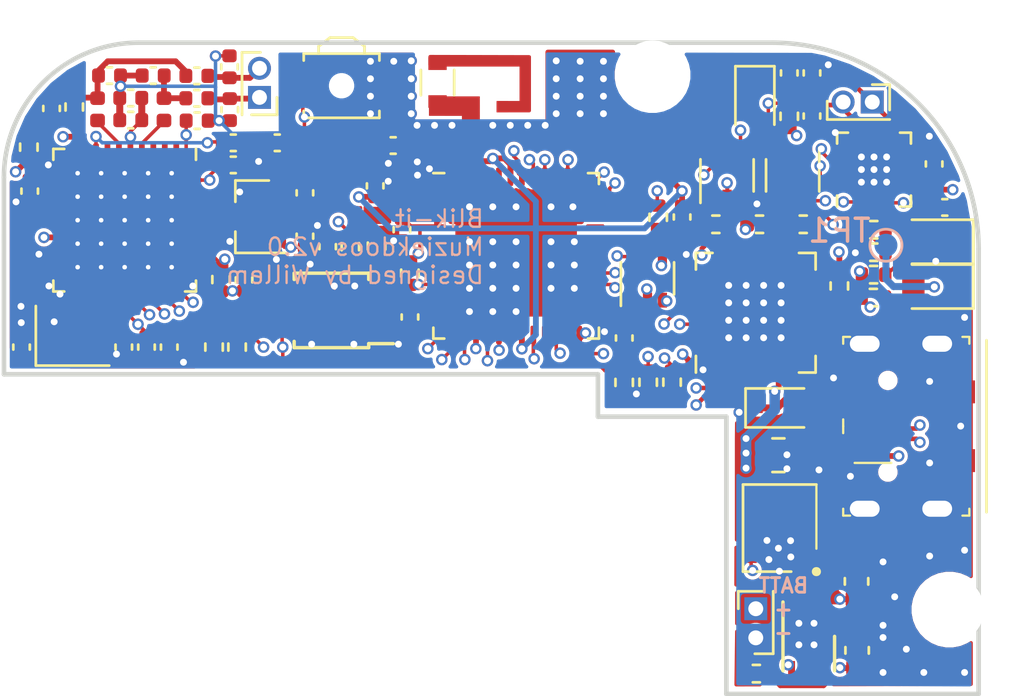
<source format=kicad_pcb>
(kicad_pcb (version 20171130) (host pcbnew "(5.1.9-0-10_14)")

  (general
    (thickness 1.6)
    (drawings 36)
    (tracks 1123)
    (zones 0)
    (modules 87)
    (nets 118)
  )

  (page A4)
  (layers
    (0 F.Cu signal)
    (1 In1.Cu signal)
    (2 In2.Cu signal)
    (31 B.Cu signal)
    (32 B.Adhes user hide)
    (33 F.Adhes user hide)
    (34 B.Paste user hide)
    (35 F.Paste user hide)
    (36 B.SilkS user hide)
    (37 F.SilkS user hide)
    (38 B.Mask user hide)
    (39 F.Mask user hide)
    (40 Dwgs.User user hide)
    (41 Cmts.User user hide)
    (42 Eco1.User user hide)
    (43 Eco2.User user hide)
    (44 Edge.Cuts user)
    (45 Margin user hide)
    (46 B.CrtYd user hide)
    (47 F.CrtYd user hide)
    (48 B.Fab user hide)
    (49 F.Fab user hide)
  )

  (setup
    (last_trace_width 0.1524)
    (user_trace_width 0.1524)
    (user_trace_width 0.2032)
    (trace_clearance 0.1524)
    (zone_clearance 0.1524)
    (zone_45_only no)
    (trace_min 0.14986)
    (via_size 0.5)
    (via_drill 0.3)
    (via_min_size 0.4)
    (via_min_drill 0.3)
    (user_via 0.5 0.3)
    (uvia_size 0.3)
    (uvia_drill 0.1)
    (uvias_allowed no)
    (uvia_min_size 0.2)
    (uvia_min_drill 0.1)
    (edge_width 0.05)
    (segment_width 0.2)
    (pcb_text_width 0.3)
    (pcb_text_size 1.5 1.5)
    (mod_edge_width 0.12)
    (mod_text_size 1 1)
    (mod_text_width 0.15)
    (pad_size 1 1)
    (pad_drill 0)
    (pad_to_mask_clearance 0)
    (aux_axis_origin 0 0)
    (visible_elements FFFFFF7F)
    (pcbplotparams
      (layerselection 0x010fc_ffffffff)
      (usegerberextensions false)
      (usegerberattributes true)
      (usegerberadvancedattributes true)
      (creategerberjobfile true)
      (excludeedgelayer true)
      (linewidth 0.100000)
      (plotframeref false)
      (viasonmask false)
      (mode 1)
      (useauxorigin false)
      (hpglpennumber 1)
      (hpglpenspeed 20)
      (hpglpendiameter 15.000000)
      (psnegative false)
      (psa4output false)
      (plotreference true)
      (plotvalue false)
      (plotinvisibletext false)
      (padsonsilk false)
      (subtractmaskfromsilk true)
      (outputformat 1)
      (mirror false)
      (drillshape 0)
      (scaleselection 1)
      (outputdirectory "OUTPUT"))
  )

  (net 0 "")
  (net 1 GND)
  (net 2 VBUS)
  (net 3 /CPU/ADC1_IN2)
  (net 4 +BATT)
  (net 5 /Power/PSU_BTN_RAW)
  (net 6 +3V3)
  (net 7 "Net-(C15-Pad1)")
  (net 8 /I2S_DAC_AMP/SPK_OUT-)
  (net 9 /I2S_DAC_AMP/SPKOUT+)
  (net 10 /Power/CHG_STAT_LED)
  (net 11 /Power/CHG_5V_LED)
  (net 12 /Power/PSU_EN)
  (net 13 /CPU/MEAS_EN)
  (net 14 /CPU/BTN_PWR)
  (net 15 /CPU/PW_HOLD)
  (net 16 /Power/PSU_EN_BUF)
  (net 17 /Power/CHG_PROG)
  (net 18 /I2S_DAC_AMP/GAIN)
  (net 19 /I2S_DAC_AMP/I2S_SD_MODE)
  (net 20 /CPU/DAC_BCLK)
  (net 21 /CPU/DAC_LRCK)
  (net 22 /CPU/NFC_SPI_MOSI)
  (net 23 /CPU/NFC_SPI_SCK)
  (net 24 /CPU/NFC_SPI_CS)
  (net 25 /CPU/DAC_DATA)
  (net 26 "Net-(U3-Pad26)")
  (net 27 "Net-(U3-Pad25)")
  (net 28 "Net-(U3-Pad24)")
  (net 29 "Net-(U1-Pad7)")
  (net 30 /CPU/HALL_OUT)
  (net 31 /CPU/VDD_SDIO)
  (net 32 /CPU/ESP_RST)
  (net 33 /CPU/ESP_GPIO0)
  (net 34 /CPU/ESP_GPIO2)
  (net 35 /CPU/ESP_GPIO15)
  (net 36 "Net-(U4-Pad48)")
  (net 37 "Net-(U4-Pad47)")
  (net 38 "Net-(U4-Pad45)")
  (net 39 "Net-(U4-Pad44)")
  (net 40 "Net-(U4-Pad39)")
  (net 41 "Net-(U4-Pad10)")
  (net 42 "Net-(U4-Pad8)")
  (net 43 "Net-(U4-Pad7)")
  (net 44 "Net-(U4-Pad6)")
  (net 45 "Net-(U10-Pad27)")
  (net 46 "Net-(U10-Pad23)")
  (net 47 "Net-(U10-Pad22)")
  (net 48 "Net-(U10-Pad21)")
  (net 49 "Net-(U10-Pad20)")
  (net 50 "Net-(U10-Pad19)")
  (net 51 "Net-(U10-Pad18)")
  (net 52 "Net-(U10-Pad17)")
  (net 53 "Net-(U10-Pad16)")
  (net 54 "Net-(U10-Pad15)")
  (net 55 "Net-(U10-Pad14)")
  (net 56 "Net-(U10-Pad13)")
  (net 57 "Net-(U10-Pad12)")
  (net 58 "Net-(U10-Pad11)")
  (net 59 "Net-(U10-Pad10)")
  (net 60 "Net-(U10-Pad2)")
  (net 61 "Net-(U10-Pad1)")
  (net 62 /programmer/CP_DTR)
  (net 63 /programmer/CP_RTS)
  (net 64 /CPU/ESP_TX)
  (net 65 /CPU/ESP_RX)
  (net 66 /CPU/WIFI_ANT)
  (net 67 /CPU/ESP_LNA_IN)
  (net 68 /programmer/CP_RST)
  (net 69 /CPU/A2)
  (net 70 /Power/MCP_STAT)
  (net 71 /Power/USB_D-)
  (net 72 /Power/USB_D+)
  (net 73 "Net-(U2-Pad2)")
  (net 74 /Power/Lx_L1)
  (net 75 "Net-(D4-Pad1)")
  (net 76 "Net-(U4-Pad33)")
  (net 77 "Net-(U4-Pad32)")
  (net 78 "Net-(U4-Pad31)")
  (net 79 "Net-(U4-Pad30)")
  (net 80 "Net-(U4-Pad27)")
  (net 81 "Net-(U4-Pad25)")
  (net 82 "Net-(U6-Pad7)")
  (net 83 "Net-(U6-Pad6)")
  (net 84 "Net-(U4-Pad11)")
  (net 85 "Net-(U4-Pad5)")
  (net 86 /CPU/ADS_SCL)
  (net 87 /CPU/ADS_SDA)
  (net 88 /CPU/ADS_RDY)
  (net 89 "Net-(U4-Pad24)")
  (net 90 /CPU/NFC_SPI_MISO)
  (net 91 /Power/BATT_MEAS)
  (net 92 "Net-(U4-Pad18)")
  (net 93 "Net-(U3-Pad37)")
  (net 94 "Net-(U3-Pad36)")
  (net 95 "Net-(U3-Pad35)")
  (net 96 "Net-(U3-Pad34)")
  (net 97 "Net-(U3-Pad33)")
  (net 98 "Net-(U3-Pad32)")
  (net 99 "Net-(U3-Pad31)")
  (net 100 "Net-(U3-Pad22)")
  (net 101 "Net-(U3-Pad21)")
  (net 102 "Net-(U3-Pad20)")
  (net 103 "Net-(U3-Pad19)")
  (net 104 "Net-(U3-Pad13)")
  (net 105 "Net-(U3-Pad12)")
  (net 106 "Net-(U3-Pad2)")
  (net 107 /NFC/OSC_in)
  (net 108 /NFC/OSC_OUT)
  (net 109 /NFC/RX)
  (net 110 /NFC/TXL1)
  (net 111 /NFC/TXL2)
  (net 112 /NFC/TXANT1)
  (net 113 /NFC/TXANT2)
  (net 114 /NFC/VMID)
  (net 115 /NFC/TX1)
  (net 116 /NFC/TX2)
  (net 117 /CPU/~NFC_RST)

  (net_class Default "This is the default net class."
    (clearance 0.1524)
    (trace_width 0.1524)
    (via_dia 0.5)
    (via_drill 0.3)
    (uvia_dia 0.3)
    (uvia_drill 0.1)
    (add_net +3V3)
    (add_net +BATT)
    (add_net /CPU/A2)
    (add_net /CPU/ADC1_IN2)
    (add_net /CPU/ADS_RDY)
    (add_net /CPU/ADS_SCL)
    (add_net /CPU/ADS_SDA)
    (add_net /CPU/BTN_PWR)
    (add_net /CPU/DAC_BCLK)
    (add_net /CPU/DAC_DATA)
    (add_net /CPU/DAC_LRCK)
    (add_net /CPU/ESP_GPIO0)
    (add_net /CPU/ESP_GPIO15)
    (add_net /CPU/ESP_GPIO2)
    (add_net /CPU/ESP_LNA_IN)
    (add_net /CPU/ESP_RST)
    (add_net /CPU/ESP_RX)
    (add_net /CPU/ESP_TX)
    (add_net /CPU/HALL_OUT)
    (add_net /CPU/MEAS_EN)
    (add_net /CPU/NFC_SPI_CS)
    (add_net /CPU/NFC_SPI_MISO)
    (add_net /CPU/NFC_SPI_MOSI)
    (add_net /CPU/NFC_SPI_SCK)
    (add_net /CPU/PW_HOLD)
    (add_net /CPU/VDD_SDIO)
    (add_net /CPU/WIFI_ANT)
    (add_net /CPU/~NFC_RST)
    (add_net /I2S_DAC_AMP/GAIN)
    (add_net /I2S_DAC_AMP/I2S_SD_MODE)
    (add_net /I2S_DAC_AMP/SPKOUT+)
    (add_net /I2S_DAC_AMP/SPK_OUT-)
    (add_net /NFC/OSC_OUT)
    (add_net /NFC/OSC_in)
    (add_net /NFC/RX)
    (add_net /NFC/TX1)
    (add_net /NFC/TX2)
    (add_net /NFC/TXANT1)
    (add_net /NFC/TXANT2)
    (add_net /NFC/TXL1)
    (add_net /NFC/TXL2)
    (add_net /NFC/VMID)
    (add_net /Power/BATT_MEAS)
    (add_net /Power/CHG_5V_LED)
    (add_net /Power/CHG_PROG)
    (add_net /Power/CHG_STAT_LED)
    (add_net /Power/Lx_L1)
    (add_net /Power/MCP_STAT)
    (add_net /Power/PSU_BTN_RAW)
    (add_net /Power/PSU_EN)
    (add_net /Power/PSU_EN_BUF)
    (add_net /Power/USB_D+)
    (add_net /Power/USB_D-)
    (add_net /programmer/CP_DTR)
    (add_net /programmer/CP_RST)
    (add_net /programmer/CP_RTS)
    (add_net GND)
    (add_net "Net-(C15-Pad1)")
    (add_net "Net-(D4-Pad1)")
    (add_net "Net-(U1-Pad7)")
    (add_net "Net-(U10-Pad1)")
    (add_net "Net-(U10-Pad10)")
    (add_net "Net-(U10-Pad11)")
    (add_net "Net-(U10-Pad12)")
    (add_net "Net-(U10-Pad13)")
    (add_net "Net-(U10-Pad14)")
    (add_net "Net-(U10-Pad15)")
    (add_net "Net-(U10-Pad16)")
    (add_net "Net-(U10-Pad17)")
    (add_net "Net-(U10-Pad18)")
    (add_net "Net-(U10-Pad19)")
    (add_net "Net-(U10-Pad2)")
    (add_net "Net-(U10-Pad20)")
    (add_net "Net-(U10-Pad21)")
    (add_net "Net-(U10-Pad22)")
    (add_net "Net-(U10-Pad23)")
    (add_net "Net-(U10-Pad27)")
    (add_net "Net-(U2-Pad2)")
    (add_net "Net-(U3-Pad12)")
    (add_net "Net-(U3-Pad13)")
    (add_net "Net-(U3-Pad19)")
    (add_net "Net-(U3-Pad2)")
    (add_net "Net-(U3-Pad20)")
    (add_net "Net-(U3-Pad21)")
    (add_net "Net-(U3-Pad22)")
    (add_net "Net-(U3-Pad24)")
    (add_net "Net-(U3-Pad25)")
    (add_net "Net-(U3-Pad26)")
    (add_net "Net-(U3-Pad31)")
    (add_net "Net-(U3-Pad32)")
    (add_net "Net-(U3-Pad33)")
    (add_net "Net-(U3-Pad34)")
    (add_net "Net-(U3-Pad35)")
    (add_net "Net-(U3-Pad36)")
    (add_net "Net-(U3-Pad37)")
    (add_net "Net-(U4-Pad10)")
    (add_net "Net-(U4-Pad11)")
    (add_net "Net-(U4-Pad18)")
    (add_net "Net-(U4-Pad24)")
    (add_net "Net-(U4-Pad25)")
    (add_net "Net-(U4-Pad27)")
    (add_net "Net-(U4-Pad30)")
    (add_net "Net-(U4-Pad31)")
    (add_net "Net-(U4-Pad32)")
    (add_net "Net-(U4-Pad33)")
    (add_net "Net-(U4-Pad39)")
    (add_net "Net-(U4-Pad44)")
    (add_net "Net-(U4-Pad45)")
    (add_net "Net-(U4-Pad47)")
    (add_net "Net-(U4-Pad48)")
    (add_net "Net-(U4-Pad5)")
    (add_net "Net-(U4-Pad6)")
    (add_net "Net-(U4-Pad7)")
    (add_net "Net-(U4-Pad8)")
    (add_net "Net-(U6-Pad6)")
    (add_net "Net-(U6-Pad7)")
    (add_net VBUS)
  )

  (module Button_Switch_SMD:SW_SPST_B3U-3000P-B (layer F.Cu) (tedit 5A02FC95) (tstamp 610F18FB)
    (at 55.89 65.8368)
    (descr "Ultra-small-sized Tactile Switch with High Contact Reliability, Side-actuated Model, without Ground Terminal, with Boss")
    (tags "Tactile Switch")
    (path /60FE1698/615B2DE1)
    (attr smd)
    (fp_text reference SW1 (at 0 -3) (layer F.SilkS) hide
      (effects (font (size 1 1) (thickness 0.15)))
    )
    (fp_text value SW_Push (at 0 2.5) (layer F.Fab) hide
      (effects (font (size 1 1) (thickness 0.15)))
    )
    (fp_text user %R (at -0.6096 -0.635 180) (layer F.Fab)
      (effects (font (size 0.508 0.508) (thickness 0.0762)))
    )
    (fp_line (start -1.25 -1.65) (end -1.25 -2.35) (layer F.CrtYd) (width 0.05))
    (fp_line (start -1.25 -2.35) (end 1.25 -2.35) (layer F.CrtYd) (width 0.05))
    (fp_line (start 1.25 -2.35) (end 1.25 -1.65) (layer F.CrtYd) (width 0.05))
    (fp_line (start 1.25 -1.65) (end 2.4 -1.65) (layer F.CrtYd) (width 0.05))
    (fp_line (start -0.5 -2.1) (end -1 -1.72) (layer F.SilkS) (width 0.12))
    (fp_line (start -1 -1.72) (end -1 -1.4) (layer F.SilkS) (width 0.12))
    (fp_line (start -0.5 -2.1) (end 0.5 -2.1) (layer F.SilkS) (width 0.12))
    (fp_line (start 0.5 -2.1) (end 1 -1.72) (layer F.SilkS) (width 0.12))
    (fp_line (start 1 -1.72) (end 1 -1.4) (layer F.SilkS) (width 0.12))
    (fp_line (start -0.85 -1.25) (end -0.85 -1.65) (layer F.Fab) (width 0.1))
    (fp_line (start -0.85 -1.65) (end -0.45 -1.95) (layer F.Fab) (width 0.1))
    (fp_line (start -0.45 -1.95) (end 0.45 -1.95) (layer F.Fab) (width 0.1))
    (fp_line (start 0.45 -1.95) (end 0.85 -1.65) (layer F.Fab) (width 0.1))
    (fp_line (start 0.85 -1.65) (end 0.85 -1.25) (layer F.Fab) (width 0.1))
    (fp_line (start -1.65 1.4) (end 1.65 1.4) (layer F.SilkS) (width 0.12))
    (fp_line (start -2.4 1.65) (end 2.4 1.65) (layer F.CrtYd) (width 0.05))
    (fp_line (start 2.4 1.65) (end 2.4 -1.65) (layer F.CrtYd) (width 0.05))
    (fp_line (start -1.25 -1.65) (end -2.4 -1.65) (layer F.CrtYd) (width 0.05))
    (fp_line (start -2.4 -1.65) (end -2.4 1.65) (layer F.CrtYd) (width 0.05))
    (fp_line (start -1.65 1.1) (end -1.65 1.4) (layer F.SilkS) (width 0.12))
    (fp_line (start 1.65 1.4) (end 1.65 1.1) (layer F.SilkS) (width 0.12))
    (fp_line (start -1.65 -1.1) (end -1.65 -1.4) (layer F.SilkS) (width 0.12))
    (fp_line (start -1.65 -1.4) (end 1.65 -1.4) (layer F.SilkS) (width 0.12))
    (fp_line (start 1.65 -1.4) (end 1.65 -1.1) (layer F.SilkS) (width 0.12))
    (fp_line (start -1.5 -1.25) (end 1.5 -1.25) (layer F.Fab) (width 0.1))
    (fp_line (start 1.5 -1.25) (end 1.5 1.25) (layer F.Fab) (width 0.1))
    (fp_line (start 1.5 1.25) (end -1.5 1.25) (layer F.Fab) (width 0.1))
    (fp_line (start -1.5 1.25) (end -1.5 -1.25) (layer F.Fab) (width 0.1))
    (pad "" np_thru_hole circle (at 0 0) (size 0.8 0.8) (drill 0.8) (layers *.Cu *.Mask))
    (pad 2 smd rect (at 1.7 0) (size 0.9 1.7) (layers F.Cu F.Paste F.Mask)
      (net 1 GND))
    (pad 1 smd rect (at -1.7 0) (size 0.9 1.7) (layers F.Cu F.Paste F.Mask)
      (net 5 /Power/PSU_BTN_RAW))
    (model ${KISYS3DMOD}/Button_Switch_SMD.3dshapes/SW_SPST_B3U-3000P-B.wrl
      (at (xyz 0 0 0))
      (scale (xyz 1 1 1))
      (rotate (xyz 0 0 0))
    )
  )

  (module Capacitor_SMD:C_0402_1005Metric (layer F.Cu) (tedit 5F68FEEE) (tstamp 617EF58A)
    (at 53.086 68.326 180)
    (descr "Capacitor SMD 0402 (1005 Metric), square (rectangular) end terminal, IPC_7351 nominal, (Body size source: IPC-SM-782 page 76, https://www.pcb-3d.com/wordpress/wp-content/uploads/ipc-sm-782a_amendment_1_and_2.pdf), generated with kicad-footprint-generator")
    (tags capacitor)
    (path /60FE1698/61B98B8E)
    (attr smd)
    (fp_text reference C36 (at 0 -1.16) (layer F.SilkS) hide
      (effects (font (size 1 1) (thickness 0.15)))
    )
    (fp_text value 100nF (at 0 1.16) (layer F.Fab) hide
      (effects (font (size 1 1) (thickness 0.15)))
    )
    (fp_text user %R (at 0 0) (layer F.Fab)
      (effects (font (size 0.25 0.25) (thickness 0.04)))
    )
    (fp_line (start -0.5 0.25) (end -0.5 -0.25) (layer F.Fab) (width 0.1))
    (fp_line (start -0.5 -0.25) (end 0.5 -0.25) (layer F.Fab) (width 0.1))
    (fp_line (start 0.5 -0.25) (end 0.5 0.25) (layer F.Fab) (width 0.1))
    (fp_line (start 0.5 0.25) (end -0.5 0.25) (layer F.Fab) (width 0.1))
    (fp_line (start -0.107836 -0.36) (end 0.107836 -0.36) (layer F.SilkS) (width 0.12))
    (fp_line (start -0.107836 0.36) (end 0.107836 0.36) (layer F.SilkS) (width 0.12))
    (fp_line (start -0.91 0.46) (end -0.91 -0.46) (layer F.CrtYd) (width 0.05))
    (fp_line (start -0.91 -0.46) (end 0.91 -0.46) (layer F.CrtYd) (width 0.05))
    (fp_line (start 0.91 -0.46) (end 0.91 0.46) (layer F.CrtYd) (width 0.05))
    (fp_line (start 0.91 0.46) (end -0.91 0.46) (layer F.CrtYd) (width 0.05))
    (pad 2 smd roundrect (at 0.48 0 180) (size 0.56 0.62) (layers F.Cu F.Paste F.Mask) (roundrect_rratio 0.25)
      (net 1 GND))
    (pad 1 smd roundrect (at -0.48 0 180) (size 0.56 0.62) (layers F.Cu F.Paste F.Mask) (roundrect_rratio 0.25)
      (net 5 /Power/PSU_BTN_RAW))
    (model ${KISYS3DMOD}/Capacitor_SMD.3dshapes/C_0402_1005Metric.wrl
      (at (xyz 0 0 0))
      (scale (xyz 1 1 1))
      (rotate (xyz 0 0 0))
    )
  )

  (module Capacitor_SMD:C_0402_1005Metric (layer F.Cu) (tedit 5F68FEEE) (tstamp 6177F115)
    (at 51.6382 74.3077 90)
    (descr "Capacitor SMD 0402 (1005 Metric), square (rectangular) end terminal, IPC_7351 nominal, (Body size source: IPC-SM-782 page 76, https://www.pcb-3d.com/wordpress/wp-content/uploads/ipc-sm-782a_amendment_1_and_2.pdf), generated with kicad-footprint-generator")
    (tags capacitor)
    (path /60FFCEAC/617A1EF2)
    (attr smd)
    (fp_text reference C18 (at 0 -1.16 90) (layer F.SilkS) hide
      (effects (font (size 1 1) (thickness 0.15)))
    )
    (fp_text value 100nF (at 0 1.16 90) (layer F.Fab) hide
      (effects (font (size 1 1) (thickness 0.15)))
    )
    (fp_line (start -0.5 0.25) (end -0.5 -0.25) (layer F.Fab) (width 0.1))
    (fp_line (start -0.5 -0.25) (end 0.5 -0.25) (layer F.Fab) (width 0.1))
    (fp_line (start 0.5 -0.25) (end 0.5 0.25) (layer F.Fab) (width 0.1))
    (fp_line (start 0.5 0.25) (end -0.5 0.25) (layer F.Fab) (width 0.1))
    (fp_line (start -0.107836 -0.36) (end 0.107836 -0.36) (layer F.SilkS) (width 0.12))
    (fp_line (start -0.107836 0.36) (end 0.107836 0.36) (layer F.SilkS) (width 0.12))
    (fp_line (start -0.91 0.46) (end -0.91 -0.46) (layer F.CrtYd) (width 0.05))
    (fp_line (start -0.91 -0.46) (end 0.91 -0.46) (layer F.CrtYd) (width 0.05))
    (fp_line (start 0.91 -0.46) (end 0.91 0.46) (layer F.CrtYd) (width 0.05))
    (fp_line (start 0.91 0.46) (end -0.91 0.46) (layer F.CrtYd) (width 0.05))
    (fp_text user %R (at 0 0 90) (layer F.Fab)
      (effects (font (size 0.25 0.25) (thickness 0.04)))
    )
    (pad 2 smd roundrect (at 0.48 0 90) (size 0.56 0.62) (layers F.Cu F.Paste F.Mask) (roundrect_rratio 0.25)
      (net 1 GND))
    (pad 1 smd roundrect (at -0.48 0 90) (size 0.56 0.62) (layers F.Cu F.Paste F.Mask) (roundrect_rratio 0.25)
      (net 6 +3V3))
    (model ${KISYS3DMOD}/Capacitor_SMD.3dshapes/C_0402_1005Metric.wrl
      (at (xyz 0 0 0))
      (scale (xyz 1 1 1))
      (rotate (xyz 0 0 0))
    )
  )

  (module Package_SO:TSSOP-10_3x3mm_P0.5mm (layer F.Cu) (tedit 5F3E4A84) (tstamp 6177CF31)
    (at 55.4482 75.6412 180)
    (descr "TSSOP10: plastic thin shrink small outline package; 10 leads; body width 3 mm; (see NXP SSOP-TSSOP-VSO-REFLOW.pdf and sot552-1_po.pdf)")
    (tags "SSOP 0.5")
    (path /60FFCEAC/6177DA48)
    (attr smd)
    (fp_text reference U6 (at 0 -2.55) (layer F.SilkS) hide
      (effects (font (size 1 1) (thickness 0.15)))
    )
    (fp_text value ADS1114IDGS (at 0 2.55) (layer F.Fab) hide
      (effects (font (size 1 1) (thickness 0.15)))
    )
    (fp_line (start -1.625 -1.45) (end -2.7 -1.45) (layer F.SilkS) (width 0.15))
    (fp_line (start -1.625 1.625) (end 1.625 1.625) (layer F.SilkS) (width 0.15))
    (fp_line (start -1.625 -1.625) (end 1.625 -1.625) (layer F.SilkS) (width 0.15))
    (fp_line (start -1.625 1.625) (end -1.625 1.35) (layer F.SilkS) (width 0.15))
    (fp_line (start 1.625 1.625) (end 1.625 1.35) (layer F.SilkS) (width 0.15))
    (fp_line (start 1.625 -1.625) (end 1.625 -1.35) (layer F.SilkS) (width 0.15))
    (fp_line (start -1.625 -1.625) (end -1.625 -1.45) (layer F.SilkS) (width 0.15))
    (fp_line (start -2.95 1.8) (end 2.95 1.8) (layer F.CrtYd) (width 0.05))
    (fp_line (start -2.95 -1.8) (end 2.95 -1.8) (layer F.CrtYd) (width 0.05))
    (fp_line (start 2.95 -1.8) (end 2.95 1.8) (layer F.CrtYd) (width 0.05))
    (fp_line (start -2.95 -1.8) (end -2.95 1.8) (layer F.CrtYd) (width 0.05))
    (fp_line (start -1.5 -0.5) (end -0.5 -1.5) (layer F.Fab) (width 0.1))
    (fp_line (start -1.5 1.5) (end -1.5 -0.5) (layer F.Fab) (width 0.1))
    (fp_line (start 1.5 1.5) (end -1.5 1.5) (layer F.Fab) (width 0.1))
    (fp_line (start 1.5 -1.5) (end 1.5 1.5) (layer F.Fab) (width 0.1))
    (fp_line (start -0.5 -1.5) (end 1.5 -1.5) (layer F.Fab) (width 0.1))
    (fp_text user %R (at 0 0 270) (layer F.Fab)
      (effects (font (size 0.6 0.6) (thickness 0.1)))
    )
    (pad 10 smd rect (at 2.15 -1 180) (size 1.1 0.25) (layers F.Cu F.Paste F.Mask)
      (net 86 /CPU/ADS_SCL))
    (pad 9 smd rect (at 2.15 -0.5 180) (size 1.1 0.25) (layers F.Cu F.Paste F.Mask)
      (net 87 /CPU/ADS_SDA))
    (pad 8 smd rect (at 2.15 0 180) (size 1.1 0.25) (layers F.Cu F.Paste F.Mask)
      (net 6 +3V3))
    (pad 7 smd rect (at 2.15 0.5 180) (size 1.1 0.25) (layers F.Cu F.Paste F.Mask)
      (net 82 "Net-(U6-Pad7)"))
    (pad 6 smd rect (at 2.15 1 180) (size 1.1 0.25) (layers F.Cu F.Paste F.Mask)
      (net 83 "Net-(U6-Pad6)"))
    (pad 5 smd rect (at -2.15 1 180) (size 1.1 0.25) (layers F.Cu F.Paste F.Mask)
      (net 3 /CPU/ADC1_IN2))
    (pad 4 smd rect (at -2.15 0.5 180) (size 1.1 0.25) (layers F.Cu F.Paste F.Mask)
      (net 30 /CPU/HALL_OUT))
    (pad 3 smd rect (at -2.15 0 180) (size 1.1 0.25) (layers F.Cu F.Paste F.Mask)
      (net 1 GND))
    (pad 2 smd rect (at -2.15 -0.5 180) (size 1.1 0.25) (layers F.Cu F.Paste F.Mask)
      (net 88 /CPU/ADS_RDY))
    (pad 1 smd rect (at -2.15 -1 180) (size 1.1 0.25) (layers F.Cu F.Paste F.Mask)
      (net 1 GND))
    (model ${KISYS3DMOD}/Package_SO.3dshapes/TSSOP-10_3x3mm_P0.5mm.wrl
      (at (xyz 0 0 0))
      (scale (xyz 1 1 1))
      (rotate (xyz 0 0 0))
    )
  )

  (module Package_DFN_QFN:QFN-40-1EP_6x6mm_P0.5mm_EP4.6x4.6mm_ThermalVias (layer F.Cu) (tedit 5DC5F6A5) (tstamp 617AB412)
    (at 46.4312 71.7042 270)
    (descr "QFN, 40 Pin (http://ww1.microchip.com/downloads/en/PackagingSpec/00000049BQ.pdf#page=295), generated with kicad-footprint-generator ipc_noLead_generator.py")
    (tags "QFN NoLead")
    (path /60FE21EE/617AC9C8)
    (attr smd)
    (fp_text reference U3 (at 0 -4.3 90) (layer F.SilkS) hide
      (effects (font (size 1 1) (thickness 0.15)))
    )
    (fp_text value PN5321A3HN_C1xx (at 0 4.3 90) (layer F.Fab) hide
      (effects (font (size 1 1) (thickness 0.15)))
    )
    (fp_text user %R (at -0.0254 0.2413 180) (layer F.Fab)
      (effects (font (size 1 1) (thickness 0.15)))
    )
    (fp_line (start 2.635 -3.11) (end 3.11 -3.11) (layer F.SilkS) (width 0.12))
    (fp_line (start 3.11 -3.11) (end 3.11 -2.635) (layer F.SilkS) (width 0.12))
    (fp_line (start -2.635 3.11) (end -3.11 3.11) (layer F.SilkS) (width 0.12))
    (fp_line (start -3.11 3.11) (end -3.11 2.635) (layer F.SilkS) (width 0.12))
    (fp_line (start 2.635 3.11) (end 3.11 3.11) (layer F.SilkS) (width 0.12))
    (fp_line (start 3.11 3.11) (end 3.11 2.635) (layer F.SilkS) (width 0.12))
    (fp_line (start -2.635 -3.11) (end -3.11 -3.11) (layer F.SilkS) (width 0.12))
    (fp_line (start -2 -3) (end 3 -3) (layer F.Fab) (width 0.1))
    (fp_line (start 3 -3) (end 3 3) (layer F.Fab) (width 0.1))
    (fp_line (start 3 3) (end -3 3) (layer F.Fab) (width 0.1))
    (fp_line (start -3 3) (end -3 -2) (layer F.Fab) (width 0.1))
    (fp_line (start -3 -2) (end -2 -3) (layer F.Fab) (width 0.1))
    (fp_line (start -3.6 -3.6) (end -3.6 3.6) (layer F.CrtYd) (width 0.05))
    (fp_line (start -3.6 3.6) (end 3.6 3.6) (layer F.CrtYd) (width 0.05))
    (fp_line (start 3.6 3.6) (end 3.6 -3.6) (layer F.CrtYd) (width 0.05))
    (fp_line (start 3.6 -3.6) (end -3.6 -3.6) (layer F.CrtYd) (width 0.05))
    (pad "" smd custom (at 1.5375 1.5375 270) (size 0.78569 0.78569) (layers F.Paste)
      (options (clearance outline) (anchor circle))
      (primitives
        (gr_poly (pts
           (xy -0.340297 -0.253232) (xy -0.253232 -0.340297) (xy 0.253232 -0.340297) (xy 0.340297 -0.253232) (xy 0.340297 0.253232)
           (xy 0.253232 0.340297) (xy -0.253232 0.340297) (xy -0.340297 0.253232)) (width 0.210193))
      ))
    (pad "" smd custom (at 1.5375 0.5125 270) (size 0.78569 0.78569) (layers F.Paste)
      (options (clearance outline) (anchor circle))
      (primitives
        (gr_poly (pts
           (xy -0.340297 -0.253232) (xy -0.253232 -0.340297) (xy 0.253232 -0.340297) (xy 0.340297 -0.253232) (xy 0.340297 0.253232)
           (xy 0.253232 0.340297) (xy -0.253232 0.340297) (xy -0.340297 0.253232)) (width 0.210193))
      ))
    (pad "" smd custom (at 1.5375 -0.5125 270) (size 0.78569 0.78569) (layers F.Paste)
      (options (clearance outline) (anchor circle))
      (primitives
        (gr_poly (pts
           (xy -0.340297 -0.253232) (xy -0.253232 -0.340297) (xy 0.253232 -0.340297) (xy 0.340297 -0.253232) (xy 0.340297 0.253232)
           (xy 0.253232 0.340297) (xy -0.253232 0.340297) (xy -0.340297 0.253232)) (width 0.210193))
      ))
    (pad "" smd custom (at 1.5375 -1.5375 270) (size 0.78569 0.78569) (layers F.Paste)
      (options (clearance outline) (anchor circle))
      (primitives
        (gr_poly (pts
           (xy -0.340297 -0.253232) (xy -0.253232 -0.340297) (xy 0.253232 -0.340297) (xy 0.340297 -0.253232) (xy 0.340297 0.253232)
           (xy 0.253232 0.340297) (xy -0.253232 0.340297) (xy -0.340297 0.253232)) (width 0.210193))
      ))
    (pad "" smd custom (at 0.5125 1.5375 270) (size 0.78569 0.78569) (layers F.Paste)
      (options (clearance outline) (anchor circle))
      (primitives
        (gr_poly (pts
           (xy -0.340297 -0.253232) (xy -0.253232 -0.340297) (xy 0.253232 -0.340297) (xy 0.340297 -0.253232) (xy 0.340297 0.253232)
           (xy 0.253232 0.340297) (xy -0.253232 0.340297) (xy -0.340297 0.253232)) (width 0.210193))
      ))
    (pad "" smd custom (at 0.5125 0.5125 270) (size 0.78569 0.78569) (layers F.Paste)
      (options (clearance outline) (anchor circle))
      (primitives
        (gr_poly (pts
           (xy -0.340297 -0.253232) (xy -0.253232 -0.340297) (xy 0.253232 -0.340297) (xy 0.340297 -0.253232) (xy 0.340297 0.253232)
           (xy 0.253232 0.340297) (xy -0.253232 0.340297) (xy -0.340297 0.253232)) (width 0.210193))
      ))
    (pad "" smd custom (at 0.5125 -0.5125 270) (size 0.78569 0.78569) (layers F.Paste)
      (options (clearance outline) (anchor circle))
      (primitives
        (gr_poly (pts
           (xy -0.340297 -0.253232) (xy -0.253232 -0.340297) (xy 0.253232 -0.340297) (xy 0.340297 -0.253232) (xy 0.340297 0.253232)
           (xy 0.253232 0.340297) (xy -0.253232 0.340297) (xy -0.340297 0.253232)) (width 0.210193))
      ))
    (pad "" smd custom (at 0.5125 -1.5375 270) (size 0.78569 0.78569) (layers F.Paste)
      (options (clearance outline) (anchor circle))
      (primitives
        (gr_poly (pts
           (xy -0.340297 -0.253232) (xy -0.253232 -0.340297) (xy 0.253232 -0.340297) (xy 0.340297 -0.253232) (xy 0.340297 0.253232)
           (xy 0.253232 0.340297) (xy -0.253232 0.340297) (xy -0.340297 0.253232)) (width 0.210193))
      ))
    (pad "" smd custom (at -0.5125 1.5375 270) (size 0.78569 0.78569) (layers F.Paste)
      (options (clearance outline) (anchor circle))
      (primitives
        (gr_poly (pts
           (xy -0.340297 -0.253232) (xy -0.253232 -0.340297) (xy 0.253232 -0.340297) (xy 0.340297 -0.253232) (xy 0.340297 0.253232)
           (xy 0.253232 0.340297) (xy -0.253232 0.340297) (xy -0.340297 0.253232)) (width 0.210193))
      ))
    (pad "" smd custom (at -0.5125 0.5125 270) (size 0.78569 0.78569) (layers F.Paste)
      (options (clearance outline) (anchor circle))
      (primitives
        (gr_poly (pts
           (xy -0.340297 -0.253232) (xy -0.253232 -0.340297) (xy 0.253232 -0.340297) (xy 0.340297 -0.253232) (xy 0.340297 0.253232)
           (xy 0.253232 0.340297) (xy -0.253232 0.340297) (xy -0.340297 0.253232)) (width 0.210193))
      ))
    (pad "" smd custom (at -0.5125 -0.5125 270) (size 0.78569 0.78569) (layers F.Paste)
      (options (clearance outline) (anchor circle))
      (primitives
        (gr_poly (pts
           (xy -0.340297 -0.253232) (xy -0.253232 -0.340297) (xy 0.253232 -0.340297) (xy 0.340297 -0.253232) (xy 0.340297 0.253232)
           (xy 0.253232 0.340297) (xy -0.253232 0.340297) (xy -0.340297 0.253232)) (width 0.210193))
      ))
    (pad "" smd custom (at -0.5125 -1.5375 270) (size 0.78569 0.78569) (layers F.Paste)
      (options (clearance outline) (anchor circle))
      (primitives
        (gr_poly (pts
           (xy -0.340297 -0.253232) (xy -0.253232 -0.340297) (xy 0.253232 -0.340297) (xy 0.340297 -0.253232) (xy 0.340297 0.253232)
           (xy 0.253232 0.340297) (xy -0.253232 0.340297) (xy -0.340297 0.253232)) (width 0.210193))
      ))
    (pad "" smd custom (at -1.5375 1.5375 270) (size 0.78569 0.78569) (layers F.Paste)
      (options (clearance outline) (anchor circle))
      (primitives
        (gr_poly (pts
           (xy -0.340297 -0.253232) (xy -0.253232 -0.340297) (xy 0.253232 -0.340297) (xy 0.340297 -0.253232) (xy 0.340297 0.253232)
           (xy 0.253232 0.340297) (xy -0.253232 0.340297) (xy -0.340297 0.253232)) (width 0.210193))
      ))
    (pad "" smd custom (at -1.5375 0.5125 270) (size 0.78569 0.78569) (layers F.Paste)
      (options (clearance outline) (anchor circle))
      (primitives
        (gr_poly (pts
           (xy -0.340297 -0.253232) (xy -0.253232 -0.340297) (xy 0.253232 -0.340297) (xy 0.340297 -0.253232) (xy 0.340297 0.253232)
           (xy 0.253232 0.340297) (xy -0.253232 0.340297) (xy -0.340297 0.253232)) (width 0.210193))
      ))
    (pad "" smd custom (at -1.5375 -0.5125 270) (size 0.78569 0.78569) (layers F.Paste)
      (options (clearance outline) (anchor circle))
      (primitives
        (gr_poly (pts
           (xy -0.340297 -0.253232) (xy -0.253232 -0.340297) (xy 0.253232 -0.340297) (xy 0.340297 -0.253232) (xy 0.340297 0.253232)
           (xy 0.253232 0.340297) (xy -0.253232 0.340297) (xy -0.340297 0.253232)) (width 0.210193))
      ))
    (pad "" smd custom (at -1.5375 -1.5375 270) (size 0.78569 0.78569) (layers F.Paste)
      (options (clearance outline) (anchor circle))
      (primitives
        (gr_poly (pts
           (xy -0.340297 -0.253232) (xy -0.253232 -0.340297) (xy 0.253232 -0.340297) (xy 0.340297 -0.253232) (xy 0.340297 0.253232)
           (xy 0.253232 0.340297) (xy -0.253232 0.340297) (xy -0.340297 0.253232)) (width 0.210193))
      ))
    (pad 41 smd rect (at 0 0 270) (size 4.6 4.6) (layers B.Cu)
      (net 1 GND))
    (pad 41 thru_hole circle (at 2.05 2.05 270) (size 0.5 0.5) (drill 0.2) (layers *.Cu)
      (net 1 GND))
    (pad 41 thru_hole circle (at 1.025 2.05 270) (size 0.5 0.5) (drill 0.2) (layers *.Cu)
      (net 1 GND))
    (pad 41 thru_hole circle (at 0 2.05 270) (size 0.5 0.5) (drill 0.2) (layers *.Cu)
      (net 1 GND))
    (pad 41 thru_hole circle (at -1.025 2.05 270) (size 0.5 0.5) (drill 0.2) (layers *.Cu)
      (net 1 GND))
    (pad 41 thru_hole circle (at -2.05 2.05 270) (size 0.5 0.5) (drill 0.2) (layers *.Cu)
      (net 1 GND))
    (pad 41 thru_hole circle (at 2.05 1.025 270) (size 0.5 0.5) (drill 0.2) (layers *.Cu)
      (net 1 GND))
    (pad 41 thru_hole circle (at 1.025 1.025 270) (size 0.5 0.5) (drill 0.2) (layers *.Cu)
      (net 1 GND))
    (pad 41 thru_hole circle (at 0 1.025 270) (size 0.5 0.5) (drill 0.2) (layers *.Cu)
      (net 1 GND))
    (pad 41 thru_hole circle (at -1.025 1.025 270) (size 0.5 0.5) (drill 0.2) (layers *.Cu)
      (net 1 GND))
    (pad 41 thru_hole circle (at -2.05 1.025 270) (size 0.5 0.5) (drill 0.2) (layers *.Cu)
      (net 1 GND))
    (pad 41 thru_hole circle (at 2.05 0 270) (size 0.5 0.5) (drill 0.2) (layers *.Cu)
      (net 1 GND))
    (pad 41 thru_hole circle (at 1.025 0 270) (size 0.5 0.5) (drill 0.2) (layers *.Cu)
      (net 1 GND))
    (pad 41 thru_hole circle (at 0 0 270) (size 0.5 0.5) (drill 0.2) (layers *.Cu)
      (net 1 GND))
    (pad 41 thru_hole circle (at -1.025 0 270) (size 0.5 0.5) (drill 0.2) (layers *.Cu)
      (net 1 GND))
    (pad 41 thru_hole circle (at -2.05 0 270) (size 0.5 0.5) (drill 0.2) (layers *.Cu)
      (net 1 GND))
    (pad 41 thru_hole circle (at 2.05 -1.025 270) (size 0.5 0.5) (drill 0.2) (layers *.Cu)
      (net 1 GND))
    (pad 41 thru_hole circle (at 1.025 -1.025 270) (size 0.5 0.5) (drill 0.2) (layers *.Cu)
      (net 1 GND))
    (pad 41 thru_hole circle (at 0 -1.025 270) (size 0.5 0.5) (drill 0.2) (layers *.Cu)
      (net 1 GND))
    (pad 41 thru_hole circle (at -1.025 -1.025 270) (size 0.5 0.5) (drill 0.2) (layers *.Cu)
      (net 1 GND))
    (pad 41 thru_hole circle (at -2.05 -1.025 270) (size 0.5 0.5) (drill 0.2) (layers *.Cu)
      (net 1 GND))
    (pad 41 thru_hole circle (at 2.05 -2.05 270) (size 0.5 0.5) (drill 0.2) (layers *.Cu)
      (net 1 GND))
    (pad 41 thru_hole circle (at 1.025 -2.05 270) (size 0.5 0.5) (drill 0.2) (layers *.Cu)
      (net 1 GND))
    (pad 41 thru_hole circle (at 0 -2.05 270) (size 0.5 0.5) (drill 0.2) (layers *.Cu)
      (net 1 GND))
    (pad 41 thru_hole circle (at -1.025 -2.05 270) (size 0.5 0.5) (drill 0.2) (layers *.Cu)
      (net 1 GND))
    (pad 41 thru_hole circle (at -2.05 -2.05 270) (size 0.5 0.5) (drill 0.2) (layers *.Cu)
      (net 1 GND))
    (pad 41 smd rect (at 0 0 270) (size 4.6 4.6) (layers F.Cu F.Mask)
      (net 1 GND))
    (pad 40 smd roundrect (at -2.25 -2.9375 270) (size 0.25 0.825) (layers F.Cu F.Paste F.Mask) (roundrect_rratio 0.25)
      (net 6 +3V3))
    (pad 39 smd roundrect (at -1.75 -2.9375 270) (size 0.25 0.825) (layers F.Cu F.Paste F.Mask) (roundrect_rratio 0.25)
      (net 6 +3V3))
    (pad 38 smd roundrect (at -1.25 -2.9375 270) (size 0.25 0.825) (layers F.Cu F.Paste F.Mask) (roundrect_rratio 0.25)
      (net 117 /CPU/~NFC_RST))
    (pad 37 smd roundrect (at -0.75 -2.9375 270) (size 0.25 0.825) (layers F.Cu F.Paste F.Mask) (roundrect_rratio 0.25)
      (net 93 "Net-(U3-Pad37)"))
    (pad 36 smd roundrect (at -0.25 -2.9375 270) (size 0.25 0.825) (layers F.Cu F.Paste F.Mask) (roundrect_rratio 0.25)
      (net 94 "Net-(U3-Pad36)"))
    (pad 35 smd roundrect (at 0.25 -2.9375 270) (size 0.25 0.825) (layers F.Cu F.Paste F.Mask) (roundrect_rratio 0.25)
      (net 95 "Net-(U3-Pad35)"))
    (pad 34 smd roundrect (at 0.75 -2.9375 270) (size 0.25 0.825) (layers F.Cu F.Paste F.Mask) (roundrect_rratio 0.25)
      (net 96 "Net-(U3-Pad34)"))
    (pad 33 smd roundrect (at 1.25 -2.9375 270) (size 0.25 0.825) (layers F.Cu F.Paste F.Mask) (roundrect_rratio 0.25)
      (net 97 "Net-(U3-Pad33)"))
    (pad 32 smd roundrect (at 1.75 -2.9375 270) (size 0.25 0.825) (layers F.Cu F.Paste F.Mask) (roundrect_rratio 0.25)
      (net 98 "Net-(U3-Pad32)"))
    (pad 31 smd roundrect (at 2.25 -2.9375 270) (size 0.25 0.825) (layers F.Cu F.Paste F.Mask) (roundrect_rratio 0.25)
      (net 99 "Net-(U3-Pad31)"))
    (pad 30 smd roundrect (at 2.9375 -2.25 270) (size 0.825 0.25) (layers F.Cu F.Paste F.Mask) (roundrect_rratio 0.25)
      (net 23 /CPU/NFC_SPI_SCK))
    (pad 29 smd roundrect (at 2.9375 -1.75 270) (size 0.825 0.25) (layers F.Cu F.Paste F.Mask) (roundrect_rratio 0.25)
      (net 90 /CPU/NFC_SPI_MISO))
    (pad 28 smd roundrect (at 2.9375 -1.25 270) (size 0.825 0.25) (layers F.Cu F.Paste F.Mask) (roundrect_rratio 0.25)
      (net 22 /CPU/NFC_SPI_MOSI))
    (pad 27 smd roundrect (at 2.9375 -0.75 270) (size 0.825 0.25) (layers F.Cu F.Paste F.Mask) (roundrect_rratio 0.25)
      (net 24 /CPU/NFC_SPI_CS))
    (pad 26 smd roundrect (at 2.9375 -0.25 270) (size 0.825 0.25) (layers F.Cu F.Paste F.Mask) (roundrect_rratio 0.25)
      (net 26 "Net-(U3-Pad26)"))
    (pad 25 smd roundrect (at 2.9375 0.25 270) (size 0.825 0.25) (layers F.Cu F.Paste F.Mask) (roundrect_rratio 0.25)
      (net 27 "Net-(U3-Pad25)"))
    (pad 24 smd roundrect (at 2.9375 0.75 270) (size 0.825 0.25) (layers F.Cu F.Paste F.Mask) (roundrect_rratio 0.25)
      (net 28 "Net-(U3-Pad24)"))
    (pad 23 smd roundrect (at 2.9375 1.25 270) (size 0.825 0.25) (layers F.Cu F.Paste F.Mask) (roundrect_rratio 0.25)
      (net 6 +3V3))
    (pad 22 smd roundrect (at 2.9375 1.75 270) (size 0.825 0.25) (layers F.Cu F.Paste F.Mask) (roundrect_rratio 0.25)
      (net 100 "Net-(U3-Pad22)"))
    (pad 21 smd roundrect (at 2.9375 2.25 270) (size 0.825 0.25) (layers F.Cu F.Paste F.Mask) (roundrect_rratio 0.25)
      (net 101 "Net-(U3-Pad21)"))
    (pad 20 smd roundrect (at 2.25 2.9375 270) (size 0.25 0.825) (layers F.Cu F.Paste F.Mask) (roundrect_rratio 0.25)
      (net 102 "Net-(U3-Pad20)"))
    (pad 19 smd roundrect (at 1.75 2.9375 270) (size 0.25 0.825) (layers F.Cu F.Paste F.Mask) (roundrect_rratio 0.25)
      (net 103 "Net-(U3-Pad19)"))
    (pad 18 smd roundrect (at 1.25 2.9375 270) (size 0.25 0.825) (layers F.Cu F.Paste F.Mask) (roundrect_rratio 0.25)
      (net 1 GND))
    (pad 17 smd roundrect (at 0.75 2.9375 270) (size 0.25 0.825) (layers F.Cu F.Paste F.Mask) (roundrect_rratio 0.25)
      (net 6 +3V3))
    (pad 16 smd roundrect (at 0.25 2.9375 270) (size 0.25 0.825) (layers F.Cu F.Paste F.Mask) (roundrect_rratio 0.25)
      (net 1 GND))
    (pad 15 smd roundrect (at -0.25 2.9375 270) (size 0.25 0.825) (layers F.Cu F.Paste F.Mask) (roundrect_rratio 0.25)
      (net 108 /NFC/OSC_OUT))
    (pad 14 smd roundrect (at -0.75 2.9375 270) (size 0.25 0.825) (layers F.Cu F.Paste F.Mask) (roundrect_rratio 0.25)
      (net 107 /NFC/OSC_in))
    (pad 13 smd roundrect (at -1.25 2.9375 270) (size 0.25 0.825) (layers F.Cu F.Paste F.Mask) (roundrect_rratio 0.25)
      (net 104 "Net-(U3-Pad13)"))
    (pad 12 smd roundrect (at -1.75 2.9375 270) (size 0.25 0.825) (layers F.Cu F.Paste F.Mask) (roundrect_rratio 0.25)
      (net 105 "Net-(U3-Pad12)"))
    (pad 11 smd roundrect (at -2.25 2.9375 270) (size 0.25 0.825) (layers F.Cu F.Paste F.Mask) (roundrect_rratio 0.25)
      (net 1 GND))
    (pad 10 smd roundrect (at -2.9375 2.25 270) (size 0.825 0.25) (layers F.Cu F.Paste F.Mask) (roundrect_rratio 0.25)
      (net 109 /NFC/RX))
    (pad 9 smd roundrect (at -2.9375 1.75 270) (size 0.825 0.25) (layers F.Cu F.Paste F.Mask) (roundrect_rratio 0.25)
      (net 114 /NFC/VMID))
    (pad 8 smd roundrect (at -2.9375 1.25 270) (size 0.825 0.25) (layers F.Cu F.Paste F.Mask) (roundrect_rratio 0.25)
      (net 6 +3V3))
    (pad 7 smd roundrect (at -2.9375 0.75 270) (size 0.825 0.25) (layers F.Cu F.Paste F.Mask) (roundrect_rratio 0.25)
      (net 1 GND))
    (pad 6 smd roundrect (at -2.9375 0.25 270) (size 0.825 0.25) (layers F.Cu F.Paste F.Mask) (roundrect_rratio 0.25)
      (net 116 /NFC/TX2))
    (pad 5 smd roundrect (at -2.9375 -0.25 270) (size 0.825 0.25) (layers F.Cu F.Paste F.Mask) (roundrect_rratio 0.25)
      (net 6 +3V3))
    (pad 4 smd roundrect (at -2.9375 -0.75 270) (size 0.825 0.25) (layers F.Cu F.Paste F.Mask) (roundrect_rratio 0.25)
      (net 115 /NFC/TX1))
    (pad 3 smd roundrect (at -2.9375 -1.25 270) (size 0.825 0.25) (layers F.Cu F.Paste F.Mask) (roundrect_rratio 0.25)
      (net 1 GND))
    (pad 2 smd roundrect (at -2.9375 -1.75 270) (size 0.825 0.25) (layers F.Cu F.Paste F.Mask) (roundrect_rratio 0.25)
      (net 106 "Net-(U3-Pad2)"))
    (pad 1 smd roundrect (at -2.9375 -2.25 270) (size 0.825 0.25) (layers F.Cu F.Paste F.Mask) (roundrect_rratio 0.25)
      (net 1 GND))
    (model ${KISYS3DMOD}/Package_DFN_QFN.3dshapes/QFN-40-1EP_6x6mm_P0.5mm_EP4.6x4.6mm.wrl
      (at (xyz 0 0 0))
      (scale (xyz 1 1 1))
      (rotate (xyz 0 0 0))
    )
  )

  (module Resistor_SMD:R_0402_1005Metric (layer F.Cu) (tedit 5F68FEEE) (tstamp 617A97AE)
    (at 42.2529 68.5165 270)
    (descr "Resistor SMD 0402 (1005 Metric), square (rectangular) end terminal, IPC_7351 nominal, (Body size source: IPC-SM-782 page 72, https://www.pcb-3d.com/wordpress/wp-content/uploads/ipc-sm-782a_amendment_1_and_2.pdf), generated with kicad-footprint-generator")
    (tags resistor)
    (path /60FE21EE/614DFEA8)
    (attr smd)
    (fp_text reference R17 (at 0 -1.17 90) (layer F.SilkS) hide
      (effects (font (size 1 1) (thickness 0.15)))
    )
    (fp_text value 1K (at 0 1.17 90) (layer F.Fab) hide
      (effects (font (size 1 1) (thickness 0.15)))
    )
    (fp_text user %R (at 0 0 90) (layer F.Fab)
      (effects (font (size 0.26 0.26) (thickness 0.04)))
    )
    (fp_line (start -0.525 0.27) (end -0.525 -0.27) (layer F.Fab) (width 0.1))
    (fp_line (start -0.525 -0.27) (end 0.525 -0.27) (layer F.Fab) (width 0.1))
    (fp_line (start 0.525 -0.27) (end 0.525 0.27) (layer F.Fab) (width 0.1))
    (fp_line (start 0.525 0.27) (end -0.525 0.27) (layer F.Fab) (width 0.1))
    (fp_line (start -0.153641 -0.38) (end 0.153641 -0.38) (layer F.SilkS) (width 0.12))
    (fp_line (start -0.153641 0.38) (end 0.153641 0.38) (layer F.SilkS) (width 0.12))
    (fp_line (start -0.93 0.47) (end -0.93 -0.47) (layer F.CrtYd) (width 0.05))
    (fp_line (start -0.93 -0.47) (end 0.93 -0.47) (layer F.CrtYd) (width 0.05))
    (fp_line (start 0.93 -0.47) (end 0.93 0.47) (layer F.CrtYd) (width 0.05))
    (fp_line (start 0.93 0.47) (end -0.93 0.47) (layer F.CrtYd) (width 0.05))
    (pad 2 smd roundrect (at 0.51 0 270) (size 0.54 0.64) (layers F.Cu F.Paste F.Mask) (roundrect_rratio 0.25)
      (net 114 /NFC/VMID))
    (pad 1 smd roundrect (at -0.51 0 270) (size 0.54 0.64) (layers F.Cu F.Paste F.Mask) (roundrect_rratio 0.25)
      (net 109 /NFC/RX))
    (model ${KISYS3DMOD}/Resistor_SMD.3dshapes/R_0402_1005Metric.wrl
      (at (xyz 0 0 0))
      (scale (xyz 1 1 1))
      (rotate (xyz 0 0 0))
    )
  )

  (module Resistor_SMD:R_0402_1005Metric (layer F.Cu) (tedit 5F68FEEE) (tstamp 617A977D)
    (at 44.2341 66.7639 270)
    (descr "Resistor SMD 0402 (1005 Metric), square (rectangular) end terminal, IPC_7351 nominal, (Body size source: IPC-SM-782 page 72, https://www.pcb-3d.com/wordpress/wp-content/uploads/ipc-sm-782a_amendment_1_and_2.pdf), generated with kicad-footprint-generator")
    (tags resistor)
    (path /60FE21EE/614DFEB7)
    (attr smd)
    (fp_text reference R15 (at 0 -1.17 90) (layer F.SilkS) hide
      (effects (font (size 1 1) (thickness 0.15)))
    )
    (fp_text value 1K6 (at 0 1.17 90) (layer F.Fab) hide
      (effects (font (size 1 1) (thickness 0.15)))
    )
    (fp_text user %R (at 0 0 90) (layer F.Fab)
      (effects (font (size 0.26 0.26) (thickness 0.04)))
    )
    (fp_line (start -0.525 0.27) (end -0.525 -0.27) (layer F.Fab) (width 0.1))
    (fp_line (start -0.525 -0.27) (end 0.525 -0.27) (layer F.Fab) (width 0.1))
    (fp_line (start 0.525 -0.27) (end 0.525 0.27) (layer F.Fab) (width 0.1))
    (fp_line (start 0.525 0.27) (end -0.525 0.27) (layer F.Fab) (width 0.1))
    (fp_line (start -0.153641 -0.38) (end 0.153641 -0.38) (layer F.SilkS) (width 0.12))
    (fp_line (start -0.153641 0.38) (end 0.153641 0.38) (layer F.SilkS) (width 0.12))
    (fp_line (start -0.93 0.47) (end -0.93 -0.47) (layer F.CrtYd) (width 0.05))
    (fp_line (start -0.93 -0.47) (end 0.93 -0.47) (layer F.CrtYd) (width 0.05))
    (fp_line (start 0.93 -0.47) (end 0.93 0.47) (layer F.CrtYd) (width 0.05))
    (fp_line (start 0.93 0.47) (end -0.93 0.47) (layer F.CrtYd) (width 0.05))
    (pad 2 smd roundrect (at 0.51 0 270) (size 0.54 0.64) (layers F.Cu F.Paste F.Mask) (roundrect_rratio 0.25)
      (net 7 "Net-(C15-Pad1)"))
    (pad 1 smd roundrect (at -0.51 0 270) (size 0.54 0.64) (layers F.Cu F.Paste F.Mask) (roundrect_rratio 0.25)
      (net 111 /NFC/TXL2))
    (model ${KISYS3DMOD}/Resistor_SMD.3dshapes/R_0402_1005Metric.wrl
      (at (xyz 0 0 0))
      (scale (xyz 1 1 1))
      (rotate (xyz 0 0 0))
    )
  )

  (module Resistor_SMD:R_0402_1005Metric (layer F.Cu) (tedit 5F68FEEE) (tstamp 617A972C)
    (at 50.6349 74.295 270)
    (descr "Resistor SMD 0402 (1005 Metric), square (rectangular) end terminal, IPC_7351 nominal, (Body size source: IPC-SM-782 page 72, https://www.pcb-3d.com/wordpress/wp-content/uploads/ipc-sm-782a_amendment_1_and_2.pdf), generated with kicad-footprint-generator")
    (tags resistor)
    (path /60FE21EE/61A5F850)
    (attr smd)
    (fp_text reference R12 (at 0 -1.17 90) (layer F.SilkS) hide
      (effects (font (size 1 1) (thickness 0.15)))
    )
    (fp_text value 10K (at 0 1.17 90) (layer F.Fab) hide
      (effects (font (size 1 1) (thickness 0.15)))
    )
    (fp_text user %R (at 0 0 90) (layer F.Fab)
      (effects (font (size 0.26 0.26) (thickness 0.04)))
    )
    (fp_line (start -0.525 0.27) (end -0.525 -0.27) (layer F.Fab) (width 0.1))
    (fp_line (start -0.525 -0.27) (end 0.525 -0.27) (layer F.Fab) (width 0.1))
    (fp_line (start 0.525 -0.27) (end 0.525 0.27) (layer F.Fab) (width 0.1))
    (fp_line (start 0.525 0.27) (end -0.525 0.27) (layer F.Fab) (width 0.1))
    (fp_line (start -0.153641 -0.38) (end 0.153641 -0.38) (layer F.SilkS) (width 0.12))
    (fp_line (start -0.153641 0.38) (end 0.153641 0.38) (layer F.SilkS) (width 0.12))
    (fp_line (start -0.93 0.47) (end -0.93 -0.47) (layer F.CrtYd) (width 0.05))
    (fp_line (start -0.93 -0.47) (end 0.93 -0.47) (layer F.CrtYd) (width 0.05))
    (fp_line (start 0.93 -0.47) (end 0.93 0.47) (layer F.CrtYd) (width 0.05))
    (fp_line (start 0.93 0.47) (end -0.93 0.47) (layer F.CrtYd) (width 0.05))
    (pad 2 smd roundrect (at 0.51 0 270) (size 0.54 0.64) (layers F.Cu F.Paste F.Mask) (roundrect_rratio 0.25)
      (net 6 +3V3))
    (pad 1 smd roundrect (at -0.51 0 270) (size 0.54 0.64) (layers F.Cu F.Paste F.Mask) (roundrect_rratio 0.25)
      (net 117 /CPU/~NFC_RST))
    (model ${KISYS3DMOD}/Resistor_SMD.3dshapes/R_0402_1005Metric.wrl
      (at (xyz 0 0 0))
      (scale (xyz 1 1 1))
      (rotate (xyz 0 0 0))
    )
  )

  (module Inductor_SMD:L_0402_1005Metric (layer F.Cu) (tedit 5F68FEF0) (tstamp 617A9505)
    (at 45.2501 66.8655 270)
    (descr "Inductor SMD 0402 (1005 Metric), square (rectangular) end terminal, IPC_7351 nominal, (Body size source: http://www.tortai-tech.com/upload/download/2011102023233369053.pdf), generated with kicad-footprint-generator")
    (tags inductor)
    (path /60FE21EE/614DFE00)
    (attr smd)
    (fp_text reference L2 (at 0 -1.17 90) (layer F.SilkS) hide
      (effects (font (size 1 1) (thickness 0.15)))
    )
    (fp_text value 560nH (at 0 1.17 90) (layer F.Fab) hide
      (effects (font (size 1 1) (thickness 0.15)))
    )
    (fp_text user %R (at 0 0 90) (layer F.Fab)
      (effects (font (size 0.25 0.25) (thickness 0.04)))
    )
    (fp_line (start -0.5 0.25) (end -0.5 -0.25) (layer F.Fab) (width 0.1))
    (fp_line (start -0.5 -0.25) (end 0.5 -0.25) (layer F.Fab) (width 0.1))
    (fp_line (start 0.5 -0.25) (end 0.5 0.25) (layer F.Fab) (width 0.1))
    (fp_line (start 0.5 0.25) (end -0.5 0.25) (layer F.Fab) (width 0.1))
    (fp_line (start -0.93 0.47) (end -0.93 -0.47) (layer F.CrtYd) (width 0.05))
    (fp_line (start -0.93 -0.47) (end 0.93 -0.47) (layer F.CrtYd) (width 0.05))
    (fp_line (start 0.93 -0.47) (end 0.93 0.47) (layer F.CrtYd) (width 0.05))
    (fp_line (start 0.93 0.47) (end -0.93 0.47) (layer F.CrtYd) (width 0.05))
    (pad 2 smd roundrect (at 0.485 0 270) (size 0.59 0.64) (layers F.Cu F.Paste F.Mask) (roundrect_rratio 0.25)
      (net 116 /NFC/TX2))
    (pad 1 smd roundrect (at -0.485 0 270) (size 0.59 0.64) (layers F.Cu F.Paste F.Mask) (roundrect_rratio 0.25)
      (net 111 /NFC/TXL2))
    (model ${KISYS3DMOD}/Inductor_SMD.3dshapes/L_0402_1005Metric.wrl
      (at (xyz 0 0 0))
      (scale (xyz 1 1 1))
      (rotate (xyz 0 0 0))
    )
  )

  (module Inductor_SMD:L_0402_1005Metric (layer F.Cu) (tedit 5F68FEF0) (tstamp 617A94F6)
    (at 48.1457 66.8655 270)
    (descr "Inductor SMD 0402 (1005 Metric), square (rectangular) end terminal, IPC_7351 nominal, (Body size source: http://www.tortai-tech.com/upload/download/2011102023233369053.pdf), generated with kicad-footprint-generator")
    (tags inductor)
    (path /60FE21EE/614DFD44)
    (attr smd)
    (fp_text reference L1 (at 0 -1.17 90) (layer F.SilkS) hide
      (effects (font (size 1 1) (thickness 0.15)))
    )
    (fp_text value 560nH (at 0 1.17 90) (layer F.Fab) hide
      (effects (font (size 1 1) (thickness 0.15)))
    )
    (fp_text user %R (at 0 0 90) (layer F.Fab)
      (effects (font (size 0.25 0.25) (thickness 0.04)))
    )
    (fp_line (start -0.5 0.25) (end -0.5 -0.25) (layer F.Fab) (width 0.1))
    (fp_line (start -0.5 -0.25) (end 0.5 -0.25) (layer F.Fab) (width 0.1))
    (fp_line (start 0.5 -0.25) (end 0.5 0.25) (layer F.Fab) (width 0.1))
    (fp_line (start 0.5 0.25) (end -0.5 0.25) (layer F.Fab) (width 0.1))
    (fp_line (start -0.93 0.47) (end -0.93 -0.47) (layer F.CrtYd) (width 0.05))
    (fp_line (start -0.93 -0.47) (end 0.93 -0.47) (layer F.CrtYd) (width 0.05))
    (fp_line (start 0.93 -0.47) (end 0.93 0.47) (layer F.CrtYd) (width 0.05))
    (fp_line (start 0.93 0.47) (end -0.93 0.47) (layer F.CrtYd) (width 0.05))
    (pad 2 smd roundrect (at 0.485 0 270) (size 0.59 0.64) (layers F.Cu F.Paste F.Mask) (roundrect_rratio 0.25)
      (net 115 /NFC/TX1))
    (pad 1 smd roundrect (at -0.485 0 270) (size 0.59 0.64) (layers F.Cu F.Paste F.Mask) (roundrect_rratio 0.25)
      (net 110 /NFC/TXL1))
    (model ${KISYS3DMOD}/Inductor_SMD.3dshapes/L_0402_1005Metric.wrl
      (at (xyz 0 0 0))
      (scale (xyz 1 1 1))
      (rotate (xyz 0 0 0))
    )
  )

  (module Capacitor_SMD:C_0402_1005Metric (layer F.Cu) (tedit 5F68FEEE) (tstamp 617B3752)
    (at 42.291 70.4342 270)
    (descr "Capacitor SMD 0402 (1005 Metric), square (rectangular) end terminal, IPC_7351 nominal, (Body size source: IPC-SM-782 page 76, https://www.pcb-3d.com/wordpress/wp-content/uploads/ipc-sm-782a_amendment_1_and_2.pdf), generated with kicad-footprint-generator")
    (tags capacitor)
    (path /60FE21EE/61A49595)
    (attr smd)
    (fp_text reference C31 (at 0 -1.16 90) (layer F.SilkS) hide
      (effects (font (size 1 1) (thickness 0.15)))
    )
    (fp_text value 100nF (at 0 1.16 90) (layer F.Fab) hide
      (effects (font (size 1 1) (thickness 0.15)))
    )
    (fp_text user %R (at 0 0 90) (layer F.Fab)
      (effects (font (size 0.25 0.25) (thickness 0.04)))
    )
    (fp_line (start -0.5 0.25) (end -0.5 -0.25) (layer F.Fab) (width 0.1))
    (fp_line (start -0.5 -0.25) (end 0.5 -0.25) (layer F.Fab) (width 0.1))
    (fp_line (start 0.5 -0.25) (end 0.5 0.25) (layer F.Fab) (width 0.1))
    (fp_line (start 0.5 0.25) (end -0.5 0.25) (layer F.Fab) (width 0.1))
    (fp_line (start -0.107836 -0.36) (end 0.107836 -0.36) (layer F.SilkS) (width 0.12))
    (fp_line (start -0.107836 0.36) (end 0.107836 0.36) (layer F.SilkS) (width 0.12))
    (fp_line (start -0.91 0.46) (end -0.91 -0.46) (layer F.CrtYd) (width 0.05))
    (fp_line (start -0.91 -0.46) (end 0.91 -0.46) (layer F.CrtYd) (width 0.05))
    (fp_line (start 0.91 -0.46) (end 0.91 0.46) (layer F.CrtYd) (width 0.05))
    (fp_line (start 0.91 0.46) (end -0.91 0.46) (layer F.CrtYd) (width 0.05))
    (pad 2 smd roundrect (at 0.48 0 270) (size 0.56 0.62) (layers F.Cu F.Paste F.Mask) (roundrect_rratio 0.25)
      (net 1 GND))
    (pad 1 smd roundrect (at -0.48 0 270) (size 0.56 0.62) (layers F.Cu F.Paste F.Mask) (roundrect_rratio 0.25)
      (net 114 /NFC/VMID))
    (model ${KISYS3DMOD}/Capacitor_SMD.3dshapes/C_0402_1005Metric.wrl
      (at (xyz 0 0 0))
      (scale (xyz 1 1 1))
      (rotate (xyz 0 0 0))
    )
  )

  (module Capacitor_SMD:C_0402_1005Metric (layer F.Cu) (tedit 5F68FEEE) (tstamp 617A92E8)
    (at 49.5935 67.3608)
    (descr "Capacitor SMD 0402 (1005 Metric), square (rectangular) end terminal, IPC_7351 nominal, (Body size source: IPC-SM-782 page 76, https://www.pcb-3d.com/wordpress/wp-content/uploads/ipc-sm-782a_amendment_1_and_2.pdf), generated with kicad-footprint-generator")
    (tags capacitor)
    (path /60FE21EE/61A57712)
    (attr smd)
    (fp_text reference C30 (at 0 -1.16) (layer F.SilkS) hide
      (effects (font (size 1 1) (thickness 0.15)))
    )
    (fp_text value 100nF (at 0 1.16) (layer F.Fab) hide
      (effects (font (size 1 1) (thickness 0.15)))
    )
    (fp_text user %R (at 0 0) (layer F.Fab)
      (effects (font (size 0.25 0.25) (thickness 0.04)))
    )
    (fp_line (start -0.5 0.25) (end -0.5 -0.25) (layer F.Fab) (width 0.1))
    (fp_line (start -0.5 -0.25) (end 0.5 -0.25) (layer F.Fab) (width 0.1))
    (fp_line (start 0.5 -0.25) (end 0.5 0.25) (layer F.Fab) (width 0.1))
    (fp_line (start 0.5 0.25) (end -0.5 0.25) (layer F.Fab) (width 0.1))
    (fp_line (start -0.107836 -0.36) (end 0.107836 -0.36) (layer F.SilkS) (width 0.12))
    (fp_line (start -0.107836 0.36) (end 0.107836 0.36) (layer F.SilkS) (width 0.12))
    (fp_line (start -0.91 0.46) (end -0.91 -0.46) (layer F.CrtYd) (width 0.05))
    (fp_line (start -0.91 -0.46) (end 0.91 -0.46) (layer F.CrtYd) (width 0.05))
    (fp_line (start 0.91 -0.46) (end 0.91 0.46) (layer F.CrtYd) (width 0.05))
    (fp_line (start 0.91 0.46) (end -0.91 0.46) (layer F.CrtYd) (width 0.05))
    (pad 2 smd roundrect (at 0.48 0) (size 0.56 0.62) (layers F.Cu F.Paste F.Mask) (roundrect_rratio 0.25)
      (net 1 GND))
    (pad 1 smd roundrect (at -0.48 0) (size 0.56 0.62) (layers F.Cu F.Paste F.Mask) (roundrect_rratio 0.25)
      (net 6 +3V3))
    (model ${KISYS3DMOD}/Capacitor_SMD.3dshapes/C_0402_1005Metric.wrl
      (at (xyz 0 0 0))
      (scale (xyz 1 1 1))
      (rotate (xyz 0 0 0))
    )
  )

  (module Capacitor_SMD:C_0402_1005Metric (layer F.Cu) (tedit 5F68FEEE) (tstamp 617A9257)
    (at 51.0032 65.0113 270)
    (descr "Capacitor SMD 0402 (1005 Metric), square (rectangular) end terminal, IPC_7351 nominal, (Body size source: IPC-SM-782 page 76, https://www.pcb-3d.com/wordpress/wp-content/uploads/ipc-sm-782a_amendment_1_and_2.pdf), generated with kicad-footprint-generator")
    (tags capacitor)
    (path /60FE21EE/614DFDAF)
    (attr smd)
    (fp_text reference C25 (at 0 -1.16 90) (layer F.SilkS) hide
      (effects (font (size 1 1) (thickness 0.15)))
    )
    (fp_text value 200pF (at 0 1.16 90) (layer F.Fab) hide
      (effects (font (size 1 1) (thickness 0.15)))
    )
    (fp_text user %R (at 0 0 90) (layer F.Fab)
      (effects (font (size 0.25 0.25) (thickness 0.04)))
    )
    (fp_line (start -0.5 0.25) (end -0.5 -0.25) (layer F.Fab) (width 0.1))
    (fp_line (start -0.5 -0.25) (end 0.5 -0.25) (layer F.Fab) (width 0.1))
    (fp_line (start 0.5 -0.25) (end 0.5 0.25) (layer F.Fab) (width 0.1))
    (fp_line (start 0.5 0.25) (end -0.5 0.25) (layer F.Fab) (width 0.1))
    (fp_line (start -0.107836 -0.36) (end 0.107836 -0.36) (layer F.SilkS) (width 0.12))
    (fp_line (start -0.107836 0.36) (end 0.107836 0.36) (layer F.SilkS) (width 0.12))
    (fp_line (start -0.91 0.46) (end -0.91 -0.46) (layer F.CrtYd) (width 0.05))
    (fp_line (start -0.91 -0.46) (end 0.91 -0.46) (layer F.CrtYd) (width 0.05))
    (fp_line (start 0.91 -0.46) (end 0.91 0.46) (layer F.CrtYd) (width 0.05))
    (fp_line (start 0.91 0.46) (end -0.91 0.46) (layer F.CrtYd) (width 0.05))
    (pad 2 smd roundrect (at 0.48 0 270) (size 0.56 0.62) (layers F.Cu F.Paste F.Mask) (roundrect_rratio 0.25)
      (net 113 /NFC/TXANT2))
    (pad 1 smd roundrect (at -0.48 0 270) (size 0.56 0.62) (layers F.Cu F.Paste F.Mask) (roundrect_rratio 0.25)
      (net 1 GND))
    (model ${KISYS3DMOD}/Capacitor_SMD.3dshapes/C_0402_1005Metric.wrl
      (at (xyz 0 0 0))
      (scale (xyz 1 1 1))
      (rotate (xyz 0 0 0))
    )
  )

  (module Capacitor_SMD:C_0402_1005Metric (layer F.Cu) (tedit 5F68FEEE) (tstamp 617AEBCD)
    (at 51.0159 66.8782 270)
    (descr "Capacitor SMD 0402 (1005 Metric), square (rectangular) end terminal, IPC_7351 nominal, (Body size source: IPC-SM-782 page 76, https://www.pcb-3d.com/wordpress/wp-content/uploads/ipc-sm-782a_amendment_1_and_2.pdf), generated with kicad-footprint-generator")
    (tags capacitor)
    (path /60FE21EE/614DFDA9)
    (attr smd)
    (fp_text reference C24 (at 0 -1.16 90) (layer F.SilkS) hide
      (effects (font (size 1 1) (thickness 0.15)))
    )
    (fp_text value 200pF (at 0 1.16 90) (layer F.Fab) hide
      (effects (font (size 1 1) (thickness 0.15)))
    )
    (fp_text user %R (at 0 0 90) (layer F.Fab)
      (effects (font (size 0.25 0.25) (thickness 0.04)))
    )
    (fp_line (start -0.5 0.25) (end -0.5 -0.25) (layer F.Fab) (width 0.1))
    (fp_line (start -0.5 -0.25) (end 0.5 -0.25) (layer F.Fab) (width 0.1))
    (fp_line (start 0.5 -0.25) (end 0.5 0.25) (layer F.Fab) (width 0.1))
    (fp_line (start 0.5 0.25) (end -0.5 0.25) (layer F.Fab) (width 0.1))
    (fp_line (start -0.107836 -0.36) (end 0.107836 -0.36) (layer F.SilkS) (width 0.12))
    (fp_line (start -0.107836 0.36) (end 0.107836 0.36) (layer F.SilkS) (width 0.12))
    (fp_line (start -0.91 0.46) (end -0.91 -0.46) (layer F.CrtYd) (width 0.05))
    (fp_line (start -0.91 -0.46) (end 0.91 -0.46) (layer F.CrtYd) (width 0.05))
    (fp_line (start 0.91 -0.46) (end 0.91 0.46) (layer F.CrtYd) (width 0.05))
    (fp_line (start 0.91 0.46) (end -0.91 0.46) (layer F.CrtYd) (width 0.05))
    (pad 2 smd roundrect (at 0.48 0 270) (size 0.56 0.62) (layers F.Cu F.Paste F.Mask) (roundrect_rratio 0.25)
      (net 1 GND))
    (pad 1 smd roundrect (at -0.48 0 270) (size 0.56 0.62) (layers F.Cu F.Paste F.Mask) (roundrect_rratio 0.25)
      (net 112 /NFC/TXANT1))
    (model ${KISYS3DMOD}/Capacitor_SMD.3dshapes/C_0402_1005Metric.wrl
      (at (xyz 0 0 0))
      (scale (xyz 1 1 1))
      (rotate (xyz 0 0 0))
    )
  )

  (module Capacitor_SMD:C_0402_1005Metric (layer F.Cu) (tedit 5F68FEEE) (tstamp 617A9235)
    (at 49.5808 65.405)
    (descr "Capacitor SMD 0402 (1005 Metric), square (rectangular) end terminal, IPC_7351 nominal, (Body size source: IPC-SM-782 page 76, https://www.pcb-3d.com/wordpress/wp-content/uploads/ipc-sm-782a_amendment_1_and_2.pdf), generated with kicad-footprint-generator")
    (tags capacitor)
    (path /60FE21EE/614DFD89)
    (attr smd)
    (fp_text reference C23 (at 0 -1.16) (layer F.SilkS) hide
      (effects (font (size 1 1) (thickness 0.15)))
    )
    (fp_text value 22pF (at 0 1.16) (layer F.Fab) hide
      (effects (font (size 1 1) (thickness 0.15)))
    )
    (fp_text user %R (at 0 0) (layer F.Fab)
      (effects (font (size 0.25 0.25) (thickness 0.04)))
    )
    (fp_line (start -0.5 0.25) (end -0.5 -0.25) (layer F.Fab) (width 0.1))
    (fp_line (start -0.5 -0.25) (end 0.5 -0.25) (layer F.Fab) (width 0.1))
    (fp_line (start 0.5 -0.25) (end 0.5 0.25) (layer F.Fab) (width 0.1))
    (fp_line (start 0.5 0.25) (end -0.5 0.25) (layer F.Fab) (width 0.1))
    (fp_line (start -0.107836 -0.36) (end 0.107836 -0.36) (layer F.SilkS) (width 0.12))
    (fp_line (start -0.107836 0.36) (end 0.107836 0.36) (layer F.SilkS) (width 0.12))
    (fp_line (start -0.91 0.46) (end -0.91 -0.46) (layer F.CrtYd) (width 0.05))
    (fp_line (start -0.91 -0.46) (end 0.91 -0.46) (layer F.CrtYd) (width 0.05))
    (fp_line (start 0.91 -0.46) (end 0.91 0.46) (layer F.CrtYd) (width 0.05))
    (fp_line (start 0.91 0.46) (end -0.91 0.46) (layer F.CrtYd) (width 0.05))
    (pad 2 smd roundrect (at 0.48 0) (size 0.56 0.62) (layers F.Cu F.Paste F.Mask) (roundrect_rratio 0.25)
      (net 113 /NFC/TXANT2))
    (pad 1 smd roundrect (at -0.48 0) (size 0.56 0.62) (layers F.Cu F.Paste F.Mask) (roundrect_rratio 0.25)
      (net 111 /NFC/TXL2))
    (model ${KISYS3DMOD}/Capacitor_SMD.3dshapes/C_0402_1005Metric.wrl
      (at (xyz 0 0 0))
      (scale (xyz 1 1 1))
      (rotate (xyz 0 0 0))
    )
  )

  (module Capacitor_SMD:C_0402_1005Metric (layer F.Cu) (tedit 5F68FEEE) (tstamp 617A91E4)
    (at 49.5808 66.3829)
    (descr "Capacitor SMD 0402 (1005 Metric), square (rectangular) end terminal, IPC_7351 nominal, (Body size source: IPC-SM-782 page 76, https://www.pcb-3d.com/wordpress/wp-content/uploads/ipc-sm-782a_amendment_1_and_2.pdf), generated with kicad-footprint-generator")
    (tags capacitor)
    (path /60FE21EE/614DFD7D)
    (attr smd)
    (fp_text reference C20 (at 0 -1.16) (layer F.SilkS) hide
      (effects (font (size 1 1) (thickness 0.15)))
    )
    (fp_text value 22pF (at 0 1.16) (layer F.Fab) hide
      (effects (font (size 1 1) (thickness 0.15)))
    )
    (fp_text user %R (at 0 0) (layer F.Fab)
      (effects (font (size 0.25 0.25) (thickness 0.04)))
    )
    (fp_line (start -0.5 0.25) (end -0.5 -0.25) (layer F.Fab) (width 0.1))
    (fp_line (start -0.5 -0.25) (end 0.5 -0.25) (layer F.Fab) (width 0.1))
    (fp_line (start 0.5 -0.25) (end 0.5 0.25) (layer F.Fab) (width 0.1))
    (fp_line (start 0.5 0.25) (end -0.5 0.25) (layer F.Fab) (width 0.1))
    (fp_line (start -0.107836 -0.36) (end 0.107836 -0.36) (layer F.SilkS) (width 0.12))
    (fp_line (start -0.107836 0.36) (end 0.107836 0.36) (layer F.SilkS) (width 0.12))
    (fp_line (start -0.91 0.46) (end -0.91 -0.46) (layer F.CrtYd) (width 0.05))
    (fp_line (start -0.91 -0.46) (end 0.91 -0.46) (layer F.CrtYd) (width 0.05))
    (fp_line (start 0.91 -0.46) (end 0.91 0.46) (layer F.CrtYd) (width 0.05))
    (fp_line (start 0.91 0.46) (end -0.91 0.46) (layer F.CrtYd) (width 0.05))
    (pad 2 smd roundrect (at 0.48 0) (size 0.56 0.62) (layers F.Cu F.Paste F.Mask) (roundrect_rratio 0.25)
      (net 112 /NFC/TXANT1))
    (pad 1 smd roundrect (at -0.48 0) (size 0.56 0.62) (layers F.Cu F.Paste F.Mask) (roundrect_rratio 0.25)
      (net 110 /NFC/TXL1))
    (model ${KISYS3DMOD}/Capacitor_SMD.3dshapes/C_0402_1005Metric.wrl
      (at (xyz 0 0 0))
      (scale (xyz 1 1 1))
      (rotate (xyz 0 0 0))
    )
  )

  (module Capacitor_SMD:C_0402_1005Metric (layer F.Cu) (tedit 5F68FEEE) (tstamp 617A9193)
    (at 45.7708 65.3923 180)
    (descr "Capacitor SMD 0402 (1005 Metric), square (rectangular) end terminal, IPC_7351 nominal, (Body size source: IPC-SM-782 page 76, https://www.pcb-3d.com/wordpress/wp-content/uploads/ipc-sm-782a_amendment_1_and_2.pdf), generated with kicad-footprint-generator")
    (tags capacitor)
    (path /60FE21EE/614DFD57)
    (attr smd)
    (fp_text reference C17 (at 0 -1.16) (layer F.SilkS) hide
      (effects (font (size 1 1) (thickness 0.15)))
    )
    (fp_text value 220pF (at 0 1.16) (layer F.Fab) hide
      (effects (font (size 1 1) (thickness 0.15)))
    )
    (fp_text user %R (at 0 0) (layer F.Fab)
      (effects (font (size 0.25 0.25) (thickness 0.04)))
    )
    (fp_line (start -0.5 0.25) (end -0.5 -0.25) (layer F.Fab) (width 0.1))
    (fp_line (start -0.5 -0.25) (end 0.5 -0.25) (layer F.Fab) (width 0.1))
    (fp_line (start 0.5 -0.25) (end 0.5 0.25) (layer F.Fab) (width 0.1))
    (fp_line (start 0.5 0.25) (end -0.5 0.25) (layer F.Fab) (width 0.1))
    (fp_line (start -0.107836 -0.36) (end 0.107836 -0.36) (layer F.SilkS) (width 0.12))
    (fp_line (start -0.107836 0.36) (end 0.107836 0.36) (layer F.SilkS) (width 0.12))
    (fp_line (start -0.91 0.46) (end -0.91 -0.46) (layer F.CrtYd) (width 0.05))
    (fp_line (start -0.91 -0.46) (end 0.91 -0.46) (layer F.CrtYd) (width 0.05))
    (fp_line (start 0.91 -0.46) (end 0.91 0.46) (layer F.CrtYd) (width 0.05))
    (fp_line (start 0.91 0.46) (end -0.91 0.46) (layer F.CrtYd) (width 0.05))
    (pad 2 smd roundrect (at 0.48 0 180) (size 0.56 0.62) (layers F.Cu F.Paste F.Mask) (roundrect_rratio 0.25)
      (net 111 /NFC/TXL2))
    (pad 1 smd roundrect (at -0.48 0 180) (size 0.56 0.62) (layers F.Cu F.Paste F.Mask) (roundrect_rratio 0.25)
      (net 1 GND))
    (model ${KISYS3DMOD}/Capacitor_SMD.3dshapes/C_0402_1005Metric.wrl
      (at (xyz 0 0 0))
      (scale (xyz 1 1 1))
      (rotate (xyz 0 0 0))
    )
  )

  (module Capacitor_SMD:C_0402_1005Metric (layer F.Cu) (tedit 5F68FEEE) (tstamp 617A9182)
    (at 47.6758 65.3923 180)
    (descr "Capacitor SMD 0402 (1005 Metric), square (rectangular) end terminal, IPC_7351 nominal, (Body size source: IPC-SM-782 page 76, https://www.pcb-3d.com/wordpress/wp-content/uploads/ipc-sm-782a_amendment_1_and_2.pdf), generated with kicad-footprint-generator")
    (tags capacitor)
    (path /60FE21EE/614DFD4B)
    (attr smd)
    (fp_text reference C16 (at 0 -1.16) (layer F.SilkS) hide
      (effects (font (size 1 1) (thickness 0.15)))
    )
    (fp_text value 220pF (at 0 1.16) (layer F.Fab) hide
      (effects (font (size 1 1) (thickness 0.15)))
    )
    (fp_text user %R (at 0 0) (layer F.Fab)
      (effects (font (size 0.25 0.25) (thickness 0.04)))
    )
    (fp_line (start -0.5 0.25) (end -0.5 -0.25) (layer F.Fab) (width 0.1))
    (fp_line (start -0.5 -0.25) (end 0.5 -0.25) (layer F.Fab) (width 0.1))
    (fp_line (start 0.5 -0.25) (end 0.5 0.25) (layer F.Fab) (width 0.1))
    (fp_line (start 0.5 0.25) (end -0.5 0.25) (layer F.Fab) (width 0.1))
    (fp_line (start -0.107836 -0.36) (end 0.107836 -0.36) (layer F.SilkS) (width 0.12))
    (fp_line (start -0.107836 0.36) (end 0.107836 0.36) (layer F.SilkS) (width 0.12))
    (fp_line (start -0.91 0.46) (end -0.91 -0.46) (layer F.CrtYd) (width 0.05))
    (fp_line (start -0.91 -0.46) (end 0.91 -0.46) (layer F.CrtYd) (width 0.05))
    (fp_line (start 0.91 -0.46) (end 0.91 0.46) (layer F.CrtYd) (width 0.05))
    (fp_line (start 0.91 0.46) (end -0.91 0.46) (layer F.CrtYd) (width 0.05))
    (pad 2 smd roundrect (at 0.48 0 180) (size 0.56 0.62) (layers F.Cu F.Paste F.Mask) (roundrect_rratio 0.25)
      (net 1 GND))
    (pad 1 smd roundrect (at -0.48 0 180) (size 0.56 0.62) (layers F.Cu F.Paste F.Mask) (roundrect_rratio 0.25)
      (net 110 /NFC/TXL1))
    (model ${KISYS3DMOD}/Capacitor_SMD.3dshapes/C_0402_1005Metric.wrl
      (at (xyz 0 0 0))
      (scale (xyz 1 1 1))
      (rotate (xyz 0 0 0))
    )
  )

  (module Capacitor_SMD:C_0402_1005Metric (layer F.Cu) (tedit 5F68FEEE) (tstamp 617A9171)
    (at 43.2435 66.8274 270)
    (descr "Capacitor SMD 0402 (1005 Metric), square (rectangular) end terminal, IPC_7351 nominal, (Body size source: IPC-SM-782 page 76, https://www.pcb-3d.com/wordpress/wp-content/uploads/ipc-sm-782a_amendment_1_and_2.pdf), generated with kicad-footprint-generator")
    (tags capacitor)
    (path /60FE21EE/614DFE99)
    (attr smd)
    (fp_text reference C15 (at 0 -1.16 90) (layer F.SilkS) hide
      (effects (font (size 1 1) (thickness 0.15)))
    )
    (fp_text value 1nF (at 0 1.16 90) (layer F.Fab) hide
      (effects (font (size 1 1) (thickness 0.15)))
    )
    (fp_text user %R (at 0 0 90) (layer F.Fab)
      (effects (font (size 0.25 0.25) (thickness 0.04)))
    )
    (fp_line (start -0.5 0.25) (end -0.5 -0.25) (layer F.Fab) (width 0.1))
    (fp_line (start -0.5 -0.25) (end 0.5 -0.25) (layer F.Fab) (width 0.1))
    (fp_line (start 0.5 -0.25) (end 0.5 0.25) (layer F.Fab) (width 0.1))
    (fp_line (start 0.5 0.25) (end -0.5 0.25) (layer F.Fab) (width 0.1))
    (fp_line (start -0.107836 -0.36) (end 0.107836 -0.36) (layer F.SilkS) (width 0.12))
    (fp_line (start -0.107836 0.36) (end 0.107836 0.36) (layer F.SilkS) (width 0.12))
    (fp_line (start -0.91 0.46) (end -0.91 -0.46) (layer F.CrtYd) (width 0.05))
    (fp_line (start -0.91 -0.46) (end 0.91 -0.46) (layer F.CrtYd) (width 0.05))
    (fp_line (start 0.91 -0.46) (end 0.91 0.46) (layer F.CrtYd) (width 0.05))
    (fp_line (start 0.91 0.46) (end -0.91 0.46) (layer F.CrtYd) (width 0.05))
    (pad 2 smd roundrect (at 0.48 0 270) (size 0.56 0.62) (layers F.Cu F.Paste F.Mask) (roundrect_rratio 0.25)
      (net 109 /NFC/RX))
    (pad 1 smd roundrect (at -0.48 0 270) (size 0.56 0.62) (layers F.Cu F.Paste F.Mask) (roundrect_rratio 0.25)
      (net 7 "Net-(C15-Pad1)"))
    (model ${KISYS3DMOD}/Capacitor_SMD.3dshapes/C_0402_1005Metric.wrl
      (at (xyz 0 0 0))
      (scale (xyz 1 1 1))
      (rotate (xyz 0 0 0))
    )
  )

  (module Capacitor_SMD:C_0402_1005Metric (layer F.Cu) (tedit 5F68FEEE) (tstamp 617A9160)
    (at 48.3743 77.2414 270)
    (descr "Capacitor SMD 0402 (1005 Metric), square (rectangular) end terminal, IPC_7351 nominal, (Body size source: IPC-SM-782 page 76, https://www.pcb-3d.com/wordpress/wp-content/uploads/ipc-sm-782a_amendment_1_and_2.pdf), generated with kicad-footprint-generator")
    (tags capacitor)
    (path /60FE21EE/614DFE77)
    (attr smd)
    (fp_text reference C14 (at 0 -1.16 90) (layer F.SilkS) hide
      (effects (font (size 1 1) (thickness 0.15)))
    )
    (fp_text value 100nF (at 0 1.16 90) (layer F.Fab) hide
      (effects (font (size 1 1) (thickness 0.15)))
    )
    (fp_text user %R (at 0 0 90) (layer F.Fab)
      (effects (font (size 0.25 0.25) (thickness 0.04)))
    )
    (fp_line (start -0.5 0.25) (end -0.5 -0.25) (layer F.Fab) (width 0.1))
    (fp_line (start -0.5 -0.25) (end 0.5 -0.25) (layer F.Fab) (width 0.1))
    (fp_line (start 0.5 -0.25) (end 0.5 0.25) (layer F.Fab) (width 0.1))
    (fp_line (start 0.5 0.25) (end -0.5 0.25) (layer F.Fab) (width 0.1))
    (fp_line (start -0.107836 -0.36) (end 0.107836 -0.36) (layer F.SilkS) (width 0.12))
    (fp_line (start -0.107836 0.36) (end 0.107836 0.36) (layer F.SilkS) (width 0.12))
    (fp_line (start -0.91 0.46) (end -0.91 -0.46) (layer F.CrtYd) (width 0.05))
    (fp_line (start -0.91 -0.46) (end 0.91 -0.46) (layer F.CrtYd) (width 0.05))
    (fp_line (start 0.91 -0.46) (end 0.91 0.46) (layer F.CrtYd) (width 0.05))
    (fp_line (start 0.91 0.46) (end -0.91 0.46) (layer F.CrtYd) (width 0.05))
    (pad 2 smd roundrect (at 0.48 0 270) (size 0.56 0.62) (layers F.Cu F.Paste F.Mask) (roundrect_rratio 0.25)
      (net 1 GND))
    (pad 1 smd roundrect (at -0.48 0 270) (size 0.56 0.62) (layers F.Cu F.Paste F.Mask) (roundrect_rratio 0.25)
      (net 6 +3V3))
    (model ${KISYS3DMOD}/Capacitor_SMD.3dshapes/C_0402_1005Metric.wrl
      (at (xyz 0 0 0))
      (scale (xyz 1 1 1))
      (rotate (xyz 0 0 0))
    )
  )

  (module Capacitor_SMD:C_0402_1005Metric (layer F.Cu) (tedit 5F68FEEE) (tstamp 617A914F)
    (at 51.1683 69.2912)
    (descr "Capacitor SMD 0402 (1005 Metric), square (rectangular) end terminal, IPC_7351 nominal, (Body size source: IPC-SM-782 page 76, https://www.pcb-3d.com/wordpress/wp-content/uploads/ipc-sm-782a_amendment_1_and_2.pdf), generated with kicad-footprint-generator")
    (tags capacitor)
    (path /60FE21EE/614DFE71)
    (attr smd)
    (fp_text reference C13 (at 0 -1.16) (layer F.SilkS) hide
      (effects (font (size 1 1) (thickness 0.15)))
    )
    (fp_text value 10uF (at 0 1.16) (layer F.Fab) hide
      (effects (font (size 1 1) (thickness 0.15)))
    )
    (fp_text user %R (at 0 0) (layer F.Fab)
      (effects (font (size 0.25 0.25) (thickness 0.04)))
    )
    (fp_line (start -0.5 0.25) (end -0.5 -0.25) (layer F.Fab) (width 0.1))
    (fp_line (start -0.5 -0.25) (end 0.5 -0.25) (layer F.Fab) (width 0.1))
    (fp_line (start 0.5 -0.25) (end 0.5 0.25) (layer F.Fab) (width 0.1))
    (fp_line (start 0.5 0.25) (end -0.5 0.25) (layer F.Fab) (width 0.1))
    (fp_line (start -0.107836 -0.36) (end 0.107836 -0.36) (layer F.SilkS) (width 0.12))
    (fp_line (start -0.107836 0.36) (end 0.107836 0.36) (layer F.SilkS) (width 0.12))
    (fp_line (start -0.91 0.46) (end -0.91 -0.46) (layer F.CrtYd) (width 0.05))
    (fp_line (start -0.91 -0.46) (end 0.91 -0.46) (layer F.CrtYd) (width 0.05))
    (fp_line (start 0.91 -0.46) (end 0.91 0.46) (layer F.CrtYd) (width 0.05))
    (fp_line (start 0.91 0.46) (end -0.91 0.46) (layer F.CrtYd) (width 0.05))
    (pad 2 smd roundrect (at 0.48 0) (size 0.56 0.62) (layers F.Cu F.Paste F.Mask) (roundrect_rratio 0.25)
      (net 1 GND))
    (pad 1 smd roundrect (at -0.48 0) (size 0.56 0.62) (layers F.Cu F.Paste F.Mask) (roundrect_rratio 0.25)
      (net 6 +3V3))
    (model ${KISYS3DMOD}/Capacitor_SMD.3dshapes/C_0402_1005Metric.wrl
      (at (xyz 0 0 0))
      (scale (xyz 1 1 1))
      (rotate (xyz 0 0 0))
    )
  )

  (module Capacitor_SMD:C_0402_1005Metric (layer F.Cu) (tedit 5F68FEEE) (tstamp 617A913E)
    (at 51.1683 68.326)
    (descr "Capacitor SMD 0402 (1005 Metric), square (rectangular) end terminal, IPC_7351 nominal, (Body size source: IPC-SM-782 page 76, https://www.pcb-3d.com/wordpress/wp-content/uploads/ipc-sm-782a_amendment_1_and_2.pdf), generated with kicad-footprint-generator")
    (tags capacitor)
    (path /60FE21EE/614DFE7D)
    (attr smd)
    (fp_text reference C12 (at 0 -1.16) (layer F.SilkS) hide
      (effects (font (size 1 1) (thickness 0.15)))
    )
    (fp_text value 100nF (at 0 1.16) (layer F.Fab) hide
      (effects (font (size 1 1) (thickness 0.15)))
    )
    (fp_text user %R (at 0 0) (layer F.Fab)
      (effects (font (size 0.25 0.25) (thickness 0.04)))
    )
    (fp_line (start -0.5 0.25) (end -0.5 -0.25) (layer F.Fab) (width 0.1))
    (fp_line (start -0.5 -0.25) (end 0.5 -0.25) (layer F.Fab) (width 0.1))
    (fp_line (start 0.5 -0.25) (end 0.5 0.25) (layer F.Fab) (width 0.1))
    (fp_line (start 0.5 0.25) (end -0.5 0.25) (layer F.Fab) (width 0.1))
    (fp_line (start -0.107836 -0.36) (end 0.107836 -0.36) (layer F.SilkS) (width 0.12))
    (fp_line (start -0.107836 0.36) (end 0.107836 0.36) (layer F.SilkS) (width 0.12))
    (fp_line (start -0.91 0.46) (end -0.91 -0.46) (layer F.CrtYd) (width 0.05))
    (fp_line (start -0.91 -0.46) (end 0.91 -0.46) (layer F.CrtYd) (width 0.05))
    (fp_line (start 0.91 -0.46) (end 0.91 0.46) (layer F.CrtYd) (width 0.05))
    (fp_line (start 0.91 0.46) (end -0.91 0.46) (layer F.CrtYd) (width 0.05))
    (pad 2 smd roundrect (at 0.48 0) (size 0.56 0.62) (layers F.Cu F.Paste F.Mask) (roundrect_rratio 0.25)
      (net 1 GND))
    (pad 1 smd roundrect (at -0.48 0) (size 0.56 0.62) (layers F.Cu F.Paste F.Mask) (roundrect_rratio 0.25)
      (net 6 +3V3))
    (model ${KISYS3DMOD}/Capacitor_SMD.3dshapes/C_0402_1005Metric.wrl
      (at (xyz 0 0 0))
      (scale (xyz 1 1 1))
      (rotate (xyz 0 0 0))
    )
  )

  (module Capacitor_SMD:C_0402_1005Metric (layer F.Cu) (tedit 5F68FEEE) (tstamp 617A910D)
    (at 47.3837 77.2414 270)
    (descr "Capacitor SMD 0402 (1005 Metric), square (rectangular) end terminal, IPC_7351 nominal, (Body size source: IPC-SM-782 page 76, https://www.pcb-3d.com/wordpress/wp-content/uploads/ipc-sm-782a_amendment_1_and_2.pdf), generated with kicad-footprint-generator")
    (tags capacitor)
    (path /60FE21EE/614DFE16)
    (attr smd)
    (fp_text reference C10 (at 0 -1.16 90) (layer F.SilkS) hide
      (effects (font (size 1 1) (thickness 0.15)))
    )
    (fp_text value 100nF (at 0 1.16 90) (layer F.Fab) hide
      (effects (font (size 1 1) (thickness 0.15)))
    )
    (fp_text user %R (at 0 0 90) (layer F.Fab)
      (effects (font (size 0.25 0.25) (thickness 0.04)))
    )
    (fp_line (start -0.5 0.25) (end -0.5 -0.25) (layer F.Fab) (width 0.1))
    (fp_line (start -0.5 -0.25) (end 0.5 -0.25) (layer F.Fab) (width 0.1))
    (fp_line (start 0.5 -0.25) (end 0.5 0.25) (layer F.Fab) (width 0.1))
    (fp_line (start 0.5 0.25) (end -0.5 0.25) (layer F.Fab) (width 0.1))
    (fp_line (start -0.107836 -0.36) (end 0.107836 -0.36) (layer F.SilkS) (width 0.12))
    (fp_line (start -0.107836 0.36) (end 0.107836 0.36) (layer F.SilkS) (width 0.12))
    (fp_line (start -0.91 0.46) (end -0.91 -0.46) (layer F.CrtYd) (width 0.05))
    (fp_line (start -0.91 -0.46) (end 0.91 -0.46) (layer F.CrtYd) (width 0.05))
    (fp_line (start 0.91 -0.46) (end 0.91 0.46) (layer F.CrtYd) (width 0.05))
    (fp_line (start 0.91 0.46) (end -0.91 0.46) (layer F.CrtYd) (width 0.05))
    (pad 2 smd roundrect (at 0.48 0 270) (size 0.56 0.62) (layers F.Cu F.Paste F.Mask) (roundrect_rratio 0.25)
      (net 1 GND))
    (pad 1 smd roundrect (at -0.48 0 270) (size 0.56 0.62) (layers F.Cu F.Paste F.Mask) (roundrect_rratio 0.25)
      (net 6 +3V3))
    (model ${KISYS3DMOD}/Capacitor_SMD.3dshapes/C_0402_1005Metric.wrl
      (at (xyz 0 0 0))
      (scale (xyz 1 1 1))
      (rotate (xyz 0 0 0))
    )
  )

  (module Capacitor_SMD:C_0402_1005Metric (layer F.Cu) (tedit 5F68FEEE) (tstamp 617A90FC)
    (at 46.6979 66.3702 180)
    (descr "Capacitor SMD 0402 (1005 Metric), square (rectangular) end terminal, IPC_7351 nominal, (Body size source: IPC-SM-782 page 76, https://www.pcb-3d.com/wordpress/wp-content/uploads/ipc-sm-782a_amendment_1_and_2.pdf), generated with kicad-footprint-generator")
    (tags capacitor)
    (path /60FE21EE/614DFE1C)
    (attr smd)
    (fp_text reference C9 (at 0 -1.16) (layer F.SilkS) hide
      (effects (font (size 1 1) (thickness 0.15)))
    )
    (fp_text value 4u7 (at 0 1.16) (layer F.Fab) hide
      (effects (font (size 1 1) (thickness 0.15)))
    )
    (fp_text user %R (at 0 0) (layer F.Fab)
      (effects (font (size 0.25 0.25) (thickness 0.04)))
    )
    (fp_line (start -0.5 0.25) (end -0.5 -0.25) (layer F.Fab) (width 0.1))
    (fp_line (start -0.5 -0.25) (end 0.5 -0.25) (layer F.Fab) (width 0.1))
    (fp_line (start 0.5 -0.25) (end 0.5 0.25) (layer F.Fab) (width 0.1))
    (fp_line (start 0.5 0.25) (end -0.5 0.25) (layer F.Fab) (width 0.1))
    (fp_line (start -0.107836 -0.36) (end 0.107836 -0.36) (layer F.SilkS) (width 0.12))
    (fp_line (start -0.107836 0.36) (end 0.107836 0.36) (layer F.SilkS) (width 0.12))
    (fp_line (start -0.91 0.46) (end -0.91 -0.46) (layer F.CrtYd) (width 0.05))
    (fp_line (start -0.91 -0.46) (end 0.91 -0.46) (layer F.CrtYd) (width 0.05))
    (fp_line (start 0.91 -0.46) (end 0.91 0.46) (layer F.CrtYd) (width 0.05))
    (fp_line (start 0.91 0.46) (end -0.91 0.46) (layer F.CrtYd) (width 0.05))
    (pad 2 smd roundrect (at 0.48 0 180) (size 0.56 0.62) (layers F.Cu F.Paste F.Mask) (roundrect_rratio 0.25)
      (net 1 GND))
    (pad 1 smd roundrect (at -0.48 0 180) (size 0.56 0.62) (layers F.Cu F.Paste F.Mask) (roundrect_rratio 0.25)
      (net 6 +3V3))
    (model ${KISYS3DMOD}/Capacitor_SMD.3dshapes/C_0402_1005Metric.wrl
      (at (xyz 0 0 0))
      (scale (xyz 1 1 1))
      (rotate (xyz 0 0 0))
    )
  )

  (module Capacitor_SMD:C_0402_1005Metric (layer F.Cu) (tedit 5F68FEEE) (tstamp 617A90EB)
    (at 46.6979 67.3354 180)
    (descr "Capacitor SMD 0402 (1005 Metric), square (rectangular) end terminal, IPC_7351 nominal, (Body size source: IPC-SM-782 page 76, https://www.pcb-3d.com/wordpress/wp-content/uploads/ipc-sm-782a_amendment_1_and_2.pdf), generated with kicad-footprint-generator")
    (tags capacitor)
    (path /60FE21EE/614DFE22)
    (attr smd)
    (fp_text reference C8 (at 0 -1.16) (layer F.SilkS) hide
      (effects (font (size 1 1) (thickness 0.15)))
    )
    (fp_text value 100nF (at 0 1.16) (layer F.Fab) hide
      (effects (font (size 1 1) (thickness 0.15)))
    )
    (fp_text user %R (at 0 0) (layer F.Fab)
      (effects (font (size 0.25 0.25) (thickness 0.04)))
    )
    (fp_line (start -0.5 0.25) (end -0.5 -0.25) (layer F.Fab) (width 0.1))
    (fp_line (start -0.5 -0.25) (end 0.5 -0.25) (layer F.Fab) (width 0.1))
    (fp_line (start 0.5 -0.25) (end 0.5 0.25) (layer F.Fab) (width 0.1))
    (fp_line (start 0.5 0.25) (end -0.5 0.25) (layer F.Fab) (width 0.1))
    (fp_line (start -0.107836 -0.36) (end 0.107836 -0.36) (layer F.SilkS) (width 0.12))
    (fp_line (start -0.107836 0.36) (end 0.107836 0.36) (layer F.SilkS) (width 0.12))
    (fp_line (start -0.91 0.46) (end -0.91 -0.46) (layer F.CrtYd) (width 0.05))
    (fp_line (start -0.91 -0.46) (end 0.91 -0.46) (layer F.CrtYd) (width 0.05))
    (fp_line (start 0.91 -0.46) (end 0.91 0.46) (layer F.CrtYd) (width 0.05))
    (fp_line (start 0.91 0.46) (end -0.91 0.46) (layer F.CrtYd) (width 0.05))
    (pad 2 smd roundrect (at 0.48 0 180) (size 0.56 0.62) (layers F.Cu F.Paste F.Mask) (roundrect_rratio 0.25)
      (net 1 GND))
    (pad 1 smd roundrect (at -0.48 0 180) (size 0.56 0.62) (layers F.Cu F.Paste F.Mask) (roundrect_rratio 0.25)
      (net 6 +3V3))
    (model ${KISYS3DMOD}/Capacitor_SMD.3dshapes/C_0402_1005Metric.wrl
      (at (xyz 0 0 0))
      (scale (xyz 1 1 1))
      (rotate (xyz 0 0 0))
    )
  )

  (module TestPoint:TestPoint_Pad_D1.0mm (layer B.Cu) (tedit 5A0F774F) (tstamp 617DCA39)
    (at 79.629 72.7964)
    (descr "SMD pad as test Point, diameter 1.0mm")
    (tags "test point SMD pad")
    (path /613CB1D0/61968CDA)
    (attr virtual)
    (fp_text reference TP1 (at -2.032 -0.635) (layer B.SilkS)
      (effects (font (size 1 1) (thickness 0.15)) (justify mirror))
    )
    (fp_text value TestPoint (at 0 -1.55) (layer B.Fab)
      (effects (font (size 1 1) (thickness 0.15)) (justify mirror))
    )
    (fp_circle (center 0 0) (end 1 0) (layer B.CrtYd) (width 0.05))
    (fp_circle (center 0 0) (end 0 -0.7) (layer B.SilkS) (width 0.12))
    (fp_text user %R (at 0 1.45) (layer B.Fab)
      (effects (font (size 1 1) (thickness 0.15)) (justify mirror))
    )
    (pad 1 smd circle (at 0 0) (size 1 1) (layers B.Cu B.Mask)
      (net 2 VBUS))
  )

  (module Resistor_SMD:R_0402_1005Metric (layer F.Cu) (tedit 5F68FEEE) (tstamp 617E8962)
    (at 51.3334 77.2414 270)
    (descr "Resistor SMD 0402 (1005 Metric), square (rectangular) end terminal, IPC_7351 nominal, (Body size source: IPC-SM-782 page 72, https://www.pcb-3d.com/wordpress/wp-content/uploads/ipc-sm-782a_amendment_1_and_2.pdf), generated with kicad-footprint-generator")
    (tags resistor)
    (path /60FFCEAC/619322F3)
    (attr smd)
    (fp_text reference R16 (at 0 -1.17 90) (layer F.SilkS) hide
      (effects (font (size 1 1) (thickness 0.15)))
    )
    (fp_text value 10K (at 0 1.17 90) (layer F.Fab) hide
      (effects (font (size 1 1) (thickness 0.15)))
    )
    (fp_line (start -0.525 0.27) (end -0.525 -0.27) (layer F.Fab) (width 0.1))
    (fp_line (start -0.525 -0.27) (end 0.525 -0.27) (layer F.Fab) (width 0.1))
    (fp_line (start 0.525 -0.27) (end 0.525 0.27) (layer F.Fab) (width 0.1))
    (fp_line (start 0.525 0.27) (end -0.525 0.27) (layer F.Fab) (width 0.1))
    (fp_line (start -0.153641 -0.38) (end 0.153641 -0.38) (layer F.SilkS) (width 0.12))
    (fp_line (start -0.153641 0.38) (end 0.153641 0.38) (layer F.SilkS) (width 0.12))
    (fp_line (start -0.93 0.47) (end -0.93 -0.47) (layer F.CrtYd) (width 0.05))
    (fp_line (start -0.93 -0.47) (end 0.93 -0.47) (layer F.CrtYd) (width 0.05))
    (fp_line (start 0.93 -0.47) (end 0.93 0.47) (layer F.CrtYd) (width 0.05))
    (fp_line (start 0.93 0.47) (end -0.93 0.47) (layer F.CrtYd) (width 0.05))
    (fp_text user %R (at 0 0 90) (layer F.Fab)
      (effects (font (size 0.26 0.26) (thickness 0.04)))
    )
    (pad 2 smd roundrect (at 0.51 0 270) (size 0.54 0.64) (layers F.Cu F.Paste F.Mask) (roundrect_rratio 0.25)
      (net 86 /CPU/ADS_SCL))
    (pad 1 smd roundrect (at -0.51 0 270) (size 0.54 0.64) (layers F.Cu F.Paste F.Mask) (roundrect_rratio 0.25)
      (net 6 +3V3))
    (model ${KISYS3DMOD}/Resistor_SMD.3dshapes/R_0402_1005Metric.wrl
      (at (xyz 0 0 0))
      (scale (xyz 1 1 1))
      (rotate (xyz 0 0 0))
    )
  )

  (module Resistor_SMD:R_0402_1005Metric (layer F.Cu) (tedit 5F68FEEE) (tstamp 617D2A30)
    (at 50.3301 77.2414 90)
    (descr "Resistor SMD 0402 (1005 Metric), square (rectangular) end terminal, IPC_7351 nominal, (Body size source: IPC-SM-782 page 72, https://www.pcb-3d.com/wordpress/wp-content/uploads/ipc-sm-782a_amendment_1_and_2.pdf), generated with kicad-footprint-generator")
    (tags resistor)
    (path /60FFCEAC/61931672)
    (attr smd)
    (fp_text reference R13 (at 0 -1.17 90) (layer F.SilkS) hide
      (effects (font (size 1 1) (thickness 0.15)))
    )
    (fp_text value 10K (at 0 1.17 90) (layer F.Fab) hide
      (effects (font (size 1 1) (thickness 0.15)))
    )
    (fp_line (start -0.525 0.27) (end -0.525 -0.27) (layer F.Fab) (width 0.1))
    (fp_line (start -0.525 -0.27) (end 0.525 -0.27) (layer F.Fab) (width 0.1))
    (fp_line (start 0.525 -0.27) (end 0.525 0.27) (layer F.Fab) (width 0.1))
    (fp_line (start 0.525 0.27) (end -0.525 0.27) (layer F.Fab) (width 0.1))
    (fp_line (start -0.153641 -0.38) (end 0.153641 -0.38) (layer F.SilkS) (width 0.12))
    (fp_line (start -0.153641 0.38) (end 0.153641 0.38) (layer F.SilkS) (width 0.12))
    (fp_line (start -0.93 0.47) (end -0.93 -0.47) (layer F.CrtYd) (width 0.05))
    (fp_line (start -0.93 -0.47) (end 0.93 -0.47) (layer F.CrtYd) (width 0.05))
    (fp_line (start 0.93 -0.47) (end 0.93 0.47) (layer F.CrtYd) (width 0.05))
    (fp_line (start 0.93 0.47) (end -0.93 0.47) (layer F.CrtYd) (width 0.05))
    (fp_text user %R (at 0 0 90) (layer F.Fab)
      (effects (font (size 0.26 0.26) (thickness 0.04)))
    )
    (pad 2 smd roundrect (at 0.51 0 90) (size 0.54 0.64) (layers F.Cu F.Paste F.Mask) (roundrect_rratio 0.25)
      (net 87 /CPU/ADS_SDA))
    (pad 1 smd roundrect (at -0.51 0 90) (size 0.54 0.64) (layers F.Cu F.Paste F.Mask) (roundrect_rratio 0.25)
      (net 6 +3V3))
    (model ${KISYS3DMOD}/Resistor_SMD.3dshapes/R_0402_1005Metric.wrl
      (at (xyz 0 0 0))
      (scale (xyz 1 1 1))
      (rotate (xyz 0 0 0))
    )
  )

  (module Capacitor_SMD:C_0402_1005Metric (layer F.Cu) (tedit 5F68FEEE) (tstamp 617C7BA4)
    (at 54.2925 70.5104 270)
    (descr "Capacitor SMD 0402 (1005 Metric), square (rectangular) end terminal, IPC_7351 nominal, (Body size source: IPC-SM-782 page 76, https://www.pcb-3d.com/wordpress/wp-content/uploads/ipc-sm-782a_amendment_1_and_2.pdf), generated with kicad-footprint-generator")
    (tags capacitor)
    (path /60FFCEAC/61908650)
    (attr smd)
    (fp_text reference C28 (at 0 -1.16 90) (layer F.SilkS) hide
      (effects (font (size 1 1) (thickness 0.15)))
    )
    (fp_text value 100nF (at 0 1.16 90) (layer F.Fab) hide
      (effects (font (size 1 1) (thickness 0.15)))
    )
    (fp_line (start -0.5 0.25) (end -0.5 -0.25) (layer F.Fab) (width 0.1))
    (fp_line (start -0.5 -0.25) (end 0.5 -0.25) (layer F.Fab) (width 0.1))
    (fp_line (start 0.5 -0.25) (end 0.5 0.25) (layer F.Fab) (width 0.1))
    (fp_line (start 0.5 0.25) (end -0.5 0.25) (layer F.Fab) (width 0.1))
    (fp_line (start -0.107836 -0.36) (end 0.107836 -0.36) (layer F.SilkS) (width 0.12))
    (fp_line (start -0.107836 0.36) (end 0.107836 0.36) (layer F.SilkS) (width 0.12))
    (fp_line (start -0.91 0.46) (end -0.91 -0.46) (layer F.CrtYd) (width 0.05))
    (fp_line (start -0.91 -0.46) (end 0.91 -0.46) (layer F.CrtYd) (width 0.05))
    (fp_line (start 0.91 -0.46) (end 0.91 0.46) (layer F.CrtYd) (width 0.05))
    (fp_line (start 0.91 0.46) (end -0.91 0.46) (layer F.CrtYd) (width 0.05))
    (fp_text user %R (at 0 0 90) (layer F.Fab)
      (effects (font (size 0.25 0.25) (thickness 0.04)))
    )
    (pad 2 smd roundrect (at 0.48 0 270) (size 0.56 0.62) (layers F.Cu F.Paste F.Mask) (roundrect_rratio 0.25)
      (net 1 GND))
    (pad 1 smd roundrect (at -0.48 0 270) (size 0.56 0.62) (layers F.Cu F.Paste F.Mask) (roundrect_rratio 0.25)
      (net 30 /CPU/HALL_OUT))
    (model ${KISYS3DMOD}/Capacitor_SMD.3dshapes/C_0402_1005Metric.wrl
      (at (xyz 0 0 0))
      (scale (xyz 1 1 1))
      (rotate (xyz 0 0 0))
    )
  )

  (module Capacitor_SMD:C_0402_1005Metric (layer F.Cu) (tedit 5F68FEEE) (tstamp 617AD006)
    (at 54.2925 72.4027 90)
    (descr "Capacitor SMD 0402 (1005 Metric), square (rectangular) end terminal, IPC_7351 nominal, (Body size source: IPC-SM-782 page 76, https://www.pcb-3d.com/wordpress/wp-content/uploads/ipc-sm-782a_amendment_1_and_2.pdf), generated with kicad-footprint-generator")
    (tags capacitor)
    (path /60FFCEAC/61885C4A)
    (attr smd)
    (fp_text reference C22 (at 0 -1.16 90) (layer F.SilkS) hide
      (effects (font (size 1 1) (thickness 0.15)))
    )
    (fp_text value 100nF (at 0 1.16 90) (layer F.Fab) hide
      (effects (font (size 1 1) (thickness 0.15)))
    )
    (fp_line (start -0.5 0.25) (end -0.5 -0.25) (layer F.Fab) (width 0.1))
    (fp_line (start -0.5 -0.25) (end 0.5 -0.25) (layer F.Fab) (width 0.1))
    (fp_line (start 0.5 -0.25) (end 0.5 0.25) (layer F.Fab) (width 0.1))
    (fp_line (start 0.5 0.25) (end -0.5 0.25) (layer F.Fab) (width 0.1))
    (fp_line (start -0.107836 -0.36) (end 0.107836 -0.36) (layer F.SilkS) (width 0.12))
    (fp_line (start -0.107836 0.36) (end 0.107836 0.36) (layer F.SilkS) (width 0.12))
    (fp_line (start -0.91 0.46) (end -0.91 -0.46) (layer F.CrtYd) (width 0.05))
    (fp_line (start -0.91 -0.46) (end 0.91 -0.46) (layer F.CrtYd) (width 0.05))
    (fp_line (start 0.91 -0.46) (end 0.91 0.46) (layer F.CrtYd) (width 0.05))
    (fp_line (start 0.91 0.46) (end -0.91 0.46) (layer F.CrtYd) (width 0.05))
    (fp_text user %R (at 0 0 90) (layer F.Fab)
      (effects (font (size 0.25 0.25) (thickness 0.04)))
    )
    (pad 2 smd roundrect (at 0.48 0 90) (size 0.56 0.62) (layers F.Cu F.Paste F.Mask) (roundrect_rratio 0.25)
      (net 1 GND))
    (pad 1 smd roundrect (at -0.48 0 90) (size 0.56 0.62) (layers F.Cu F.Paste F.Mask) (roundrect_rratio 0.25)
      (net 6 +3V3))
    (model ${KISYS3DMOD}/Capacitor_SMD.3dshapes/C_0402_1005Metric.wrl
      (at (xyz 0 0 0))
      (scale (xyz 1 1 1))
      (rotate (xyz 0 0 0))
    )
  )

  (module Capacitor_SMD:C_0402_1005Metric (layer F.Cu) (tedit 5F68FEEE) (tstamp 61773FE5)
    (at 68.21678 76.84516 270)
    (descr "Capacitor SMD 0402 (1005 Metric), square (rectangular) end terminal, IPC_7351 nominal, (Body size source: IPC-SM-782 page 76, https://www.pcb-3d.com/wordpress/wp-content/uploads/ipc-sm-782a_amendment_1_and_2.pdf), generated with kicad-footprint-generator")
    (tags capacitor)
    (path /60FFCEAC/617860CD)
    (attr smd)
    (fp_text reference C11 (at 0 -1.16 90) (layer F.SilkS) hide
      (effects (font (size 1 1) (thickness 0.15)))
    )
    (fp_text value 100nF (at 0 1.16 90) (layer F.Fab) hide
      (effects (font (size 1 1) (thickness 0.15)))
    )
    (fp_line (start -0.5 0.25) (end -0.5 -0.25) (layer F.Fab) (width 0.1))
    (fp_line (start -0.5 -0.25) (end 0.5 -0.25) (layer F.Fab) (width 0.1))
    (fp_line (start 0.5 -0.25) (end 0.5 0.25) (layer F.Fab) (width 0.1))
    (fp_line (start 0.5 0.25) (end -0.5 0.25) (layer F.Fab) (width 0.1))
    (fp_line (start -0.107836 -0.36) (end 0.107836 -0.36) (layer F.SilkS) (width 0.12))
    (fp_line (start -0.107836 0.36) (end 0.107836 0.36) (layer F.SilkS) (width 0.12))
    (fp_line (start -0.91 0.46) (end -0.91 -0.46) (layer F.CrtYd) (width 0.05))
    (fp_line (start -0.91 -0.46) (end 0.91 -0.46) (layer F.CrtYd) (width 0.05))
    (fp_line (start 0.91 -0.46) (end 0.91 0.46) (layer F.CrtYd) (width 0.05))
    (fp_line (start 0.91 0.46) (end -0.91 0.46) (layer F.CrtYd) (width 0.05))
    (fp_text user %R (at 0 0 90) (layer F.Fab)
      (effects (font (size 0.25 0.25) (thickness 0.04)))
    )
    (pad 2 smd roundrect (at 0.48 0 270) (size 0.56 0.62) (layers F.Cu F.Paste F.Mask) (roundrect_rratio 0.25)
      (net 1 GND))
    (pad 1 smd roundrect (at -0.48 0 270) (size 0.56 0.62) (layers F.Cu F.Paste F.Mask) (roundrect_rratio 0.25)
      (net 31 /CPU/VDD_SDIO))
    (model ${KISYS3DMOD}/Capacitor_SMD.3dshapes/C_0402_1005Metric.wrl
      (at (xyz 0 0 0))
      (scale (xyz 1 1 1))
      (rotate (xyz 0 0 0))
    )
  )

  (module Diode_SMD:D_SOD-323 (layer F.Cu) (tedit 58641739) (tstamp 616D1F32)
    (at 75.0062 79.8957)
    (descr SOD-323)
    (tags SOD-323)
    (path /613CB1D0/616BED7E)
    (attr smd)
    (fp_text reference D4 (at 0 -1.85) (layer F.SilkS) hide
      (effects (font (size 1 1) (thickness 0.15)))
    )
    (fp_text value PMEG4005 (at 0.1 1.9) (layer F.Fab) hide
      (effects (font (size 1 1) (thickness 0.15)))
    )
    (fp_line (start -1.5 -0.85) (end 1.05 -0.85) (layer F.SilkS) (width 0.12))
    (fp_line (start -1.5 0.85) (end 1.05 0.85) (layer F.SilkS) (width 0.12))
    (fp_line (start -1.6 -0.95) (end -1.6 0.95) (layer F.CrtYd) (width 0.05))
    (fp_line (start -1.6 0.95) (end 1.6 0.95) (layer F.CrtYd) (width 0.05))
    (fp_line (start 1.6 -0.95) (end 1.6 0.95) (layer F.CrtYd) (width 0.05))
    (fp_line (start -1.6 -0.95) (end 1.6 -0.95) (layer F.CrtYd) (width 0.05))
    (fp_line (start -0.9 -0.7) (end 0.9 -0.7) (layer F.Fab) (width 0.1))
    (fp_line (start 0.9 -0.7) (end 0.9 0.7) (layer F.Fab) (width 0.1))
    (fp_line (start 0.9 0.7) (end -0.9 0.7) (layer F.Fab) (width 0.1))
    (fp_line (start -0.9 0.7) (end -0.9 -0.7) (layer F.Fab) (width 0.1))
    (fp_line (start -0.3 -0.35) (end -0.3 0.35) (layer F.Fab) (width 0.1))
    (fp_line (start -0.3 0) (end -0.5 0) (layer F.Fab) (width 0.1))
    (fp_line (start -0.3 0) (end 0.2 -0.35) (layer F.Fab) (width 0.1))
    (fp_line (start 0.2 -0.35) (end 0.2 0.35) (layer F.Fab) (width 0.1))
    (fp_line (start 0.2 0.35) (end -0.3 0) (layer F.Fab) (width 0.1))
    (fp_line (start 0.2 0) (end 0.45 0) (layer F.Fab) (width 0.1))
    (fp_line (start -1.5 -0.85) (end -1.5 0.85) (layer F.SilkS) (width 0.12))
    (fp_text user %R (at -1.9685 -0.254) (layer F.Fab)
      (effects (font (size 0.508 0.508) (thickness 0.0635)))
    )
    (pad 2 smd rect (at 1.05 0) (size 0.6 0.45) (layers F.Cu F.Paste F.Mask)
      (net 2 VBUS))
    (pad 1 smd rect (at -1.05 0) (size 0.6 0.45) (layers F.Cu F.Paste F.Mask)
      (net 75 "Net-(D4-Pad1)"))
    (model ${KISYS3DMOD}/Diode_SMD.3dshapes/D_SOD-323.wrl
      (at (xyz 0 0 0))
      (scale (xyz 1 1 1))
      (rotate (xyz 0 0 0))
    )
  )

  (module Capacitor_SMD:C_0805_2012Metric (layer F.Cu) (tedit 5F68FEEE) (tstamp 6177501D)
    (at 74.94 81.9592)
    (descr "Capacitor SMD 0805 (2012 Metric), square (rectangular) end terminal, IPC_7351 nominal, (Body size source: IPC-SM-782 page 76, https://www.pcb-3d.com/wordpress/wp-content/uploads/ipc-sm-782a_amendment_1_and_2.pdf, https://docs.google.com/spreadsheets/d/1BsfQQcO9C6DZCsRaXUlFlo91Tg2WpOkGARC1WS5S8t0/edit?usp=sharing), generated with kicad-footprint-generator")
    (tags capacitor)
    (path /60FE1698/615B2E33)
    (attr smd)
    (fp_text reference C5 (at 0 -1.68) (layer F.SilkS) hide
      (effects (font (size 1 1) (thickness 0.15)))
    )
    (fp_text value 10uF (at 0 1.68) (layer F.Fab) hide
      (effects (font (size 1 1) (thickness 0.15)))
    )
    (fp_line (start -1 0.625) (end -1 -0.625) (layer F.Fab) (width 0.1))
    (fp_line (start -1 -0.625) (end 1 -0.625) (layer F.Fab) (width 0.1))
    (fp_line (start 1 -0.625) (end 1 0.625) (layer F.Fab) (width 0.1))
    (fp_line (start 1 0.625) (end -1 0.625) (layer F.Fab) (width 0.1))
    (fp_line (start -0.261252 -0.735) (end 0.261252 -0.735) (layer F.SilkS) (width 0.12))
    (fp_line (start -0.261252 0.735) (end 0.261252 0.735) (layer F.SilkS) (width 0.12))
    (fp_line (start -1.7 0.98) (end -1.7 -0.98) (layer F.CrtYd) (width 0.05))
    (fp_line (start -1.7 -0.98) (end 1.7 -0.98) (layer F.CrtYd) (width 0.05))
    (fp_line (start 1.7 -0.98) (end 1.7 0.98) (layer F.CrtYd) (width 0.05))
    (fp_line (start 1.7 0.98) (end -1.7 0.98) (layer F.CrtYd) (width 0.05))
    (fp_text user %R (at 0 0) (layer F.Fab)
      (effects (font (size 0.5 0.5) (thickness 0.08)))
    )
    (pad 2 smd roundrect (at 0.95 0) (size 1 1.45) (layers F.Cu F.Paste F.Mask) (roundrect_rratio 0.25)
      (net 1 GND))
    (pad 1 smd roundrect (at -0.95 0) (size 1 1.45) (layers F.Cu F.Paste F.Mask) (roundrect_rratio 0.25)
      (net 6 +3V3))
    (model ${KISYS3DMOD}/Capacitor_SMD.3dshapes/C_0805_2012Metric.wrl
      (at (xyz 0 0 0))
      (scale (xyz 1 1 1))
      (rotate (xyz 0 0 0))
    )
  )

  (module Package_DFN_QFN:USP-9B01 (layer F.Cu) (tedit 614B2C09) (tstamp 61774FCB)
    (at 73.96 83.8592 180)
    (path /60FE1698/6148D543)
    (clearance 0.14986)
    (attr smd)
    (fp_text reference U2 (at 5.195 2.78) (layer F.SilkS) hide
      (effects (font (size 1 1) (thickness 0.15)))
    )
    (fp_text value XCL214B333DR (at 0.03 2.43) (layer F.Fab) hide
      (effects (font (size 0.254 0.254) (thickness 0.0635)))
    )
    (fp_poly (pts (xy -1.676 -0.38) (xy -1.996 -0.38) (xy -1.996 -0.58) (xy -1.676 -0.58)) (layer F.Paste) (width 0.01))
    (fp_poly (pts (xy -0.086 -0.37) (xy -0.406 -0.37) (xy -0.406 -0.57) (xy -0.086 -0.57)) (layer F.Paste) (width 0.01))
    (fp_poly (pts (xy -1.286 -2.19) (xy -1.666 -2.19) (xy -1.666 -2.59) (xy -1.286 -2.59)) (layer F.Paste) (width 0.01))
    (fp_poly (pts (xy -0.436 -2.19) (xy -0.816 -2.19) (xy -0.816 -2.59) (xy -0.436 -2.59)) (layer F.Paste) (width 0.01))
    (fp_line (start 0.864 0.82) (end 0.864 -3.48) (layer F.CrtYd) (width 0.12))
    (fp_line (start -2.936 0.82) (end 0.864 0.82) (layer F.CrtYd) (width 0.12))
    (fp_line (start -2.936 -3.48) (end -2.936 0.82) (layer F.CrtYd) (width 0.12))
    (fp_line (start 0.864 -3.48) (end -2.936 -3.48) (layer F.CrtYd) (width 0.12))
    (fp_circle (center -2.636 -3.18) (end -2.536 -3.18) (layer F.SilkS) (width 0.2))
    (fp_line (start 0.564 -3.18) (end -1.536 -3.18) (layer F.SilkS) (width 0.12))
    (fp_line (start 0.564 0.62) (end 0.564 -3.18) (layer F.SilkS) (width 0.12))
    (fp_line (start -2.636 0.62) (end 0.564 0.62) (layer F.SilkS) (width 0.12))
    (fp_line (start -2.636 -2.18) (end -2.636 0.62) (layer F.SilkS) (width 0.1))
    (fp_poly (pts (xy 0.314 -0.405) (xy 0.014 -0.405) (xy 0.014 0.12) (xy -0.436 0.12)
      (xy -0.436 0.42) (xy -0.611 0.42) (xy -0.611 -0.605) (xy 0.314 -0.605)) (layer F.Mask) (width 0.01))
    (fp_line (start 0.214 -2.88) (end 0.214 0.32) (layer Dwgs.User) (width 0.01))
    (fp_poly (pts (xy -1.461 0.42) (xy -1.636 0.42) (xy -1.636 0.12) (xy -2.086 0.12)
      (xy -2.086 -0.405) (xy -2.386 -0.405) (xy -2.386 -0.605) (xy -1.461 -0.605)) (layer F.Mask) (width 0.01))
    (fp_line (start -2.286 -2.88) (end -2.286 0.32) (layer Dwgs.User) (width 0.01))
    (fp_line (start -2.286 0.32) (end 0.214 0.32) (layer Dwgs.User) (width 0.01))
    (fp_poly (pts (xy -1.436 -2.68) (xy -0.636 -2.68) (xy -0.636 -3) (xy -0.436 -3)
      (xy -0.436 -2.68) (xy -0.336 -2.68) (xy -0.336 -2.08) (xy -1.736 -2.08)
      (xy -1.736 -2.68) (xy -1.636 -2.68) (xy -1.636 -3) (xy -1.436 -3)) (layer F.Mask) (width 0.01))
    (fp_line (start -2.286 -2.88) (end 0.214 -2.88) (layer Dwgs.User) (width 0.01))
    (fp_text user U2 (at -1.0335 -1.307 180) (layer F.Fab)
      (effects (font (size 1 1) (thickness 0.15)))
    )
    (pad 7 smd custom (at -1.066 -2.39 180) (size 0.325 0.4) (layers F.Cu F.Paste F.Mask)
      (net 1 GND)
      (options (clearance outline) (anchor rect))
      (primitives
        (gr_poly (pts
           (xy 0.83 0.88) (xy 0.28 0.88) (xy 0.28 1.09) (xy -0.22 1.09) (xy -0.22 0.88)
           (xy -0.77 0.88) (xy -0.77 -0.39) (xy -0.59 -0.39) (xy -0.59 -0.64) (xy -0.35 -0.64)
           (xy -0.35 -0.39) (xy 0.41 -0.39) (xy 0.41 -0.64) (xy 0.65 -0.64) (xy 0.65 -0.39)
           (xy 0.83 -0.39)) (width 0.01))
      ))
    (pad 9 smd custom (at -0.246 -0.12 180) (size 0.325 0.4) (layers F.Cu F.Paste F.Mask)
      (net 6 +3V3) (zone_connect 2)
      (options (clearance outline) (anchor rect))
      (primitives
        (gr_poly (pts
           (xy 0.36 -0.51) (xy 0.61 -0.51) (xy 0.61 -0.26) (xy 0.36 -0.26) (xy 0.36 0.34)
           (xy -0.14 0.34) (xy -0.14 0.59) (xy -0.39 0.59) (xy -0.39 -1.11) (xy 0.36 -1.11)
) (width 0.01))
      ))
    (pad 8 smd custom (at -1.836 -0.14 180) (size 0.325 0.4) (layers F.Cu F.Paste F.Mask)
      (net 74 /Power/Lx_L1) (zone_connect 2)
      (options (clearance outline) (anchor rect))
      (primitives
        (gr_poly (pts
           (xy -0.35 -0.24) (xy -0.6 -0.24) (xy -0.6 -0.49) (xy -0.35 -0.49) (xy -0.35 -1.09)
           (xy 0.4 -1.09) (xy 0.4 0.61) (xy 0.15 0.61) (xy 0.15 0.36) (xy -0.35 0.36)
) (width 0.01))
      ))
    (pad 1 smd rect (at -2.236 -2.6425 180) (size 0.4 0.325) (layers F.Cu F.Paste F.Mask)
      (net 4 +BATT))
    (pad 6 smd rect (at 0.164 -2.6425 180) (size 0.4 0.325) (layers F.Cu F.Paste F.Mask)
      (net 16 /Power/PSU_EN_BUF))
    (pad 2 smd rect (at -2.236 -2.18 180) (size 0.4 0.2) (layers F.Cu F.Paste F.Mask)
      (net 73 "Net-(U2-Pad2)"))
    (pad 3 smd rect (at -2.236 -1.7175 180) (size 0.4 0.325) (layers F.Cu F.Paste F.Mask)
      (net 74 /Power/Lx_L1))
    (pad 5 smd rect (at 0.164 -2.18 180) (size 0.4 0.2) (layers F.Cu F.Paste F.Mask)
      (net 1 GND))
    (pad 4 smd rect (at 0.164 -1.7175 180) (size 0.4 0.325) (layers F.Cu F.Paste F.Mask)
      (net 6 +3V3))
  )

  (module Package_TO_SOT_SMD:SOT-363_SC-70-6 (layer F.Cu) (tedit 5A02FF57) (tstamp 6147B9A0)
    (at 72.7 69.7484 90)
    (descr "SOT-363, SC-70-6")
    (tags "SOT-363 SC-70-6")
    (path /60FE1698/614E105B)
    (attr smd)
    (fp_text reference Q1 (at 0 -2 90) (layer F.SilkS) hide
      (effects (font (size 1 1) (thickness 0.15)))
    )
    (fp_text value Dual_PMOS_BSS84AKS,115 (at 0 2 270) (layer F.Fab) hide
      (effects (font (size 1 1) (thickness 0.15)))
    )
    (fp_line (start 0.7 -1.16) (end -1.2 -1.16) (layer F.SilkS) (width 0.12))
    (fp_line (start -0.7 1.16) (end 0.7 1.16) (layer F.SilkS) (width 0.12))
    (fp_line (start 1.6 1.4) (end 1.6 -1.4) (layer F.CrtYd) (width 0.05))
    (fp_line (start -1.6 -1.4) (end -1.6 1.4) (layer F.CrtYd) (width 0.05))
    (fp_line (start -1.6 -1.4) (end 1.6 -1.4) (layer F.CrtYd) (width 0.05))
    (fp_line (start 0.675 -1.1) (end -0.175 -1.1) (layer F.Fab) (width 0.1))
    (fp_line (start -0.675 -0.6) (end -0.675 1.1) (layer F.Fab) (width 0.1))
    (fp_line (start -1.6 1.4) (end 1.6 1.4) (layer F.CrtYd) (width 0.05))
    (fp_line (start 0.675 -1.1) (end 0.675 1.1) (layer F.Fab) (width 0.1))
    (fp_line (start 0.675 1.1) (end -0.675 1.1) (layer F.Fab) (width 0.1))
    (fp_line (start -0.175 -1.1) (end -0.675 -0.6) (layer F.Fab) (width 0.1))
    (fp_text user %R (at 0 0) (layer F.Fab)
      (effects (font (size 0.5 0.5) (thickness 0.075)))
    )
    (pad 6 smd rect (at 0.95 -0.65 90) (size 0.65 0.4) (layers F.Cu F.Paste F.Mask)
      (net 91 /Power/BATT_MEAS))
    (pad 4 smd rect (at 0.95 0.65 90) (size 0.65 0.4) (layers F.Cu F.Paste F.Mask)
      (net 4 +BATT))
    (pad 2 smd rect (at -0.95 0 90) (size 0.65 0.4) (layers F.Cu F.Paste F.Mask)
      (net 13 /CPU/MEAS_EN))
    (pad 5 smd rect (at 0.95 0 90) (size 0.65 0.4) (layers F.Cu F.Paste F.Mask)
      (net 12 /Power/PSU_EN))
    (pad 3 smd rect (at -0.95 0.65 90) (size 0.65 0.4) (layers F.Cu F.Paste F.Mask)
      (net 16 /Power/PSU_EN_BUF))
    (pad 1 smd rect (at -0.95 -0.65 90) (size 0.65 0.4) (layers F.Cu F.Paste F.Mask)
      (net 4 +BATT))
    (model ${KISYS3DMOD}/Package_TO_SOT_SMD.3dshapes/SOT-363_SC-70-6.wrl
      (at (xyz 0 0 0))
      (scale (xyz 1 1 1))
      (rotate (xyz 0 0 0))
    )
  )

  (module Package_TO_SOT_SMD:SOT-363_SC-70-6 (layer F.Cu) (tedit 5A02FF57) (tstamp 617724E6)
    (at 75.56 69.7484 270)
    (descr "SOT-363, SC-70-6")
    (tags "SOT-363 SC-70-6")
    (path /60FE1698/614CD58C)
    (attr smd)
    (fp_text reference Q2 (at 0 -2 90) (layer F.SilkS) hide
      (effects (font (size 1 1) (thickness 0.15)))
    )
    (fp_text value Dual_NMOS_2N7002PS (at 0 2 270) (layer F.Fab) hide
      (effects (font (size 1 1) (thickness 0.15)))
    )
    (fp_line (start 0.7 -1.16) (end -1.2 -1.16) (layer F.SilkS) (width 0.12))
    (fp_line (start -0.7 1.16) (end 0.7 1.16) (layer F.SilkS) (width 0.12))
    (fp_line (start 1.6 1.4) (end 1.6 -1.4) (layer F.CrtYd) (width 0.05))
    (fp_line (start -1.6 -1.4) (end -1.6 1.4) (layer F.CrtYd) (width 0.05))
    (fp_line (start -1.6 -1.4) (end 1.6 -1.4) (layer F.CrtYd) (width 0.05))
    (fp_line (start 0.675 -1.1) (end -0.175 -1.1) (layer F.Fab) (width 0.1))
    (fp_line (start -0.675 -0.6) (end -0.675 1.1) (layer F.Fab) (width 0.1))
    (fp_line (start -1.6 1.4) (end 1.6 1.4) (layer F.CrtYd) (width 0.05))
    (fp_line (start 0.675 -1.1) (end 0.675 1.1) (layer F.Fab) (width 0.1))
    (fp_line (start 0.675 1.1) (end -0.675 1.1) (layer F.Fab) (width 0.1))
    (fp_line (start -0.175 -1.1) (end -0.675 -0.6) (layer F.Fab) (width 0.1))
    (fp_text user %R (at 0 0) (layer F.Fab)
      (effects (font (size 0.5 0.5) (thickness 0.075)))
    )
    (pad 6 smd rect (at 0.95 -0.65 270) (size 0.65 0.4) (layers F.Cu F.Paste F.Mask)
      (net 14 /CPU/BTN_PWR))
    (pad 4 smd rect (at 0.95 0.65 270) (size 0.65 0.4) (layers F.Cu F.Paste F.Mask)
      (net 1 GND))
    (pad 2 smd rect (at -0.95 0 270) (size 0.65 0.4) (layers F.Cu F.Paste F.Mask)
      (net 5 /Power/PSU_BTN_RAW))
    (pad 5 smd rect (at 0.95 0 270) (size 0.65 0.4) (layers F.Cu F.Paste F.Mask)
      (net 15 /CPU/PW_HOLD))
    (pad 3 smd rect (at -0.95 0.65 270) (size 0.65 0.4) (layers F.Cu F.Paste F.Mask)
      (net 12 /Power/PSU_EN))
    (pad 1 smd rect (at -0.95 -0.65 270) (size 0.65 0.4) (layers F.Cu F.Paste F.Mask)
      (net 1 GND))
    (model ${KISYS3DMOD}/Package_TO_SOT_SMD.3dshapes/SOT-363_SC-70-6.wrl
      (at (xyz 0 0 0))
      (scale (xyz 1 1 1))
      (rotate (xyz 0 0 0))
    )
  )

  (module Package_DFN_QFN:QFN-28-1EP_5x5mm_P0.5mm_EP3.35x3.35mm (layer F.Cu) (tedit 5DC5F6A4) (tstamp 614786B5)
    (at 73.9521 75.7428 90)
    (descr "QFN, 28 Pin (http://ww1.microchip.com/downloads/en/PackagingSpec/00000049BQ.pdf#page=283), generated with kicad-footprint-generator ipc_noLead_generator.py")
    (tags "QFN NoLead")
    (path /613CB1D0/613CD9B7)
    (attr smd)
    (fp_text reference U10 (at 0 -3.8 90) (layer F.SilkS) hide
      (effects (font (size 1 1) (thickness 0.15)))
    )
    (fp_text value CP2109-InterfaceUSB (at 0 3.8 180) (layer F.Fab) hide
      (effects (font (size 1 1) (thickness 0.15)))
    )
    (fp_line (start 3.1 -3.1) (end -3.1 -3.1) (layer F.CrtYd) (width 0.05))
    (fp_line (start 3.1 3.1) (end 3.1 -3.1) (layer F.CrtYd) (width 0.05))
    (fp_line (start -3.1 3.1) (end 3.1 3.1) (layer F.CrtYd) (width 0.05))
    (fp_line (start -3.1 -3.1) (end -3.1 3.1) (layer F.CrtYd) (width 0.05))
    (fp_line (start -2.5 -1.5) (end -1.5 -2.5) (layer F.Fab) (width 0.1))
    (fp_line (start -2.5 2.5) (end -2.5 -1.5) (layer F.Fab) (width 0.1))
    (fp_line (start 2.5 2.5) (end -2.5 2.5) (layer F.Fab) (width 0.1))
    (fp_line (start 2.5 -2.5) (end 2.5 2.5) (layer F.Fab) (width 0.1))
    (fp_line (start -1.5 -2.5) (end 2.5 -2.5) (layer F.Fab) (width 0.1))
    (fp_line (start -1.885 -2.61) (end -2.61 -2.61) (layer F.SilkS) (width 0.12))
    (fp_line (start 2.61 2.61) (end 2.61 1.885) (layer F.SilkS) (width 0.12))
    (fp_line (start 1.885 2.61) (end 2.61 2.61) (layer F.SilkS) (width 0.12))
    (fp_line (start -2.61 2.61) (end -2.61 1.885) (layer F.SilkS) (width 0.12))
    (fp_line (start -1.885 2.61) (end -2.61 2.61) (layer F.SilkS) (width 0.12))
    (fp_line (start 2.61 -2.61) (end 2.61 -1.885) (layer F.SilkS) (width 0.12))
    (fp_line (start 1.885 -2.61) (end 2.61 -2.61) (layer F.SilkS) (width 0.12))
    (fp_text user %R (at 0 0 90) (layer F.Fab)
      (effects (font (size 1 1) (thickness 0.15)))
    )
    (pad "" smd roundrect (at 1.12 1.12 90) (size 0.9 0.9) (layers F.Paste) (roundrect_rratio 0.25))
    (pad "" smd roundrect (at 1.12 0 90) (size 0.9 0.9) (layers F.Paste) (roundrect_rratio 0.25))
    (pad "" smd roundrect (at 1.12 -1.12 90) (size 0.9 0.9) (layers F.Paste) (roundrect_rratio 0.25))
    (pad "" smd roundrect (at 0 1.12 90) (size 0.9 0.9) (layers F.Paste) (roundrect_rratio 0.25))
    (pad "" smd roundrect (at 0 0 90) (size 0.9 0.9) (layers F.Paste) (roundrect_rratio 0.25))
    (pad "" smd roundrect (at 0 -1.12 90) (size 0.9 0.9) (layers F.Paste) (roundrect_rratio 0.25))
    (pad "" smd roundrect (at -1.12 1.12 90) (size 0.9 0.9) (layers F.Paste) (roundrect_rratio 0.25))
    (pad "" smd roundrect (at -1.12 0 90) (size 0.9 0.9) (layers F.Paste) (roundrect_rratio 0.25))
    (pad "" smd roundrect (at -1.12 -1.12 90) (size 0.9 0.9) (layers F.Paste) (roundrect_rratio 0.25))
    (pad 29 smd rect (at 0 0 90) (size 3.35 3.35) (layers F.Cu F.Mask)
      (net 1 GND))
    (pad 28 smd roundrect (at -1.5 -2.45 90) (size 0.25 0.8) (layers F.Cu F.Paste F.Mask) (roundrect_rratio 0.25)
      (net 62 /programmer/CP_DTR))
    (pad 27 smd roundrect (at -1 -2.45 90) (size 0.25 0.8) (layers F.Cu F.Paste F.Mask) (roundrect_rratio 0.25)
      (net 45 "Net-(U10-Pad27)"))
    (pad 26 smd roundrect (at -0.5 -2.45 90) (size 0.25 0.8) (layers F.Cu F.Paste F.Mask) (roundrect_rratio 0.25)
      (net 65 /CPU/ESP_RX))
    (pad 25 smd roundrect (at 0 -2.45 90) (size 0.25 0.8) (layers F.Cu F.Paste F.Mask) (roundrect_rratio 0.25)
      (net 64 /CPU/ESP_TX))
    (pad 24 smd roundrect (at 0.5 -2.45 90) (size 0.25 0.8) (layers F.Cu F.Paste F.Mask) (roundrect_rratio 0.25)
      (net 63 /programmer/CP_RTS))
    (pad 23 smd roundrect (at 1 -2.45 90) (size 0.25 0.8) (layers F.Cu F.Paste F.Mask) (roundrect_rratio 0.25)
      (net 46 "Net-(U10-Pad23)"))
    (pad 22 smd roundrect (at 1.5 -2.45 90) (size 0.25 0.8) (layers F.Cu F.Paste F.Mask) (roundrect_rratio 0.25)
      (net 47 "Net-(U10-Pad22)"))
    (pad 21 smd roundrect (at 2.45 -1.5 90) (size 0.8 0.25) (layers F.Cu F.Paste F.Mask) (roundrect_rratio 0.25)
      (net 48 "Net-(U10-Pad21)"))
    (pad 20 smd roundrect (at 2.45 -1 90) (size 0.8 0.25) (layers F.Cu F.Paste F.Mask) (roundrect_rratio 0.25)
      (net 49 "Net-(U10-Pad20)"))
    (pad 19 smd roundrect (at 2.45 -0.5 90) (size 0.8 0.25) (layers F.Cu F.Paste F.Mask) (roundrect_rratio 0.25)
      (net 50 "Net-(U10-Pad19)"))
    (pad 18 smd roundrect (at 2.45 0 90) (size 0.8 0.25) (layers F.Cu F.Paste F.Mask) (roundrect_rratio 0.25)
      (net 51 "Net-(U10-Pad18)"))
    (pad 17 smd roundrect (at 2.45 0.5 90) (size 0.8 0.25) (layers F.Cu F.Paste F.Mask) (roundrect_rratio 0.25)
      (net 52 "Net-(U10-Pad17)"))
    (pad 16 smd roundrect (at 2.45 1 90) (size 0.8 0.25) (layers F.Cu F.Paste F.Mask) (roundrect_rratio 0.25)
      (net 53 "Net-(U10-Pad16)"))
    (pad 15 smd roundrect (at 2.45 1.5 90) (size 0.8 0.25) (layers F.Cu F.Paste F.Mask) (roundrect_rratio 0.25)
      (net 54 "Net-(U10-Pad15)"))
    (pad 14 smd roundrect (at 1.5 2.45 90) (size 0.25 0.8) (layers F.Cu F.Paste F.Mask) (roundrect_rratio 0.25)
      (net 55 "Net-(U10-Pad14)"))
    (pad 13 smd roundrect (at 1 2.45 90) (size 0.25 0.8) (layers F.Cu F.Paste F.Mask) (roundrect_rratio 0.25)
      (net 56 "Net-(U10-Pad13)"))
    (pad 12 smd roundrect (at 0.5 2.45 90) (size 0.25 0.8) (layers F.Cu F.Paste F.Mask) (roundrect_rratio 0.25)
      (net 57 "Net-(U10-Pad12)"))
    (pad 11 smd roundrect (at 0 2.45 90) (size 0.25 0.8) (layers F.Cu F.Paste F.Mask) (roundrect_rratio 0.25)
      (net 58 "Net-(U10-Pad11)"))
    (pad 10 smd roundrect (at -0.5 2.45 90) (size 0.25 0.8) (layers F.Cu F.Paste F.Mask) (roundrect_rratio 0.25)
      (net 59 "Net-(U10-Pad10)"))
    (pad 9 smd roundrect (at -1 2.45 90) (size 0.25 0.8) (layers F.Cu F.Paste F.Mask) (roundrect_rratio 0.25)
      (net 68 /programmer/CP_RST))
    (pad 8 smd roundrect (at -1.5 2.45 90) (size 0.25 0.8) (layers F.Cu F.Paste F.Mask) (roundrect_rratio 0.25)
      (net 2 VBUS))
    (pad 7 smd roundrect (at -2.45 1.5 90) (size 0.8 0.25) (layers F.Cu F.Paste F.Mask) (roundrect_rratio 0.25)
      (net 75 "Net-(D4-Pad1)"))
    (pad 6 smd roundrect (at -2.45 1 90) (size 0.8 0.25) (layers F.Cu F.Paste F.Mask) (roundrect_rratio 0.25)
      (net 6 +3V3))
    (pad 5 smd roundrect (at -2.45 0.5 90) (size 0.8 0.25) (layers F.Cu F.Paste F.Mask) (roundrect_rratio 0.25)
      (net 71 /Power/USB_D-))
    (pad 4 smd roundrect (at -2.45 0 90) (size 0.8 0.25) (layers F.Cu F.Paste F.Mask) (roundrect_rratio 0.25)
      (net 72 /Power/USB_D+))
    (pad 3 smd roundrect (at -2.45 -0.5 90) (size 0.8 0.25) (layers F.Cu F.Paste F.Mask) (roundrect_rratio 0.25)
      (net 1 GND))
    (pad 2 smd roundrect (at -2.45 -1 90) (size 0.8 0.25) (layers F.Cu F.Paste F.Mask) (roundrect_rratio 0.25)
      (net 60 "Net-(U10-Pad2)"))
    (pad 1 smd roundrect (at -2.45 -1.5 90) (size 0.8 0.25) (layers F.Cu F.Paste F.Mask) (roundrect_rratio 0.25)
      (net 61 "Net-(U10-Pad1)"))
    (model ${KISYS3DMOD}/Package_DFN_QFN.3dshapes/QFN-28-1EP_5x5mm_P0.5mm_EP3.35x3.35mm.wrl
      (at (xyz 0 0 0))
      (scale (xyz 1 1 1))
      (rotate (xyz 0 0 0))
    )
  )

  (module Resistor_SMD:R_0402_1005Metric (layer F.Cu) (tedit 5F68FEEE) (tstamp 61774C17)
    (at 77.597 74.5744 270)
    (descr "Resistor SMD 0402 (1005 Metric), square (rectangular) end terminal, IPC_7351 nominal, (Body size source: IPC-SM-782 page 72, https://www.pcb-3d.com/wordpress/wp-content/uploads/ipc-sm-782a_amendment_1_and_2.pdf), generated with kicad-footprint-generator")
    (tags resistor)
    (path /613CB1D0/613D252C)
    (attr smd)
    (fp_text reference R11 (at 0 -1.17 90) (layer F.SilkS) hide
      (effects (font (size 1 1) (thickness 0.15)))
    )
    (fp_text value 10K (at 0 1.17 90) (layer F.Fab) hide
      (effects (font (size 1 1) (thickness 0.15)))
    )
    (fp_line (start 0.93 0.47) (end -0.93 0.47) (layer F.CrtYd) (width 0.05))
    (fp_line (start 0.93 -0.47) (end 0.93 0.47) (layer F.CrtYd) (width 0.05))
    (fp_line (start -0.93 -0.47) (end 0.93 -0.47) (layer F.CrtYd) (width 0.05))
    (fp_line (start -0.93 0.47) (end -0.93 -0.47) (layer F.CrtYd) (width 0.05))
    (fp_line (start -0.153641 0.38) (end 0.153641 0.38) (layer F.SilkS) (width 0.12))
    (fp_line (start -0.153641 -0.38) (end 0.153641 -0.38) (layer F.SilkS) (width 0.12))
    (fp_line (start 0.525 0.27) (end -0.525 0.27) (layer F.Fab) (width 0.1))
    (fp_line (start 0.525 -0.27) (end 0.525 0.27) (layer F.Fab) (width 0.1))
    (fp_line (start -0.525 -0.27) (end 0.525 -0.27) (layer F.Fab) (width 0.1))
    (fp_line (start -0.525 0.27) (end -0.525 -0.27) (layer F.Fab) (width 0.1))
    (fp_text user %R (at 0 0 90) (layer F.Fab)
      (effects (font (size 0.26 0.26) (thickness 0.04)))
    )
    (pad 2 smd roundrect (at 0.51 0 270) (size 0.54 0.64) (layers F.Cu F.Paste F.Mask) (roundrect_rratio 0.25)
      (net 68 /programmer/CP_RST))
    (pad 1 smd roundrect (at -0.51 0 270) (size 0.54 0.64) (layers F.Cu F.Paste F.Mask) (roundrect_rratio 0.25)
      (net 6 +3V3))
    (model ${KISYS3DMOD}/Resistor_SMD.3dshapes/R_0402_1005Metric.wrl
      (at (xyz 0 0 0))
      (scale (xyz 1 1 1))
      (rotate (xyz 0 0 0))
    )
  )

  (module Package_TO_SOT_SMD:SOT-363_SC-70-6 (layer F.Cu) (tedit 5A02FF57) (tstamp 61781889)
    (at 69.23024 74.24166 90)
    (descr "SOT-363, SC-70-6")
    (tags "SOT-363 SC-70-6")
    (path /613CB1D0/613D07FE)
    (attr smd)
    (fp_text reference Q5 (at 0 -2 90) (layer F.SilkS) hide
      (effects (font (size 1 1) (thickness 0.15)))
    )
    (fp_text value UMH3N (at 0 2 270) (layer F.Fab) hide
      (effects (font (size 1 1) (thickness 0.15)))
    )
    (fp_line (start -0.175 -1.1) (end -0.675 -0.6) (layer F.Fab) (width 0.1))
    (fp_line (start 0.675 1.1) (end -0.675 1.1) (layer F.Fab) (width 0.1))
    (fp_line (start 0.675 -1.1) (end 0.675 1.1) (layer F.Fab) (width 0.1))
    (fp_line (start -1.6 1.4) (end 1.6 1.4) (layer F.CrtYd) (width 0.05))
    (fp_line (start -0.675 -0.6) (end -0.675 1.1) (layer F.Fab) (width 0.1))
    (fp_line (start 0.675 -1.1) (end -0.175 -1.1) (layer F.Fab) (width 0.1))
    (fp_line (start -1.6 -1.4) (end 1.6 -1.4) (layer F.CrtYd) (width 0.05))
    (fp_line (start -1.6 -1.4) (end -1.6 1.4) (layer F.CrtYd) (width 0.05))
    (fp_line (start 1.6 1.4) (end 1.6 -1.4) (layer F.CrtYd) (width 0.05))
    (fp_line (start -0.7 1.16) (end 0.7 1.16) (layer F.SilkS) (width 0.12))
    (fp_line (start 0.7 -1.16) (end -1.2 -1.16) (layer F.SilkS) (width 0.12))
    (fp_text user %R (at 0 0) (layer F.Fab)
      (effects (font (size 0.5 0.5) (thickness 0.075)))
    )
    (pad 6 smd rect (at 0.95 -0.65 90) (size 0.65 0.4) (layers F.Cu F.Paste F.Mask)
      (net 32 /CPU/ESP_RST))
    (pad 4 smd rect (at 0.95 0.65 90) (size 0.65 0.4) (layers F.Cu F.Paste F.Mask)
      (net 62 /programmer/CP_DTR))
    (pad 2 smd rect (at -0.95 0 90) (size 0.65 0.4) (layers F.Cu F.Paste F.Mask)
      (net 62 /programmer/CP_DTR))
    (pad 5 smd rect (at 0.95 0 90) (size 0.65 0.4) (layers F.Cu F.Paste F.Mask)
      (net 63 /programmer/CP_RTS))
    (pad 3 smd rect (at -0.95 0.65 90) (size 0.65 0.4) (layers F.Cu F.Paste F.Mask)
      (net 33 /CPU/ESP_GPIO0))
    (pad 1 smd rect (at -0.95 -0.65 90) (size 0.65 0.4) (layers F.Cu F.Paste F.Mask)
      (net 63 /programmer/CP_RTS))
    (model ${KISYS3DMOD}/Package_TO_SOT_SMD.3dshapes/SOT-363_SC-70-6.wrl
      (at (xyz 0 0 0))
      (scale (xyz 1 1 1))
      (rotate (xyz 0 0 0))
    )
  )

  (module Capacitor_SMD:C_0402_1005Metric (layer F.Cu) (tedit 5F68FEEE) (tstamp 61477DF3)
    (at 70.739 71.5645 270)
    (descr "Capacitor SMD 0402 (1005 Metric), square (rectangular) end terminal, IPC_7351 nominal, (Body size source: IPC-SM-782 page 76, https://www.pcb-3d.com/wordpress/wp-content/uploads/ipc-sm-782a_amendment_1_and_2.pdf), generated with kicad-footprint-generator")
    (tags capacitor)
    (path /613CB1D0/613DB9EC)
    (attr smd)
    (fp_text reference C29 (at 0 -1.16 90) (layer F.SilkS) hide
      (effects (font (size 1 1) (thickness 0.15)))
    )
    (fp_text value 100nF (at 0 1.16 90) (layer F.Fab) hide
      (effects (font (size 1 1) (thickness 0.15)))
    )
    (fp_line (start 0.91 0.46) (end -0.91 0.46) (layer F.CrtYd) (width 0.05))
    (fp_line (start 0.91 -0.46) (end 0.91 0.46) (layer F.CrtYd) (width 0.05))
    (fp_line (start -0.91 -0.46) (end 0.91 -0.46) (layer F.CrtYd) (width 0.05))
    (fp_line (start -0.91 0.46) (end -0.91 -0.46) (layer F.CrtYd) (width 0.05))
    (fp_line (start -0.107836 0.36) (end 0.107836 0.36) (layer F.SilkS) (width 0.12))
    (fp_line (start -0.107836 -0.36) (end 0.107836 -0.36) (layer F.SilkS) (width 0.12))
    (fp_line (start 0.5 0.25) (end -0.5 0.25) (layer F.Fab) (width 0.1))
    (fp_line (start 0.5 -0.25) (end 0.5 0.25) (layer F.Fab) (width 0.1))
    (fp_line (start -0.5 -0.25) (end 0.5 -0.25) (layer F.Fab) (width 0.1))
    (fp_line (start -0.5 0.25) (end -0.5 -0.25) (layer F.Fab) (width 0.1))
    (fp_text user %R (at 0 0 90) (layer F.Fab)
      (effects (font (size 0.25 0.25) (thickness 0.04)))
    )
    (pad 2 smd roundrect (at 0.48 0 270) (size 0.56 0.62) (layers F.Cu F.Paste F.Mask) (roundrect_rratio 0.25)
      (net 1 GND))
    (pad 1 smd roundrect (at -0.48 0 270) (size 0.56 0.62) (layers F.Cu F.Paste F.Mask) (roundrect_rratio 0.25)
      (net 6 +3V3))
    (model ${KISYS3DMOD}/Capacitor_SMD.3dshapes/C_0402_1005Metric.wrl
      (at (xyz 0 0 0))
      (scale (xyz 1 1 1))
      (rotate (xyz 0 0 0))
    )
  )

  (module Connector_PinHeader_1.27mm:PinHeader_1x02_P1.27mm_Vertical_small_CrtYd (layer F.Cu) (tedit 6140FD46) (tstamp 610A5EAA)
    (at 79.0321 66.548 270)
    (descr "Through hole straight pin header, 1x02, 1.27mm pitch, single row")
    (tags "Through hole pin header THT 1x02 1.27mm single row")
    (path /611410AC)
    (fp_text reference J3 (at 0 -1.695 90) (layer F.SilkS) hide
      (effects (font (size 1 1) (thickness 0.15)))
    )
    (fp_text value Conn_01x02 (at 0 2.965 90) (layer F.Fab) hide
      (effects (font (size 1 1) (thickness 0.15)))
    )
    (fp_line (start 0.762 -0.762) (end -0.762 -0.762) (layer F.CrtYd) (width 0.05))
    (fp_line (start 0.762 2.032) (end 0.762 -0.762) (layer F.CrtYd) (width 0.05))
    (fp_line (start -0.762 2.032) (end 0.762 2.032) (layer F.CrtYd) (width 0.05))
    (fp_line (start -0.762 -0.762) (end -0.762 2.032) (layer F.CrtYd) (width 0.05))
    (fp_line (start -0.762 -0.76) (end 0.348 -0.76) (layer F.SilkS) (width 0.12))
    (fp_line (start -0.762 0) (end -0.762 -0.76) (layer F.SilkS) (width 0.12))
    (fp_line (start 0.762 -0.762) (end 0.762 1.965) (layer F.SilkS) (width 0.12))
    (fp_line (start -0.04047 1.965) (end 0.762 1.965) (layer F.SilkS) (width 0.12))
    (fp_line (start -0.762 -0.11) (end -0.237 -0.635) (layer F.Fab) (width 0.1))
    (fp_line (start -0.762 1.905) (end -0.762 -0.11) (layer F.Fab) (width 0.1))
    (fp_line (start 0.762 1.905) (end -0.762 1.905) (layer F.Fab) (width 0.1))
    (fp_line (start 0.762 -0.635) (end 0.762 1.905) (layer F.Fab) (width 0.1))
    (fp_line (start -0.254 -0.635) (end 0.762 -0.635) (layer F.Fab) (width 0.1))
    (fp_text user %R (at 0 0.635) (layer F.Fab)
      (effects (font (size 0.5 0.5) (thickness 0.07)))
    )
    (pad 2 thru_hole oval (at 0 1.27 270) (size 1 1) (drill 0.65) (layers *.Cu *.Mask)
      (net 8 /I2S_DAC_AMP/SPK_OUT-))
    (pad 1 thru_hole rect (at 0 0 270) (size 1 1) (drill 0.65) (layers *.Cu *.Mask)
      (net 9 /I2S_DAC_AMP/SPKOUT+))
    (model ${KISYS3DMOD}/Connector_PinHeader_1.27mm.3dshapes/PinHeader_1x02_P1.27mm_Vertical.wrl
      (at (xyz 0 0 0))
      (scale (xyz 1 1 1))
      (rotate (xyz 0 0 0))
    )
  )

  (module Connector_PinHeader_1.27mm:PinHeader_1x02_P1.27mm_Vertical_small_CrtYd (layer F.Cu) (tedit 6140FD46) (tstamp 614291E7)
    (at 73.9521 88.6587)
    (descr "Through hole straight pin header, 1x02, 1.27mm pitch, single row")
    (tags "Through hole pin header THT 1x02 1.27mm single row")
    (path /60FE1698/61145089)
    (fp_text reference J1 (at 0 -1.695) (layer F.SilkS) hide
      (effects (font (size 1 1) (thickness 0.15)))
    )
    (fp_text value Conn_01x02 (at 0 2.965) (layer F.Fab) hide
      (effects (font (size 1 1) (thickness 0.15)))
    )
    (fp_line (start 0.762 -0.762) (end -0.762 -0.762) (layer F.CrtYd) (width 0.05))
    (fp_line (start 0.762 2.032) (end 0.762 -0.762) (layer F.CrtYd) (width 0.05))
    (fp_line (start -0.762 2.032) (end 0.762 2.032) (layer F.CrtYd) (width 0.05))
    (fp_line (start -0.762 -0.762) (end -0.762 2.032) (layer F.CrtYd) (width 0.05))
    (fp_line (start -0.762 -0.76) (end 0.348 -0.76) (layer F.SilkS) (width 0.12))
    (fp_line (start -0.762 0) (end -0.762 -0.76) (layer F.SilkS) (width 0.12))
    (fp_line (start 0.762 -0.762) (end 0.762 1.965) (layer F.SilkS) (width 0.12))
    (fp_line (start -0.04047 1.965) (end 0.762 1.965) (layer F.SilkS) (width 0.12))
    (fp_line (start -0.762 -0.11) (end -0.237 -0.635) (layer F.Fab) (width 0.1))
    (fp_line (start -0.762 1.905) (end -0.762 -0.11) (layer F.Fab) (width 0.1))
    (fp_line (start 0.762 1.905) (end -0.762 1.905) (layer F.Fab) (width 0.1))
    (fp_line (start 0.762 -0.635) (end 0.762 1.905) (layer F.Fab) (width 0.1))
    (fp_line (start -0.254 -0.635) (end 0.762 -0.635) (layer F.Fab) (width 0.1))
    (fp_text user %R (at 0 0.635 90) (layer F.Fab)
      (effects (font (size 1 1) (thickness 0.15)))
    )
    (pad 2 thru_hole oval (at 0 1.27) (size 1 1) (drill 0.65) (layers *.Cu *.Mask)
      (net 1 GND))
    (pad 1 thru_hole rect (at 0 0) (size 1 1) (drill 0.65) (layers *.Cu *.Mask)
      (net 4 +BATT))
    (model ${KISYS3DMOD}/Connector_PinHeader_1.27mm.3dshapes/PinHeader_1x02_P1.27mm_Vertical.wrl
      (at (xyz 0 0 0))
      (scale (xyz 1 1 1))
      (rotate (xyz 0 0 0))
    )
  )

  (module MountingHole:MountingHole_3mm (layer F.Cu) (tedit 56D1B4CB) (tstamp 61429166)
    (at 82.3976 88.6968)
    (descr "Mounting Hole 3mm, no annular")
    (tags "mounting hole 3mm no annular")
    (path /6115AFF4)
    (attr virtual)
    (fp_text reference M2 (at 0 -4) (layer F.SilkS) hide
      (effects (font (size 1 1) (thickness 0.15)))
    )
    (fp_text value MOUNTINGHOLE3.0 (at 0 4) (layer F.Fab) hide
      (effects (font (size 1 1) (thickness 0.15)))
    )
    (fp_circle (center 0 0) (end 3.25 0) (layer F.CrtYd) (width 0.05))
    (fp_circle (center 0 0) (end 3 0) (layer Cmts.User) (width 0.15))
    (fp_text user %R (at 0.3 0) (layer F.Fab) hide
      (effects (font (size 1 1) (thickness 0.15)))
    )
    (pad 1 np_thru_hole circle (at 0 0) (size 3 3) (drill 3) (layers *.Cu *.Mask))
  )

  (module Connector_PinHeader_1.27mm:PinHeader_1x02_P1.27mm_Vertical_small_CrtYd (layer F.Cu) (tedit 6140FD46) (tstamp 617AEC68)
    (at 52.3113 66.3448 180)
    (descr "Through hole straight pin header, 1x02, 1.27mm pitch, single row")
    (tags "Through hole pin header THT 1x02 1.27mm single row")
    (path /60FE21EE/610ABF7F)
    (fp_text reference J4 (at 0 -1.695) (layer F.SilkS) hide
      (effects (font (size 1 1) (thickness 0.15)))
    )
    (fp_text value Conn_01x02 (at 0 2.965) (layer F.Fab) hide
      (effects (font (size 1 1) (thickness 0.15)))
    )
    (fp_line (start -0.254 -0.635) (end 0.762 -0.635) (layer F.Fab) (width 0.1))
    (fp_line (start 0.762 -0.635) (end 0.762 1.905) (layer F.Fab) (width 0.1))
    (fp_line (start 0.762 1.905) (end -0.762 1.905) (layer F.Fab) (width 0.1))
    (fp_line (start -0.762 1.905) (end -0.762 -0.11) (layer F.Fab) (width 0.1))
    (fp_line (start -0.762 -0.11) (end -0.237 -0.635) (layer F.Fab) (width 0.1))
    (fp_line (start -0.04047 1.965) (end 0.762 1.965) (layer F.SilkS) (width 0.12))
    (fp_line (start 0.762 -0.762) (end 0.762 1.965) (layer F.SilkS) (width 0.12))
    (fp_line (start -0.762 0) (end -0.762 -0.76) (layer F.SilkS) (width 0.12))
    (fp_line (start -0.762 -0.76) (end 0.348 -0.76) (layer F.SilkS) (width 0.12))
    (fp_line (start -0.762 -0.762) (end -0.762 2.032) (layer F.CrtYd) (width 0.05))
    (fp_line (start -0.762 2.032) (end 0.762 2.032) (layer F.CrtYd) (width 0.05))
    (fp_line (start 0.762 2.032) (end 0.762 -0.762) (layer F.CrtYd) (width 0.05))
    (fp_line (start 0.762 -0.762) (end -0.762 -0.762) (layer F.CrtYd) (width 0.05))
    (fp_text user %R (at 0 0.635 90) (layer F.Fab)
      (effects (font (size 1 1) (thickness 0.15)))
    )
    (pad 2 thru_hole oval (at 0 1.27 180) (size 1 1) (drill 0.65) (layers *.Cu *.Mask)
      (net 113 /NFC/TXANT2))
    (pad 1 thru_hole rect (at 0 0 180) (size 1 1) (drill 0.65) (layers *.Cu *.Mask)
      (net 112 /NFC/TXANT1))
    (model ${KISYS3DMOD}/Connector_PinHeader_1.27mm.3dshapes/PinHeader_1x02_P1.27mm_Vertical.wrl
      (at (xyz 0 0 0))
      (scale (xyz 1 1 1))
      (rotate (xyz 0 0 0))
    )
  )

  (module MySymbols:AntennaTrace (layer F.Cu) (tedit 5E3EAB2D) (tstamp 61444C1C)
    (at 62.9 66.75)
    (path /60FFCEAC/614111A0)
    (fp_text reference J9 (at 0 2.3) (layer F.SilkS) hide
      (effects (font (size 1 1) (thickness 0.15)))
    )
    (fp_text value Conn_01x01 (at 0 -1.975) (layer F.Fab) hide
      (effects (font (size 1 1) (thickness 0.15)))
    )
    (pad 1 smd rect (at 0 0) (size 0.5 0.5) (layers F.Cu)
      (net 69 /CPU/A2))
  )

  (module "MySymbols:wifi antenna" (layer F.Cu) (tedit 5E39D8CF) (tstamp 61444C02)
    (at 60.075 65.7 90)
    (path /60FFCEAC/6133A7B9)
    (fp_text reference ANT1 (at 0 1.875 90) (layer F.SilkS) hide
      (effects (font (size 1 1) (thickness 0.15)))
    )
    (fp_text value 2450AT14A100E (at 0 -1.825 90) (layer F.Fab) hide
      (effects (font (size 1 1) (thickness 0.15)))
    )
    (fp_line (start -0.55 -0.725) (end 0.55 -0.725) (layer F.SilkS) (width 0.12))
    (fp_line (start 0.55 0.725) (end -0.55 0.725) (layer F.SilkS) (width 0.12))
    (fp_line (start 1.6 0.9) (end 1.6 -0.9) (layer F.CrtYd) (width 0.05))
    (fp_line (start 1.6 -0.9) (end -1.6 -0.9) (layer F.CrtYd) (width 0.05))
    (fp_line (start -1.6 -0.9) (end -1.6 0.9) (layer F.CrtYd) (width 0.05))
    (fp_line (start -1.6 0.9) (end 1.6 0.9) (layer F.CrtYd) (width 0.05))
    (fp_text user ANT1 (at 0 0 90) (layer F.Fab)
      (effects (font (size 0.5 0.5) (thickness 0.0762)))
    )
    (pad 1 smd rect (at -0.825 0 90) (size 0.55 0.8) (layers F.Cu F.Paste F.Mask)
      (net 66 /CPU/WIFI_ANT))
    (pad 2 smd rect (at 0.825 0 90) (size 0.55 0.8) (layers F.Cu F.Paste F.Mask)
      (net 69 /CPU/A2))
    (model ${KISYS3DMOD}/RF_Antenna.3dshapes/Johanson_2450AT18x100.step
      (at (xyz 0 0 0))
      (scale (xyz 0.6 0.7 0.0001))
      (rotate (xyz 0 0 0))
    )
  )

  (module MySymbols:USB_Micro_B_Female (layer F.Cu) (tedit 6054B134) (tstamp 6141CD2C)
    (at 81.8642 80.6958 90)
    (descr https://cdn.amphenol-icc.com/media/wysiwyg/files/drawing/10103594.pdf)
    (path /60FE1698/6143D9E0)
    (attr smd)
    (fp_text reference J2 (at 0.1524 -5.59054 180) (layer F.SilkS) hide
      (effects (font (size 1 1) (thickness 0.15)))
    )
    (fp_text value USB_B_Micro (at -0.22098 3.5941 90) (layer F.Fab) hide
      (effects (font (size 1 1) (thickness 0.15)))
    )
    (fp_line (start 4.5 2.5) (end 4.5 1.3) (layer Dwgs.User) (width 0.12))
    (fp_line (start -4.5 2.5) (end 4.5 2.5) (layer Dwgs.User) (width 0.12))
    (fp_line (start -4.5 1.3) (end -4.5 2.5) (layer Dwgs.User) (width 0.12))
    (fp_line (start 4.68 1.75) (end 4.68 -4.22) (layer F.CrtYd) (width 0.05))
    (fp_line (start -4.68 -4.22) (end 4.68 -4.22) (layer F.CrtYd) (width 0.05))
    (fp_line (start -4.68 1.75) (end 4.68 1.75) (layer F.CrtYd) (width 0.05))
    (fp_line (start -4.68 1.75) (end -4.68 -4.22) (layer F.CrtYd) (width 0.05))
    (fp_line (start -1.6 -3.6) (end -1.6 -2) (layer F.SilkS) (width 0.1))
    (fp_line (start 0 -4.1) (end 0.3 -4.1) (layer F.SilkS) (width 0.1))
    (fp_line (start 0 -4.1) (end -0.3 -4.1) (layer F.SilkS) (width 0.1))
    (fp_line (start 3.9 1.4) (end 3.9 1.1) (layer F.SilkS) (width 0.1))
    (fp_line (start 3.9 1.4) (end 3.6 1.4) (layer F.SilkS) (width 0.1))
    (fp_line (start -3.9 1.4) (end -3.9 1.1) (layer F.SilkS) (width 0.1))
    (fp_line (start -3.9 1.4) (end -3.6 1.4) (layer F.SilkS) (width 0.1))
    (fp_line (start -3.9 -4.1) (end -3.6 -4.1) (layer F.SilkS) (width 0.1))
    (fp_line (start -3.9 -4.1) (end -3.9 -3.8) (layer F.SilkS) (width 0.1))
    (fp_line (start 3.9 -4.1) (end 3.6 -4.1) (layer F.SilkS) (width 0.1))
    (fp_line (start 3.9 -4.1) (end 3.9 -3.8) (layer F.SilkS) (width 0.1))
    (fp_line (start -3.75 1.29) (end 3.75 1.29) (layer F.Fab) (width 0.1))
    (fp_line (start 3.75 -3.97) (end 3.75 1.29) (layer F.Fab) (width 0.1))
    (fp_line (start -3.75 -3.97) (end 3.75 -3.97) (layer F.Fab) (width 0.1))
    (fp_line (start -3.75 -3.97) (end -3.75 1.29) (layer F.Fab) (width 0.1))
    (fp_line (start 3.75 2.15) (end -3.75 2.15) (layer F.SilkS) (width 0.12))
    (fp_text user J2 (at 0 0 90) (layer F.Fab)
      (effects (font (size 1 1) (thickness 0.15)))
    )
    (pad SH smd rect (at -1.5 1.15 90) (size 1 1) (layers F.Cu F.Paste F.Mask)
      (net 1 GND))
    (pad 1 smd rect (at -1.3 -3.16 90) (size 0.4 2.15) (layers F.Cu F.Paste F.Mask)
      (net 2 VBUS))
    (pad SH thru_hole rect (at -3.6 -3.16 90) (size 2 1.8) (drill oval 0.7 1.3 (offset -0.2 0)) (layers *.Cu *.Mask)
      (net 1 GND))
    (pad SH thru_hole oval (at -3.6 0 90) (size 1.3 2.15) (drill oval 0.7 1.3) (layers *.Cu *.Mask)
      (net 1 GND))
    (pad SH thru_hole rect (at 3.6 -3.16 270) (size 2 1.8) (drill oval 0.7 1.3 (offset -0.2 0)) (layers *.Cu *.Mask)
      (net 1 GND))
    (pad SH thru_hole oval (at 3.6 0 90) (size 1.3 2.15) (drill oval 0.7 1.3) (layers *.Cu *.Mask)
      (net 1 GND))
    (pad "" np_thru_hole circle (at -2 -2.15 90) (size 0.55 0.55) (drill 0.55) (layers *.Cu *.Mask))
    (pad "" np_thru_hole circle (at 2 -2.15 90) (size 0.55 0.55) (drill 0.55) (layers *.Cu *.Mask))
    (pad SH smd rect (at 1.5 1.15 90) (size 1 1) (layers F.Cu F.Paste F.Mask)
      (net 1 GND))
    (pad 2 smd rect (at -0.65 -3.16 90) (size 0.4 2.15) (layers F.Cu F.Paste F.Mask)
      (net 71 /Power/USB_D-))
    (pad 3 smd rect (at 0 -3.16 90) (size 0.4 2.15) (layers F.Cu F.Paste F.Mask)
      (net 72 /Power/USB_D+))
    (pad 4 smd rect (at 0.65 -3.16 90) (size 0.4 2.15) (layers F.Cu F.Paste F.Mask)
      (net 1 GND))
    (pad 5 smd rect (at 1.3 -3.16 90) (size 0.4 2.15) (layers F.Cu F.Paste F.Mask)
      (net 1 GND))
    (model ${KISYS3DMOD}/Connector_USB.3dshapes/USB_Micro-B_Molex_47346-0001.step
      (offset (xyz 0 1.5 0))
      (scale (xyz 1 1 1))
      (rotate (xyz 0 0 0))
    )
  )

  (module Package_TO_SOT_SMD:SOT-23 (layer F.Cu) (tedit 5A02FF57) (tstamp 61417952)
    (at 52.0192 71.5518 180)
    (descr "SOT-23, Standard")
    (tags SOT-23)
    (path /60FFCEAC/610E83A7)
    (attr smd)
    (fp_text reference U8 (at 0 -2.5) (layer F.SilkS) hide
      (effects (font (size 1 1) (thickness 0.15)))
    )
    (fp_text value DRV5055A3xDBZxQ1 (at 0 2.5) (layer F.Fab) hide
      (effects (font (size 1 1) (thickness 0.15)))
    )
    (fp_line (start -0.7 -0.95) (end -0.7 1.5) (layer F.Fab) (width 0.1))
    (fp_line (start -0.15 -1.52) (end 0.7 -1.52) (layer F.Fab) (width 0.1))
    (fp_line (start -0.7 -0.95) (end -0.15 -1.52) (layer F.Fab) (width 0.1))
    (fp_line (start 0.7 -1.52) (end 0.7 1.52) (layer F.Fab) (width 0.1))
    (fp_line (start -0.7 1.52) (end 0.7 1.52) (layer F.Fab) (width 0.1))
    (fp_line (start 0.76 1.58) (end 0.76 0.65) (layer F.SilkS) (width 0.12))
    (fp_line (start 0.76 -1.58) (end 0.76 -0.65) (layer F.SilkS) (width 0.12))
    (fp_line (start -1.7 -1.75) (end 1.7 -1.75) (layer F.CrtYd) (width 0.05))
    (fp_line (start 1.7 -1.75) (end 1.7 1.75) (layer F.CrtYd) (width 0.05))
    (fp_line (start 1.7 1.75) (end -1.7 1.75) (layer F.CrtYd) (width 0.05))
    (fp_line (start -1.7 1.75) (end -1.7 -1.75) (layer F.CrtYd) (width 0.05))
    (fp_line (start 0.76 -1.58) (end -1.4 -1.58) (layer F.SilkS) (width 0.12))
    (fp_line (start 0.76 1.58) (end -0.7 1.58) (layer F.SilkS) (width 0.12))
    (fp_text user %R (at 0 0 180) (layer F.Fab)
      (effects (font (size 0.508 0.508) (thickness 0.0762)))
    )
    (pad 3 smd rect (at 1 0 180) (size 0.9 0.8) (layers F.Cu F.Paste F.Mask)
      (net 1 GND))
    (pad 2 smd rect (at -1 0.95 180) (size 0.9 0.8) (layers F.Cu F.Paste F.Mask)
      (net 30 /CPU/HALL_OUT))
    (pad 1 smd rect (at -1 -0.95 180) (size 0.9 0.8) (layers F.Cu F.Paste F.Mask)
      (net 6 +3V3))
    (model ${KISYS3DMOD}/Package_TO_SOT_SMD.3dshapes/SOT-23.wrl
      (at (xyz 0 0 0))
      (scale (xyz 1 1 1))
      (rotate (xyz 0 0 0))
    )
  )

  (module Package_DFN_QFN:QFN-48-1EP_7x7mm_P0.5mm_EP5.3x5.3mm locked (layer F.Cu) (tedit 5DC5F6A5) (tstamp 617761AB)
    (at 63.50254 73.25936)
    (descr "QFN, 48 Pin (https://www.trinamic.com/fileadmin/assets/Products/ICs_Documents/TMC2041_datasheet.pdf#page=62), generated with kicad-footprint-generator ipc_noLead_generator.py")
    (tags "QFN NoLead")
    (path /60FFCEAC/613C5900)
    (clearance 0.0254)
    (attr smd)
    (fp_text reference U4 (at 0 -4.8) (layer F.SilkS) hide
      (effects (font (size 1 1) (thickness 0.15)))
    )
    (fp_text value RF_Module_ESP32-PICO-D4 (at 0 4.8) (layer F.Fab) hide
      (effects (font (size 1 1) (thickness 0.15)))
    )
    (fp_line (start 3.135 -3.61) (end 3.61 -3.61) (layer F.SilkS) (width 0.12))
    (fp_line (start 3.61 -3.61) (end 3.61 -3.135) (layer F.SilkS) (width 0.12))
    (fp_line (start -3.135 3.61) (end -3.61 3.61) (layer F.SilkS) (width 0.12))
    (fp_line (start -3.61 3.61) (end -3.61 3.135) (layer F.SilkS) (width 0.12))
    (fp_line (start 3.135 3.61) (end 3.61 3.61) (layer F.SilkS) (width 0.12))
    (fp_line (start 3.61 3.61) (end 3.61 3.135) (layer F.SilkS) (width 0.12))
    (fp_line (start -3.135 -3.61) (end -3.61 -3.61) (layer F.SilkS) (width 0.12))
    (fp_line (start -2.5 -3.5) (end 3.5 -3.5) (layer F.Fab) (width 0.1))
    (fp_line (start 3.5 -3.5) (end 3.5 3.5) (layer F.Fab) (width 0.1))
    (fp_line (start 3.5 3.5) (end -3.5 3.5) (layer F.Fab) (width 0.1))
    (fp_line (start -3.5 3.5) (end -3.5 -2.5) (layer F.Fab) (width 0.1))
    (fp_line (start -3.5 -2.5) (end -2.5 -3.5) (layer F.Fab) (width 0.1))
    (fp_line (start -4.1 -4.1) (end -4.1 4.1) (layer F.CrtYd) (width 0.05))
    (fp_line (start -4.1 4.1) (end 4.1 4.1) (layer F.CrtYd) (width 0.05))
    (fp_line (start 4.1 4.1) (end 4.1 -4.1) (layer F.CrtYd) (width 0.05))
    (fp_line (start 4.1 -4.1) (end -4.1 -4.1) (layer F.CrtYd) (width 0.05))
    (fp_text user %R (at 0 0) (layer F.Fab)
      (effects (font (size 1 1) (thickness 0.15)))
    )
    (pad "" smd roundrect (at 1.98 1.98) (size 1.07 1.07) (layers F.Paste) (roundrect_rratio 0.2336448598130841))
    (pad "" smd roundrect (at 1.98 0.66) (size 1.07 1.07) (layers F.Paste) (roundrect_rratio 0.2336448598130841))
    (pad "" smd roundrect (at 1.98 -0.66) (size 1.07 1.07) (layers F.Paste) (roundrect_rratio 0.2336448598130841))
    (pad "" smd roundrect (at 1.98 -1.98) (size 1.07 1.07) (layers F.Paste) (roundrect_rratio 0.2336448598130841))
    (pad "" smd roundrect (at 0.66 1.98) (size 1.07 1.07) (layers F.Paste) (roundrect_rratio 0.2336448598130841))
    (pad "" smd roundrect (at 0.66 0.66) (size 1.07 1.07) (layers F.Paste) (roundrect_rratio 0.2336448598130841))
    (pad "" smd roundrect (at 0.66 -0.66) (size 1.07 1.07) (layers F.Paste) (roundrect_rratio 0.2336448598130841))
    (pad "" smd roundrect (at 0.66 -1.98) (size 1.07 1.07) (layers F.Paste) (roundrect_rratio 0.2336448598130841))
    (pad "" smd roundrect (at -0.66 1.98) (size 1.07 1.07) (layers F.Paste) (roundrect_rratio 0.2336448598130841))
    (pad "" smd roundrect (at -0.66 0.66) (size 1.07 1.07) (layers F.Paste) (roundrect_rratio 0.2336448598130841))
    (pad "" smd roundrect (at -0.66 -0.66) (size 1.07 1.07) (layers F.Paste) (roundrect_rratio 0.2336448598130841))
    (pad "" smd roundrect (at -0.66 -1.98) (size 1.07 1.07) (layers F.Paste) (roundrect_rratio 0.2336448598130841))
    (pad "" smd roundrect (at -1.98 1.98) (size 1.07 1.07) (layers F.Paste) (roundrect_rratio 0.2336448598130841))
    (pad "" smd roundrect (at -1.98 0.66) (size 1.07 1.07) (layers F.Paste) (roundrect_rratio 0.2336448598130841))
    (pad "" smd roundrect (at -1.98 -0.66) (size 1.07 1.07) (layers F.Paste) (roundrect_rratio 0.2336448598130841))
    (pad "" smd roundrect (at -1.98 -1.98) (size 1.07 1.07) (layers F.Paste) (roundrect_rratio 0.2336448598130841))
    (pad 49 smd rect (at 0 0) (size 5.3 5.3) (layers F.Cu F.Mask)
      (net 1 GND))
    (pad 48 smd roundrect (at -2.75 -3.45) (size 0.25 0.8) (layers F.Cu F.Paste F.Mask) (roundrect_rratio 0.25)
      (net 36 "Net-(U4-Pad48)"))
    (pad 47 smd roundrect (at -2.25 -3.45) (size 0.25 0.8) (layers F.Cu F.Paste F.Mask) (roundrect_rratio 0.25)
      (net 37 "Net-(U4-Pad47)"))
    (pad 46 smd roundrect (at -1.75 -3.45) (size 0.25 0.8) (layers F.Cu F.Paste F.Mask) (roundrect_rratio 0.25)
      (net 6 +3V3))
    (pad 45 smd roundrect (at -1.25 -3.45) (size 0.25 0.8) (layers F.Cu F.Paste F.Mask) (roundrect_rratio 0.25)
      (net 38 "Net-(U4-Pad45)"))
    (pad 44 smd roundrect (at -0.75 -3.45) (size 0.25 0.8) (layers F.Cu F.Paste F.Mask) (roundrect_rratio 0.25)
      (net 39 "Net-(U4-Pad44)"))
    (pad 43 smd roundrect (at -0.25 -3.45) (size 0.25 0.8) (layers F.Cu F.Paste F.Mask) (roundrect_rratio 0.25)
      (net 6 +3V3))
    (pad 42 smd roundrect (at 0.25 -3.45) (size 0.25 0.8) (layers F.Cu F.Paste F.Mask) (roundrect_rratio 0.25)
      (net 21 /CPU/DAC_LRCK))
    (pad 41 smd roundrect (at 0.75 -3.45) (size 0.25 0.8) (layers F.Cu F.Paste F.Mask) (roundrect_rratio 0.25)
      (net 64 /CPU/ESP_TX))
    (pad 40 smd roundrect (at 1.25 -3.45) (size 0.25 0.8) (layers F.Cu F.Paste F.Mask) (roundrect_rratio 0.25)
      (net 65 /CPU/ESP_RX))
    (pad 39 smd roundrect (at 1.75 -3.45) (size 0.25 0.8) (layers F.Cu F.Paste F.Mask) (roundrect_rratio 0.25)
      (net 40 "Net-(U4-Pad39)"))
    (pad 38 smd roundrect (at 2.25 -3.45) (size 0.25 0.8) (layers F.Cu F.Paste F.Mask) (roundrect_rratio 0.25)
      (net 20 /CPU/DAC_BCLK))
    (pad 37 smd roundrect (at 2.75 -3.45) (size 0.25 0.8) (layers F.Cu F.Paste F.Mask) (roundrect_rratio 0.25)
      (net 6 +3V3))
    (pad 36 smd roundrect (at 3.45 -2.75) (size 0.8 0.25) (layers F.Cu F.Paste F.Mask) (roundrect_rratio 0.25)
      (net 19 /I2S_DAC_AMP/I2S_SD_MODE))
    (pad 35 smd roundrect (at 3.45 -2.25) (size 0.8 0.25) (layers F.Cu F.Paste F.Mask) (roundrect_rratio 0.25)
      (net 25 /CPU/DAC_DATA))
    (pad 34 smd roundrect (at 3.45 -1.75) (size 0.8 0.25) (layers F.Cu F.Paste F.Mask) (roundrect_rratio 0.25)
      (net 14 /CPU/BTN_PWR))
    (pad 33 smd roundrect (at 3.45 -1.25) (size 0.8 0.25) (layers F.Cu F.Paste F.Mask) (roundrect_rratio 0.25)
      (net 76 "Net-(U4-Pad33)"))
    (pad 32 smd roundrect (at 3.45 -0.75) (size 0.8 0.25) (layers F.Cu F.Paste F.Mask) (roundrect_rratio 0.25)
      (net 77 "Net-(U4-Pad32)"))
    (pad 31 smd roundrect (at 3.45 -0.25) (size 0.8 0.25) (layers F.Cu F.Paste F.Mask) (roundrect_rratio 0.25)
      (net 78 "Net-(U4-Pad31)"))
    (pad 30 smd roundrect (at 3.45 0.25) (size 0.8 0.25) (layers F.Cu F.Paste F.Mask) (roundrect_rratio 0.25)
      (net 79 "Net-(U4-Pad30)"))
    (pad 29 smd roundrect (at 3.45 0.75) (size 0.8 0.25) (layers F.Cu F.Paste F.Mask) (roundrect_rratio 0.25)
      (net 13 /CPU/MEAS_EN))
    (pad 28 smd roundrect (at 3.45 1.25) (size 0.8 0.25) (layers F.Cu F.Paste F.Mask) (roundrect_rratio 0.25)
      (net 15 /CPU/PW_HOLD))
    (pad 27 smd roundrect (at 3.45 1.75) (size 0.8 0.25) (layers F.Cu F.Paste F.Mask) (roundrect_rratio 0.25)
      (net 80 "Net-(U4-Pad27)"))
    (pad 26 smd roundrect (at 3.45 2.25) (size 0.8 0.25) (layers F.Cu F.Paste F.Mask) (roundrect_rratio 0.25)
      (net 31 /CPU/VDD_SDIO))
    (pad 25 smd roundrect (at 3.45 2.75) (size 0.8 0.25) (layers F.Cu F.Paste F.Mask) (roundrect_rratio 0.25)
      (net 81 "Net-(U4-Pad25)"))
    (pad 24 smd roundrect (at 2.75 3.45) (size 0.25 0.8) (layers F.Cu F.Paste F.Mask) (roundrect_rratio 0.25)
      (net 89 "Net-(U4-Pad24)"))
    (pad 23 smd roundrect (at 2.25 3.45) (size 0.25 0.8) (layers F.Cu F.Paste F.Mask) (roundrect_rratio 0.25)
      (net 33 /CPU/ESP_GPIO0))
    (pad 22 smd roundrect (at 1.75 3.45) (size 0.25 0.8) (layers F.Cu F.Paste F.Mask) (roundrect_rratio 0.25)
      (net 34 /CPU/ESP_GPIO2))
    (pad 21 smd roundrect (at 1.25 3.45) (size 0.25 0.8) (layers F.Cu F.Paste F.Mask) (roundrect_rratio 0.25)
      (net 35 /CPU/ESP_GPIO15))
    (pad 20 smd roundrect (at 0.75 3.45) (size 0.25 0.8) (layers F.Cu F.Paste F.Mask) (roundrect_rratio 0.25)
      (net 117 /CPU/~NFC_RST))
    (pad 19 smd roundrect (at 0.25 3.45) (size 0.25 0.8) (layers F.Cu F.Paste F.Mask) (roundrect_rratio 0.25)
      (net 6 +3V3))
    (pad 18 smd roundrect (at -0.25 3.45) (size 0.25 0.8) (layers F.Cu F.Paste F.Mask) (roundrect_rratio 0.25)
      (net 92 "Net-(U4-Pad18)"))
    (pad 17 smd roundrect (at -0.75 3.45) (size 0.25 0.8) (layers F.Cu F.Paste F.Mask) (roundrect_rratio 0.25)
      (net 23 /CPU/NFC_SPI_SCK))
    (pad 16 smd roundrect (at -1.25 3.45) (size 0.25 0.8) (layers F.Cu F.Paste F.Mask) (roundrect_rratio 0.25)
      (net 90 /CPU/NFC_SPI_MISO))
    (pad 15 smd roundrect (at -1.75 3.45) (size 0.25 0.8) (layers F.Cu F.Paste F.Mask) (roundrect_rratio 0.25)
      (net 22 /CPU/NFC_SPI_MOSI))
    (pad 14 smd roundrect (at -2.25 3.45) (size 0.25 0.8) (layers F.Cu F.Paste F.Mask) (roundrect_rratio 0.25)
      (net 24 /CPU/NFC_SPI_CS))
    (pad 13 smd roundrect (at -2.75 3.45) (size 0.25 0.8) (layers F.Cu F.Paste F.Mask) (roundrect_rratio 0.25)
      (net 87 /CPU/ADS_SDA))
    (pad 12 smd roundrect (at -3.45 2.75) (size 0.8 0.25) (layers F.Cu F.Paste F.Mask) (roundrect_rratio 0.25)
      (net 86 /CPU/ADS_SCL))
    (pad 11 smd roundrect (at -3.45 2.25) (size 0.8 0.25) (layers F.Cu F.Paste F.Mask) (roundrect_rratio 0.25)
      (net 84 "Net-(U4-Pad11)"))
    (pad 10 smd roundrect (at -3.45 1.75) (size 0.8 0.25) (layers F.Cu F.Paste F.Mask) (roundrect_rratio 0.25)
      (net 41 "Net-(U4-Pad10)"))
    (pad 9 smd roundrect (at -3.45 1.25) (size 0.8 0.25) (layers F.Cu F.Paste F.Mask) (roundrect_rratio 0.25)
      (net 32 /CPU/ESP_RST))
    (pad 8 smd roundrect (at -3.45 0.75) (size 0.8 0.25) (layers F.Cu F.Paste F.Mask) (roundrect_rratio 0.25)
      (net 42 "Net-(U4-Pad8)"))
    (pad 7 smd roundrect (at -3.45 0.25) (size 0.8 0.25) (layers F.Cu F.Paste F.Mask) (roundrect_rratio 0.25)
      (net 43 "Net-(U4-Pad7)"))
    (pad 6 smd roundrect (at -3.45 -0.25) (size 0.8 0.25) (layers F.Cu F.Paste F.Mask) (roundrect_rratio 0.25)
      (net 44 "Net-(U4-Pad6)"))
    (pad 5 smd roundrect (at -3.45 -0.75) (size 0.8 0.25) (layers F.Cu F.Paste F.Mask) (roundrect_rratio 0.25)
      (net 85 "Net-(U4-Pad5)"))
    (pad 4 smd roundrect (at -3.45 -1.25) (size 0.8 0.25) (layers F.Cu F.Paste F.Mask) (roundrect_rratio 0.25)
      (net 6 +3V3))
    (pad 3 smd roundrect (at -3.45 -1.75) (size 0.8 0.25) (layers F.Cu F.Paste F.Mask) (roundrect_rratio 0.25)
      (net 6 +3V3))
    (pad 2 smd roundrect (at -3.45 -2.25) (size 0.8 0.25) (layers F.Cu F.Paste F.Mask) (roundrect_rratio 0.25)
      (net 67 /CPU/ESP_LNA_IN))
    (pad 1 smd roundrect (at -3.45 -2.75) (size 0.8 0.25) (layers F.Cu F.Paste F.Mask) (roundrect_rratio 0.25)
      (net 6 +3V3))
    (model ${KISYS3DMOD}/Package_DFN_QFN.3dshapes/QFN-48-1EP_7x7mm_P0.5mm_EP5.3x5.3mm.wrl
      (at (xyz 0 0 0))
      (scale (xyz 1 1 1))
      (rotate (xyz 0 0 0))
    )
  )

  (module Resistor_SMD:R_0402_1005Metric (layer F.Cu) (tedit 5F68FEEE) (tstamp 613C74CA)
    (at 68.21424 78.78318 90)
    (descr "Resistor SMD 0402 (1005 Metric), square (rectangular) end terminal, IPC_7351 nominal, (Body size source: IPC-SM-782 page 72, https://www.pcb-3d.com/wordpress/wp-content/uploads/ipc-sm-782a_amendment_1_and_2.pdf), generated with kicad-footprint-generator")
    (tags resistor)
    (path /60FFCEAC/613CB052)
    (attr smd)
    (fp_text reference R23 (at 0 -1.17 90) (layer F.SilkS) hide
      (effects (font (size 1 1) (thickness 0.15)))
    )
    (fp_text value 10K (at 0 1.17 90) (layer F.Fab) hide
      (effects (font (size 1 1) (thickness 0.15)))
    )
    (fp_line (start -0.525 0.27) (end -0.525 -0.27) (layer F.Fab) (width 0.1))
    (fp_line (start -0.525 -0.27) (end 0.525 -0.27) (layer F.Fab) (width 0.1))
    (fp_line (start 0.525 -0.27) (end 0.525 0.27) (layer F.Fab) (width 0.1))
    (fp_line (start 0.525 0.27) (end -0.525 0.27) (layer F.Fab) (width 0.1))
    (fp_line (start -0.153641 -0.38) (end 0.153641 -0.38) (layer F.SilkS) (width 0.12))
    (fp_line (start -0.153641 0.38) (end 0.153641 0.38) (layer F.SilkS) (width 0.12))
    (fp_line (start -0.93 0.47) (end -0.93 -0.47) (layer F.CrtYd) (width 0.05))
    (fp_line (start -0.93 -0.47) (end 0.93 -0.47) (layer F.CrtYd) (width 0.05))
    (fp_line (start 0.93 -0.47) (end 0.93 0.47) (layer F.CrtYd) (width 0.05))
    (fp_line (start 0.93 0.47) (end -0.93 0.47) (layer F.CrtYd) (width 0.05))
    (fp_text user %R (at 0 0 90) (layer F.Fab)
      (effects (font (size 0.26 0.26) (thickness 0.04)))
    )
    (pad 2 smd roundrect (at 0.51 0 90) (size 0.54 0.64) (layers F.Cu F.Paste F.Mask) (roundrect_rratio 0.25)
      (net 35 /CPU/ESP_GPIO15))
    (pad 1 smd roundrect (at -0.51 0 90) (size 0.54 0.64) (layers F.Cu F.Paste F.Mask) (roundrect_rratio 0.25)
      (net 1 GND))
    (model ${KISYS3DMOD}/Resistor_SMD.3dshapes/R_0402_1005Metric.wrl
      (at (xyz 0 0 0))
      (scale (xyz 1 1 1))
      (rotate (xyz 0 0 0))
    )
  )

  (module Resistor_SMD:R_0402_1005Metric (layer F.Cu) (tedit 5F68FEEE) (tstamp 6141791E)
    (at 70.30212 78.77302 90)
    (descr "Resistor SMD 0402 (1005 Metric), square (rectangular) end terminal, IPC_7351 nominal, (Body size source: IPC-SM-782 page 72, https://www.pcb-3d.com/wordpress/wp-content/uploads/ipc-sm-782a_amendment_1_and_2.pdf), generated with kicad-footprint-generator")
    (tags resistor)
    (path /60FFCEAC/613CA3A9)
    (attr smd)
    (fp_text reference R22 (at 0 -1.17 90) (layer F.SilkS) hide
      (effects (font (size 1 1) (thickness 0.15)))
    )
    (fp_text value 10K (at 0 1.17 90) (layer F.Fab) hide
      (effects (font (size 1 1) (thickness 0.15)))
    )
    (fp_line (start -0.525 0.27) (end -0.525 -0.27) (layer F.Fab) (width 0.1))
    (fp_line (start -0.525 -0.27) (end 0.525 -0.27) (layer F.Fab) (width 0.1))
    (fp_line (start 0.525 -0.27) (end 0.525 0.27) (layer F.Fab) (width 0.1))
    (fp_line (start 0.525 0.27) (end -0.525 0.27) (layer F.Fab) (width 0.1))
    (fp_line (start -0.153641 -0.38) (end 0.153641 -0.38) (layer F.SilkS) (width 0.12))
    (fp_line (start -0.153641 0.38) (end 0.153641 0.38) (layer F.SilkS) (width 0.12))
    (fp_line (start -0.93 0.47) (end -0.93 -0.47) (layer F.CrtYd) (width 0.05))
    (fp_line (start -0.93 -0.47) (end 0.93 -0.47) (layer F.CrtYd) (width 0.05))
    (fp_line (start 0.93 -0.47) (end 0.93 0.47) (layer F.CrtYd) (width 0.05))
    (fp_line (start 0.93 0.47) (end -0.93 0.47) (layer F.CrtYd) (width 0.05))
    (fp_text user %R (at 0 0 90) (layer F.Fab)
      (effects (font (size 0.26 0.26) (thickness 0.04)))
    )
    (pad 2 smd roundrect (at 0.51 0 90) (size 0.54 0.64) (layers F.Cu F.Paste F.Mask) (roundrect_rratio 0.25)
      (net 33 /CPU/ESP_GPIO0))
    (pad 1 smd roundrect (at -0.51 0 90) (size 0.54 0.64) (layers F.Cu F.Paste F.Mask) (roundrect_rratio 0.25)
      (net 6 +3V3))
    (model ${KISYS3DMOD}/Resistor_SMD.3dshapes/R_0402_1005Metric.wrl
      (at (xyz 0 0 0))
      (scale (xyz 1 1 1))
      (rotate (xyz 0 0 0))
    )
  )

  (module Resistor_SMD:R_0402_1005Metric (layer F.Cu) (tedit 5F68FEEE) (tstamp 613C74A8)
    (at 69.26072 78.77556 90)
    (descr "Resistor SMD 0402 (1005 Metric), square (rectangular) end terminal, IPC_7351 nominal, (Body size source: IPC-SM-782 page 72, https://www.pcb-3d.com/wordpress/wp-content/uploads/ipc-sm-782a_amendment_1_and_2.pdf), generated with kicad-footprint-generator")
    (tags resistor)
    (path /60FFCEAC/613CA13C)
    (attr smd)
    (fp_text reference R21 (at 0 -1.17 90) (layer F.SilkS) hide
      (effects (font (size 1 1) (thickness 0.15)))
    )
    (fp_text value 10K (at 0 1.17 90) (layer F.Fab) hide
      (effects (font (size 1 1) (thickness 0.15)))
    )
    (fp_line (start -0.525 0.27) (end -0.525 -0.27) (layer F.Fab) (width 0.1))
    (fp_line (start -0.525 -0.27) (end 0.525 -0.27) (layer F.Fab) (width 0.1))
    (fp_line (start 0.525 -0.27) (end 0.525 0.27) (layer F.Fab) (width 0.1))
    (fp_line (start 0.525 0.27) (end -0.525 0.27) (layer F.Fab) (width 0.1))
    (fp_line (start -0.153641 -0.38) (end 0.153641 -0.38) (layer F.SilkS) (width 0.12))
    (fp_line (start -0.153641 0.38) (end 0.153641 0.38) (layer F.SilkS) (width 0.12))
    (fp_line (start -0.93 0.47) (end -0.93 -0.47) (layer F.CrtYd) (width 0.05))
    (fp_line (start -0.93 -0.47) (end 0.93 -0.47) (layer F.CrtYd) (width 0.05))
    (fp_line (start 0.93 -0.47) (end 0.93 0.47) (layer F.CrtYd) (width 0.05))
    (fp_line (start 0.93 0.47) (end -0.93 0.47) (layer F.CrtYd) (width 0.05))
    (fp_text user %R (at 0 0 90) (layer F.Fab)
      (effects (font (size 0.26 0.26) (thickness 0.04)))
    )
    (pad 2 smd roundrect (at 0.51 0 90) (size 0.54 0.64) (layers F.Cu F.Paste F.Mask) (roundrect_rratio 0.25)
      (net 34 /CPU/ESP_GPIO2))
    (pad 1 smd roundrect (at -0.51 0 90) (size 0.54 0.64) (layers F.Cu F.Paste F.Mask) (roundrect_rratio 0.25)
      (net 1 GND))
    (model ${KISYS3DMOD}/Resistor_SMD.3dshapes/R_0402_1005Metric.wrl
      (at (xyz 0 0 0))
      (scale (xyz 1 1 1))
      (rotate (xyz 0 0 0))
    )
  )

  (module Resistor_SMD:R_0402_1005Metric (layer F.Cu) (tedit 5F68FEEE) (tstamp 613C73E6)
    (at 58.86958 74.0156 270)
    (descr "Resistor SMD 0402 (1005 Metric), square (rectangular) end terminal, IPC_7351 nominal, (Body size source: IPC-SM-782 page 72, https://www.pcb-3d.com/wordpress/wp-content/uploads/ipc-sm-782a_amendment_1_and_2.pdf), generated with kicad-footprint-generator")
    (tags resistor)
    (path /60FFCEAC/613F1E03)
    (attr smd)
    (fp_text reference R14 (at 0 -1.17 90) (layer F.SilkS) hide
      (effects (font (size 1 1) (thickness 0.15)))
    )
    (fp_text value 10K (at 0 1.17 90) (layer F.Fab) hide
      (effects (font (size 1 1) (thickness 0.15)))
    )
    (fp_line (start -0.525 0.27) (end -0.525 -0.27) (layer F.Fab) (width 0.1))
    (fp_line (start -0.525 -0.27) (end 0.525 -0.27) (layer F.Fab) (width 0.1))
    (fp_line (start 0.525 -0.27) (end 0.525 0.27) (layer F.Fab) (width 0.1))
    (fp_line (start 0.525 0.27) (end -0.525 0.27) (layer F.Fab) (width 0.1))
    (fp_line (start -0.153641 -0.38) (end 0.153641 -0.38) (layer F.SilkS) (width 0.12))
    (fp_line (start -0.153641 0.38) (end 0.153641 0.38) (layer F.SilkS) (width 0.12))
    (fp_line (start -0.93 0.47) (end -0.93 -0.47) (layer F.CrtYd) (width 0.05))
    (fp_line (start -0.93 -0.47) (end 0.93 -0.47) (layer F.CrtYd) (width 0.05))
    (fp_line (start 0.93 -0.47) (end 0.93 0.47) (layer F.CrtYd) (width 0.05))
    (fp_line (start 0.93 0.47) (end -0.93 0.47) (layer F.CrtYd) (width 0.05))
    (fp_text user %R (at 0 0 90) (layer F.Fab)
      (effects (font (size 0.26 0.26) (thickness 0.04)))
    )
    (pad 2 smd roundrect (at 0.51 0 270) (size 0.54 0.64) (layers F.Cu F.Paste F.Mask) (roundrect_rratio 0.25)
      (net 32 /CPU/ESP_RST))
    (pad 1 smd roundrect (at -0.51 0 270) (size 0.54 0.64) (layers F.Cu F.Paste F.Mask) (roundrect_rratio 0.25)
      (net 6 +3V3))
    (model ${KISYS3DMOD}/Resistor_SMD.3dshapes/R_0402_1005Metric.wrl
      (at (xyz 0 0 0))
      (scale (xyz 1 1 1))
      (rotate (xyz 0 0 0))
    )
  )

  (module MountingHole:MountingHole_3mm locked (layer F.Cu) (tedit 56D1B4CB) (tstamp 613C71B1)
    (at 69.45 65.37)
    (descr "Mounting Hole 3mm, no annular")
    (tags "mounting hole 3mm no annular")
    (path /6115ABB0)
    (attr virtual)
    (fp_text reference M1 (at 0 -4) (layer F.SilkS) hide
      (effects (font (size 1 1) (thickness 0.15)))
    )
    (fp_text value MOUNTINGHOLE3.0 (at 0 4) (layer F.Fab) hide
      (effects (font (size 1 1) (thickness 0.15)))
    )
    (fp_circle (center 0 0) (end 3 0) (layer Cmts.User) (width 0.15))
    (fp_circle (center 0 0) (end 3.25 0) (layer F.CrtYd) (width 0.05))
    (fp_text user %R (at 0.3 0) (layer F.Fab)
      (effects (font (size 1 1) (thickness 0.15)))
    )
    (pad 1 np_thru_hole circle (at 0 0) (size 3 3) (drill 3) (layers *.Cu *.Mask))
  )

  (module Inductor_SMD:L_0402_1005Metric (layer F.Cu) (tedit 5F68FEF0) (tstamp 6140F1F8)
    (at 61.0108 68.4149)
    (descr "Inductor SMD 0402 (1005 Metric), square (rectangular) end terminal, IPC_7351 nominal, (Body size source: http://www.tortai-tech.com/upload/download/2011102023233369053.pdf), generated with kicad-footprint-generator")
    (tags inductor)
    (path /60FFCEAC/613328EB)
    (attr smd)
    (fp_text reference L4 (at 0 -1.17) (layer F.SilkS) hide
      (effects (font (size 1 1) (thickness 0.15)))
    )
    (fp_text value 1.8nH (at 0 1.17) (layer F.Fab) hide
      (effects (font (size 1 1) (thickness 0.15)))
    )
    (fp_line (start -0.5 0.25) (end -0.5 -0.25) (layer F.Fab) (width 0.1))
    (fp_line (start -0.5 -0.25) (end 0.5 -0.25) (layer F.Fab) (width 0.1))
    (fp_line (start 0.5 -0.25) (end 0.5 0.25) (layer F.Fab) (width 0.1))
    (fp_line (start 0.5 0.25) (end -0.5 0.25) (layer F.Fab) (width 0.1))
    (fp_line (start -0.93 0.47) (end -0.93 -0.47) (layer F.CrtYd) (width 0.05))
    (fp_line (start -0.93 -0.47) (end 0.93 -0.47) (layer F.CrtYd) (width 0.05))
    (fp_line (start 0.93 -0.47) (end 0.93 0.47) (layer F.CrtYd) (width 0.05))
    (fp_line (start 0.93 0.47) (end -0.93 0.47) (layer F.CrtYd) (width 0.05))
    (fp_text user %R (at 0 0) (layer F.Fab)
      (effects (font (size 0.25 0.25) (thickness 0.04)))
    )
    (pad 2 smd roundrect (at 0.485 0) (size 0.59 0.64) (layers F.Cu F.Paste F.Mask) (roundrect_rratio 0.25)
      (net 66 /CPU/WIFI_ANT))
    (pad 1 smd roundrect (at -0.485 0) (size 0.59 0.64) (layers F.Cu F.Paste F.Mask) (roundrect_rratio 0.25)
      (net 67 /CPU/ESP_LNA_IN))
    (model ${KISYS3DMOD}/Inductor_SMD.3dshapes/L_0402_1005Metric.wrl
      (at (xyz 0 0 0))
      (scale (xyz 1 1 1))
      (rotate (xyz 0 0 0))
    )
  )

  (module Capacitor_SMD:C_0402_1005Metric (layer F.Cu) (tedit 5F68FEEE) (tstamp 61776136)
    (at 58.1406 68.44538 180)
    (descr "Capacitor SMD 0402 (1005 Metric), square (rectangular) end terminal, IPC_7351 nominal, (Body size source: IPC-SM-782 page 76, https://www.pcb-3d.com/wordpress/wp-content/uploads/ipc-sm-782a_amendment_1_and_2.pdf), generated with kicad-footprint-generator")
    (tags capacitor)
    (path /60FFCEAC/61334869)
    (attr smd)
    (fp_text reference C27 (at 0 -1.16) (layer F.SilkS) hide
      (effects (font (size 1 1) (thickness 0.15)))
    )
    (fp_text value 1.5pF (at 0 1.16) (layer F.Fab) hide
      (effects (font (size 1 1) (thickness 0.15)))
    )
    (fp_line (start -0.5 0.25) (end -0.5 -0.25) (layer F.Fab) (width 0.1))
    (fp_line (start -0.5 -0.25) (end 0.5 -0.25) (layer F.Fab) (width 0.1))
    (fp_line (start 0.5 -0.25) (end 0.5 0.25) (layer F.Fab) (width 0.1))
    (fp_line (start 0.5 0.25) (end -0.5 0.25) (layer F.Fab) (width 0.1))
    (fp_line (start -0.107836 -0.36) (end 0.107836 -0.36) (layer F.SilkS) (width 0.12))
    (fp_line (start -0.107836 0.36) (end 0.107836 0.36) (layer F.SilkS) (width 0.12))
    (fp_line (start -0.91 0.46) (end -0.91 -0.46) (layer F.CrtYd) (width 0.05))
    (fp_line (start -0.91 -0.46) (end 0.91 -0.46) (layer F.CrtYd) (width 0.05))
    (fp_line (start 0.91 -0.46) (end 0.91 0.46) (layer F.CrtYd) (width 0.05))
    (fp_line (start 0.91 0.46) (end -0.91 0.46) (layer F.CrtYd) (width 0.05))
    (fp_text user %R (at 0 0) (layer F.Fab)
      (effects (font (size 0.25 0.25) (thickness 0.04)))
    )
    (pad 2 smd roundrect (at 0.48 0 180) (size 0.56 0.62) (layers F.Cu F.Paste F.Mask) (roundrect_rratio 0.25)
      (net 1 GND))
    (pad 1 smd roundrect (at -0.48 0 180) (size 0.56 0.62) (layers F.Cu F.Paste F.Mask) (roundrect_rratio 0.25)
      (net 67 /CPU/ESP_LNA_IN))
    (model ${KISYS3DMOD}/Capacitor_SMD.3dshapes/C_0402_1005Metric.wrl
      (at (xyz 0 0 0))
      (scale (xyz 1 1 1))
      (rotate (xyz 0 0 0))
    )
  )

  (module Capacitor_SMD:C_0402_1005Metric (layer F.Cu) (tedit 5F68FEEE) (tstamp 613C6F3B)
    (at 58.5216 72.11822 270)
    (descr "Capacitor SMD 0402 (1005 Metric), square (rectangular) end terminal, IPC_7351 nominal, (Body size source: IPC-SM-782 page 76, https://www.pcb-3d.com/wordpress/wp-content/uploads/ipc-sm-782a_amendment_1_and_2.pdf), generated with kicad-footprint-generator")
    (tags capacitor)
    (path /60FFCEAC/613518FB)
    (attr smd)
    (fp_text reference C26 (at 0 -1.16 90) (layer F.SilkS) hide
      (effects (font (size 1 1) (thickness 0.15)))
    )
    (fp_text value 100nF (at 0 1.16 90) (layer F.Fab) hide
      (effects (font (size 1 1) (thickness 0.15)))
    )
    (fp_line (start -0.5 0.25) (end -0.5 -0.25) (layer F.Fab) (width 0.1))
    (fp_line (start -0.5 -0.25) (end 0.5 -0.25) (layer F.Fab) (width 0.1))
    (fp_line (start 0.5 -0.25) (end 0.5 0.25) (layer F.Fab) (width 0.1))
    (fp_line (start 0.5 0.25) (end -0.5 0.25) (layer F.Fab) (width 0.1))
    (fp_line (start -0.107836 -0.36) (end 0.107836 -0.36) (layer F.SilkS) (width 0.12))
    (fp_line (start -0.107836 0.36) (end 0.107836 0.36) (layer F.SilkS) (width 0.12))
    (fp_line (start -0.91 0.46) (end -0.91 -0.46) (layer F.CrtYd) (width 0.05))
    (fp_line (start -0.91 -0.46) (end 0.91 -0.46) (layer F.CrtYd) (width 0.05))
    (fp_line (start 0.91 -0.46) (end 0.91 0.46) (layer F.CrtYd) (width 0.05))
    (fp_line (start 0.91 0.46) (end -0.91 0.46) (layer F.CrtYd) (width 0.05))
    (fp_text user %R (at 0 0 90) (layer F.Fab)
      (effects (font (size 0.25 0.25) (thickness 0.04)))
    )
    (pad 2 smd roundrect (at 0.48 0 270) (size 0.56 0.62) (layers F.Cu F.Paste F.Mask) (roundrect_rratio 0.25)
      (net 1 GND))
    (pad 1 smd roundrect (at -0.48 0 270) (size 0.56 0.62) (layers F.Cu F.Paste F.Mask) (roundrect_rratio 0.25)
      (net 6 +3V3))
    (model ${KISYS3DMOD}/Capacitor_SMD.3dshapes/C_0402_1005Metric.wrl
      (at (xyz 0 0 0))
      (scale (xyz 1 1 1))
      (rotate (xyz 0 0 0))
    )
  )

  (module Capacitor_SMD:C_0402_1005Metric (layer F.Cu) (tedit 5F68FEEE) (tstamp 6143EAA3)
    (at 57.35574 70.2056 90)
    (descr "Capacitor SMD 0402 (1005 Metric), square (rectangular) end terminal, IPC_7351 nominal, (Body size source: IPC-SM-782 page 76, https://www.pcb-3d.com/wordpress/wp-content/uploads/ipc-sm-782a_amendment_1_and_2.pdf), generated with kicad-footprint-generator")
    (tags capacitor)
    (path /60FFCEAC/61348E84)
    (attr smd)
    (fp_text reference C21 (at 0 -1.16 90) (layer F.SilkS) hide
      (effects (font (size 1 1) (thickness 0.15)))
    )
    (fp_text value 100nF (at 0 1.16 90) (layer F.Fab) hide
      (effects (font (size 1 1) (thickness 0.15)))
    )
    (fp_line (start -0.5 0.25) (end -0.5 -0.25) (layer F.Fab) (width 0.1))
    (fp_line (start -0.5 -0.25) (end 0.5 -0.25) (layer F.Fab) (width 0.1))
    (fp_line (start 0.5 -0.25) (end 0.5 0.25) (layer F.Fab) (width 0.1))
    (fp_line (start 0.5 0.25) (end -0.5 0.25) (layer F.Fab) (width 0.1))
    (fp_line (start -0.107836 -0.36) (end 0.107836 -0.36) (layer F.SilkS) (width 0.12))
    (fp_line (start -0.107836 0.36) (end 0.107836 0.36) (layer F.SilkS) (width 0.12))
    (fp_line (start -0.91 0.46) (end -0.91 -0.46) (layer F.CrtYd) (width 0.05))
    (fp_line (start -0.91 -0.46) (end 0.91 -0.46) (layer F.CrtYd) (width 0.05))
    (fp_line (start 0.91 -0.46) (end 0.91 0.46) (layer F.CrtYd) (width 0.05))
    (fp_line (start 0.91 0.46) (end -0.91 0.46) (layer F.CrtYd) (width 0.05))
    (fp_text user %R (at 0 0 90) (layer F.Fab)
      (effects (font (size 0.25 0.25) (thickness 0.04)))
    )
    (pad 2 smd roundrect (at 0.48 0 90) (size 0.56 0.62) (layers F.Cu F.Paste F.Mask) (roundrect_rratio 0.25)
      (net 1 GND))
    (pad 1 smd roundrect (at -0.48 0 90) (size 0.56 0.62) (layers F.Cu F.Paste F.Mask) (roundrect_rratio 0.25)
      (net 6 +3V3))
    (model ${KISYS3DMOD}/Capacitor_SMD.3dshapes/C_0402_1005Metric.wrl
      (at (xyz 0 0 0))
      (scale (xyz 1 1 1))
      (rotate (xyz 0 0 0))
    )
  )

  (module Capacitor_SMD:C_0402_1005Metric (layer F.Cu) (tedit 5F68FEEE) (tstamp 613C6E88)
    (at 58.87212 75.92822 270)
    (descr "Capacitor SMD 0402 (1005 Metric), square (rectangular) end terminal, IPC_7351 nominal, (Body size source: IPC-SM-782 page 76, https://www.pcb-3d.com/wordpress/wp-content/uploads/ipc-sm-782a_amendment_1_and_2.pdf), generated with kicad-footprint-generator")
    (tags capacitor)
    (path /60FFCEAC/613F9222)
    (attr smd)
    (fp_text reference C19 (at 0 -1.16 90) (layer F.SilkS) hide
      (effects (font (size 1 1) (thickness 0.15)))
    )
    (fp_text value 100nF (at 0 1.16 90) (layer F.Fab) hide
      (effects (font (size 1 1) (thickness 0.15)))
    )
    (fp_line (start -0.5 0.25) (end -0.5 -0.25) (layer F.Fab) (width 0.1))
    (fp_line (start -0.5 -0.25) (end 0.5 -0.25) (layer F.Fab) (width 0.1))
    (fp_line (start 0.5 -0.25) (end 0.5 0.25) (layer F.Fab) (width 0.1))
    (fp_line (start 0.5 0.25) (end -0.5 0.25) (layer F.Fab) (width 0.1))
    (fp_line (start -0.107836 -0.36) (end 0.107836 -0.36) (layer F.SilkS) (width 0.12))
    (fp_line (start -0.107836 0.36) (end 0.107836 0.36) (layer F.SilkS) (width 0.12))
    (fp_line (start -0.91 0.46) (end -0.91 -0.46) (layer F.CrtYd) (width 0.05))
    (fp_line (start -0.91 -0.46) (end 0.91 -0.46) (layer F.CrtYd) (width 0.05))
    (fp_line (start 0.91 -0.46) (end 0.91 0.46) (layer F.CrtYd) (width 0.05))
    (fp_line (start 0.91 0.46) (end -0.91 0.46) (layer F.CrtYd) (width 0.05))
    (fp_text user %R (at 0 0 90) (layer F.Fab)
      (effects (font (size 0.25 0.25) (thickness 0.04)))
    )
    (pad 2 smd roundrect (at 0.48 0 270) (size 0.56 0.62) (layers F.Cu F.Paste F.Mask) (roundrect_rratio 0.25)
      (net 1 GND))
    (pad 1 smd roundrect (at -0.48 0 270) (size 0.56 0.62) (layers F.Cu F.Paste F.Mask) (roundrect_rratio 0.25)
      (net 32 /CPU/ESP_RST))
    (model ${KISYS3DMOD}/Capacitor_SMD.3dshapes/C_0402_1005Metric.wrl
      (at (xyz 0 0 0))
      (scale (xyz 1 1 1))
      (rotate (xyz 0 0 0))
    )
  )

  (module Package_DFN_QFN:QFN-16-1EP_3x3mm_P0.5mm_EP1.7x1.7mm_ThermalVias (layer F.Cu) (tedit 5C181567) (tstamp 610858BE)
    (at 79.1083 69.4944 90)
    (descr "QFN, 16 Pin (http://www.cypress.com/file/46236/download), generated with kicad-footprint-generator ipc_dfn_qfn_generator.py")
    (tags "QFN DFN_QFN")
    (path /60FDB9AA/60FE0C5F)
    (attr smd)
    (fp_text reference U5 (at 0 -2.8 90) (layer F.SilkS) hide
      (effects (font (size 1 1) (thickness 0.15)))
    )
    (fp_text value MAX98357A (at 0 2.8 90) (layer F.Fab) hide
      (effects (font (size 1 1) (thickness 0.15)))
    )
    (fp_line (start 1.135 -1.61) (end 1.61 -1.61) (layer F.SilkS) (width 0.12))
    (fp_line (start 1.61 -1.61) (end 1.61 -1.135) (layer F.SilkS) (width 0.12))
    (fp_line (start -1.135 1.61) (end -1.61 1.61) (layer F.SilkS) (width 0.12))
    (fp_line (start -1.61 1.61) (end -1.61 1.135) (layer F.SilkS) (width 0.12))
    (fp_line (start 1.135 1.61) (end 1.61 1.61) (layer F.SilkS) (width 0.12))
    (fp_line (start 1.61 1.61) (end 1.61 1.135) (layer F.SilkS) (width 0.12))
    (fp_line (start -1.135 -1.61) (end -1.61 -1.61) (layer F.SilkS) (width 0.12))
    (fp_line (start -0.75 -1.5) (end 1.5 -1.5) (layer F.Fab) (width 0.1))
    (fp_line (start 1.5 -1.5) (end 1.5 1.5) (layer F.Fab) (width 0.1))
    (fp_line (start 1.5 1.5) (end -1.5 1.5) (layer F.Fab) (width 0.1))
    (fp_line (start -1.5 1.5) (end -1.5 -0.75) (layer F.Fab) (width 0.1))
    (fp_line (start -1.5 -0.75) (end -0.75 -1.5) (layer F.Fab) (width 0.1))
    (fp_line (start -2.1 -2.1) (end -2.1 2.1) (layer F.CrtYd) (width 0.05))
    (fp_line (start -2.1 2.1) (end 2.1 2.1) (layer F.CrtYd) (width 0.05))
    (fp_line (start 2.1 2.1) (end 2.1 -2.1) (layer F.CrtYd) (width 0.05))
    (fp_line (start 2.1 -2.1) (end -2.1 -2.1) (layer F.CrtYd) (width 0.05))
    (fp_text user %R (at 0 0 180) (layer F.Fab)
      (effects (font (size 0.762 0.762) (thickness 0.1016)))
    )
    (pad 16 smd roundrect (at -0.75 -1.45 90) (size 0.25 0.8) (layers F.Cu F.Paste F.Mask) (roundrect_rratio 0.25)
      (net 20 /CPU/DAC_BCLK))
    (pad 15 smd roundrect (at -0.25 -1.45 90) (size 0.25 0.8) (layers F.Cu F.Paste F.Mask) (roundrect_rratio 0.25)
      (net 1 GND))
    (pad 14 smd roundrect (at 0.25 -1.45 90) (size 0.25 0.8) (layers F.Cu F.Paste F.Mask) (roundrect_rratio 0.25)
      (net 21 /CPU/DAC_LRCK))
    (pad 13 smd roundrect (at 0.75 -1.45 90) (size 0.25 0.8) (layers F.Cu F.Paste F.Mask) (roundrect_rratio 0.25))
    (pad 12 smd roundrect (at 1.45 -0.75 90) (size 0.8 0.25) (layers F.Cu F.Paste F.Mask) (roundrect_rratio 0.25))
    (pad 11 smd roundrect (at 1.45 -0.25 90) (size 0.8 0.25) (layers F.Cu F.Paste F.Mask) (roundrect_rratio 0.25)
      (net 1 GND))
    (pad 10 smd roundrect (at 1.45 0.25 90) (size 0.8 0.25) (layers F.Cu F.Paste F.Mask) (roundrect_rratio 0.25)
      (net 8 /I2S_DAC_AMP/SPK_OUT-))
    (pad 9 smd roundrect (at 1.45 0.75 90) (size 0.8 0.25) (layers F.Cu F.Paste F.Mask) (roundrect_rratio 0.25)
      (net 9 /I2S_DAC_AMP/SPKOUT+))
    (pad 8 smd roundrect (at 0.75 1.45 90) (size 0.25 0.8) (layers F.Cu F.Paste F.Mask) (roundrect_rratio 0.25)
      (net 6 +3V3))
    (pad 7 smd roundrect (at 0.25 1.45 90) (size 0.25 0.8) (layers F.Cu F.Paste F.Mask) (roundrect_rratio 0.25)
      (net 6 +3V3))
    (pad 6 smd roundrect (at -0.25 1.45 90) (size 0.25 0.8) (layers F.Cu F.Paste F.Mask) (roundrect_rratio 0.25))
    (pad 5 smd roundrect (at -0.75 1.45 90) (size 0.25 0.8) (layers F.Cu F.Paste F.Mask) (roundrect_rratio 0.25))
    (pad 4 smd roundrect (at -1.45 0.75 90) (size 0.8 0.25) (layers F.Cu F.Paste F.Mask) (roundrect_rratio 0.25)
      (net 19 /I2S_DAC_AMP/I2S_SD_MODE))
    (pad 3 smd roundrect (at -1.45 0.25 90) (size 0.8 0.25) (layers F.Cu F.Paste F.Mask) (roundrect_rratio 0.25)
      (net 1 GND))
    (pad 2 smd roundrect (at -1.45 -0.25 90) (size 0.8 0.25) (layers F.Cu F.Paste F.Mask) (roundrect_rratio 0.25)
      (net 18 /I2S_DAC_AMP/GAIN))
    (pad 1 smd roundrect (at -1.45 -0.75 90) (size 0.8 0.25) (layers F.Cu F.Paste F.Mask) (roundrect_rratio 0.25)
      (net 25 /CPU/DAC_DATA))
    (pad "" smd roundrect (at 0.425 0.425 90) (size 0.74 0.74) (layers F.Paste) (roundrect_rratio 0.25))
    (pad "" smd roundrect (at 0.425 -0.425 90) (size 0.74 0.74) (layers F.Paste) (roundrect_rratio 0.25))
    (pad "" smd roundrect (at -0.425 0.425 90) (size 0.74 0.74) (layers F.Paste) (roundrect_rratio 0.25))
    (pad "" smd roundrect (at -0.425 -0.425 90) (size 0.74 0.74) (layers F.Paste) (roundrect_rratio 0.25))
    (pad 17 smd roundrect (at 0 0 90) (size 1.7 1.7) (layers B.Cu) (roundrect_rratio 0.1470588235294118)
      (net 1 GND))
    (pad 17 thru_hole circle (at 0.55 0.55 90) (size 0.6 0.6) (drill 0.3) (layers *.Cu)
      (net 1 GND))
    (pad 17 thru_hole circle (at 0 0.55 90) (size 0.6 0.6) (drill 0.3) (layers *.Cu)
      (net 1 GND))
    (pad 17 thru_hole circle (at -0.55 0.55 90) (size 0.6 0.6) (drill 0.3) (layers *.Cu)
      (net 1 GND))
    (pad 17 thru_hole circle (at 0.55 0 90) (size 0.6 0.6) (drill 0.3) (layers *.Cu)
      (net 1 GND))
    (pad 17 thru_hole circle (at 0 0 90) (size 0.6 0.6) (drill 0.3) (layers *.Cu)
      (net 1 GND))
    (pad 17 thru_hole circle (at -0.55 0 90) (size 0.6 0.6) (drill 0.3) (layers *.Cu)
      (net 1 GND))
    (pad 17 thru_hole circle (at 0.55 -0.55 90) (size 0.6 0.6) (drill 0.3) (layers *.Cu)
      (net 1 GND))
    (pad 17 thru_hole circle (at 0 -0.55 90) (size 0.6 0.6) (drill 0.3) (layers *.Cu)
      (net 1 GND))
    (pad 17 thru_hole circle (at -0.55 -0.55 90) (size 0.6 0.6) (drill 0.3) (layers *.Cu)
      (net 1 GND))
    (pad 17 smd roundrect (at 0 0 90) (size 1.7 1.7) (layers F.Cu F.Mask) (roundrect_rratio 0.1470588235294118)
      (net 1 GND))
    (model ${KISYS3DMOD}/Package_DFN_QFN.3dshapes/QFN-12-1EP_3x3mm_P0.5mm_EP1.65x1.65mm.wrl
      (at (xyz 0 0 0))
      (scale (xyz 1 1 1))
      (rotate (xyz 0 0 0))
    )
  )

  (module Capacitor_SMD:C_0603_1608Metric (layer F.Cu) (tedit 5F68FEEE) (tstamp 61464991)
    (at 78.3717 90.4748 90)
    (descr "Capacitor SMD 0603 (1608 Metric), square (rectangular) end terminal, IPC_7351 nominal, (Body size source: IPC-SM-782 page 76, https://www.pcb-3d.com/wordpress/wp-content/uploads/ipc-sm-782a_amendment_1_and_2.pdf), generated with kicad-footprint-generator")
    (tags capacitor)
    (path /60FE1698/615B8158)
    (attr smd)
    (fp_text reference C3 (at 0 -1.43 90) (layer F.SilkS) hide
      (effects (font (size 1 1) (thickness 0.15)))
    )
    (fp_text value 4u7 (at 0 1.43 90) (layer F.Fab) hide
      (effects (font (size 1 1) (thickness 0.15)))
    )
    (fp_line (start -0.8 0.4) (end -0.8 -0.4) (layer F.Fab) (width 0.1))
    (fp_line (start -0.8 -0.4) (end 0.8 -0.4) (layer F.Fab) (width 0.1))
    (fp_line (start 0.8 -0.4) (end 0.8 0.4) (layer F.Fab) (width 0.1))
    (fp_line (start 0.8 0.4) (end -0.8 0.4) (layer F.Fab) (width 0.1))
    (fp_line (start -0.14058 -0.51) (end 0.14058 -0.51) (layer F.SilkS) (width 0.12))
    (fp_line (start -0.14058 0.51) (end 0.14058 0.51) (layer F.SilkS) (width 0.12))
    (fp_line (start -1.48 0.73) (end -1.48 -0.73) (layer F.CrtYd) (width 0.05))
    (fp_line (start -1.48 -0.73) (end 1.48 -0.73) (layer F.CrtYd) (width 0.05))
    (fp_line (start 1.48 -0.73) (end 1.48 0.73) (layer F.CrtYd) (width 0.05))
    (fp_line (start 1.48 0.73) (end -1.48 0.73) (layer F.CrtYd) (width 0.05))
    (fp_text user %R (at 0 0 270) (layer F.Fab)
      (effects (font (size 0.4 0.4) (thickness 0.06)))
    )
    (pad 2 smd roundrect (at 0.775 0 90) (size 0.9 0.95) (layers F.Cu F.Paste F.Mask) (roundrect_rratio 0.25)
      (net 1 GND))
    (pad 1 smd roundrect (at -0.775 0 90) (size 0.9 0.95) (layers F.Cu F.Paste F.Mask) (roundrect_rratio 0.25)
      (net 4 +BATT))
    (model ${KISYS3DMOD}/Capacitor_SMD.3dshapes/C_0603_1608Metric.wrl
      (at (xyz 0 0 0))
      (scale (xyz 1 1 1))
      (rotate (xyz 0 0 0))
    )
  )

  (module Capacitor_SMD:C_0603_1608Metric (layer F.Cu) (tedit 5F68FEEE) (tstamp 6142D59E)
    (at 78.3463 87.4649 90)
    (descr "Capacitor SMD 0603 (1608 Metric), square (rectangular) end terminal, IPC_7351 nominal, (Body size source: IPC-SM-782 page 76, https://www.pcb-3d.com/wordpress/wp-content/uploads/ipc-sm-782a_amendment_1_and_2.pdf), generated with kicad-footprint-generator")
    (tags capacitor)
    (path /60FE1698/615B8165)
    (attr smd)
    (fp_text reference C1 (at 0 -1.43 90) (layer F.SilkS) hide
      (effects (font (size 1 1) (thickness 0.15)))
    )
    (fp_text value 4u7 (at 0 1.43 90) (layer F.Fab) hide
      (effects (font (size 1 1) (thickness 0.15)))
    )
    (fp_line (start -0.8 0.4) (end -0.8 -0.4) (layer F.Fab) (width 0.1))
    (fp_line (start -0.8 -0.4) (end 0.8 -0.4) (layer F.Fab) (width 0.1))
    (fp_line (start 0.8 -0.4) (end 0.8 0.4) (layer F.Fab) (width 0.1))
    (fp_line (start 0.8 0.4) (end -0.8 0.4) (layer F.Fab) (width 0.1))
    (fp_line (start -0.14058 -0.51) (end 0.14058 -0.51) (layer F.SilkS) (width 0.12))
    (fp_line (start -0.14058 0.51) (end 0.14058 0.51) (layer F.SilkS) (width 0.12))
    (fp_line (start -1.48 0.73) (end -1.48 -0.73) (layer F.CrtYd) (width 0.05))
    (fp_line (start -1.48 -0.73) (end 1.48 -0.73) (layer F.CrtYd) (width 0.05))
    (fp_line (start 1.48 -0.73) (end 1.48 0.73) (layer F.CrtYd) (width 0.05))
    (fp_line (start 1.48 0.73) (end -1.48 0.73) (layer F.CrtYd) (width 0.05))
    (fp_text user %R (at 0 0 270) (layer F.Fab)
      (effects (font (size 0.4 0.4) (thickness 0.06)))
    )
    (pad 2 smd roundrect (at 0.775 0 90) (size 0.9 0.95) (layers F.Cu F.Paste F.Mask) (roundrect_rratio 0.25)
      (net 1 GND))
    (pad 1 smd roundrect (at -0.775 0 90) (size 0.9 0.95) (layers F.Cu F.Paste F.Mask) (roundrect_rratio 0.25)
      (net 2 VBUS))
    (model ${KISYS3DMOD}/Capacitor_SMD.3dshapes/C_0603_1608Metric.wrl
      (at (xyz 0 0 0))
      (scale (xyz 1 1 1))
      (rotate (xyz 0 0 0))
    )
  )

  (module Capacitor_SMD:C_0402_1005Metric (layer F.Cu) (tedit 5F68FEEE) (tstamp 6106F431)
    (at 75.4126 65.278 90)
    (descr "Capacitor SMD 0402 (1005 Metric), square (rectangular) end terminal, IPC_7351 nominal, (Body size source: IPC-SM-782 page 76, https://www.pcb-3d.com/wordpress/wp-content/uploads/ipc-sm-782a_amendment_1_and_2.pdf), generated with kicad-footprint-generator")
    (tags capacitor)
    (path /60FE1698/615B2DCA)
    (attr smd)
    (fp_text reference C4 (at 0 -1.43 90) (layer F.SilkS) hide
      (effects (font (size 1 1) (thickness 0.15)))
    )
    (fp_text value 100nF (at 0 1.43 90) (layer F.Fab) hide
      (effects (font (size 1 1) (thickness 0.15)))
    )
    (fp_line (start -0.5 0.25) (end -0.5 -0.25) (layer F.Fab) (width 0.1))
    (fp_line (start -0.5 -0.25) (end 0.5 -0.25) (layer F.Fab) (width 0.1))
    (fp_line (start 0.5 -0.25) (end 0.5 0.25) (layer F.Fab) (width 0.1))
    (fp_line (start 0.5 0.25) (end -0.5 0.25) (layer F.Fab) (width 0.1))
    (fp_line (start -0.107836 -0.36) (end 0.107836 -0.36) (layer F.SilkS) (width 0.12))
    (fp_line (start -0.107836 0.36) (end 0.107836 0.36) (layer F.SilkS) (width 0.12))
    (fp_line (start -0.91 0.46) (end -0.91 -0.46) (layer F.CrtYd) (width 0.05))
    (fp_line (start -0.91 -0.46) (end 0.91 -0.46) (layer F.CrtYd) (width 0.05))
    (fp_line (start 0.91 -0.46) (end 0.91 0.46) (layer F.CrtYd) (width 0.05))
    (fp_line (start 0.91 0.46) (end -0.91 0.46) (layer F.CrtYd) (width 0.05))
    (fp_text user %R (at 0 0 90) (layer F.Fab)
      (effects (font (size 0.254 0.254) (thickness 0.0381)))
    )
    (pad 2 smd roundrect (at 0.48 0 90) (size 0.56 0.62) (layers F.Cu F.Paste F.Mask) (roundrect_rratio 0.25)
      (net 1 GND))
    (pad 1 smd roundrect (at -0.48 0 90) (size 0.56 0.62) (layers F.Cu F.Paste F.Mask) (roundrect_rratio 0.25)
      (net 5 /Power/PSU_BTN_RAW))
    (model ${KISYS3DMOD}/Capacitor_SMD.3dshapes/C_0402_1005Metric.wrl
      (at (xyz 0 0 0))
      (scale (xyz 1 1 1))
      (rotate (xyz 0 0 0))
    )
  )

  (module Capacitor_SMD:C_0402_1005Metric (layer F.Cu) (tedit 5F68FEEE) (tstamp 614B51F0)
    (at 55.2831 72.8599 90)
    (descr "Capacitor SMD 0402 (1005 Metric), square (rectangular) end terminal, IPC_7351 nominal, (Body size source: IPC-SM-782 page 76, https://www.pcb-3d.com/wordpress/wp-content/uploads/ipc-sm-782a_amendment_1_and_2.pdf), generated with kicad-footprint-generator")
    (tags capacitor)
    (path /60FE1698/6159E892)
    (attr smd)
    (fp_text reference C2 (at 0 -1.43 90) (layer F.SilkS) hide
      (effects (font (size 1 1) (thickness 0.15)))
    )
    (fp_text value 100nF (at 0 1.43 90) (layer F.Fab) hide
      (effects (font (size 1 1) (thickness 0.15)))
    )
    (fp_line (start 0.91 0.46) (end -0.91 0.46) (layer F.CrtYd) (width 0.05))
    (fp_line (start 0.91 -0.46) (end 0.91 0.46) (layer F.CrtYd) (width 0.05))
    (fp_line (start -0.91 -0.46) (end 0.91 -0.46) (layer F.CrtYd) (width 0.05))
    (fp_line (start -0.91 0.46) (end -0.91 -0.46) (layer F.CrtYd) (width 0.05))
    (fp_line (start -0.107836 0.36) (end 0.107836 0.36) (layer F.SilkS) (width 0.12))
    (fp_line (start -0.107836 -0.36) (end 0.107836 -0.36) (layer F.SilkS) (width 0.12))
    (fp_line (start 0.5 0.25) (end -0.5 0.25) (layer F.Fab) (width 0.1))
    (fp_line (start 0.5 -0.25) (end 0.5 0.25) (layer F.Fab) (width 0.1))
    (fp_line (start -0.5 -0.25) (end 0.5 -0.25) (layer F.Fab) (width 0.1))
    (fp_line (start -0.5 0.25) (end -0.5 -0.25) (layer F.Fab) (width 0.1))
    (fp_text user %R (at 0 0 90) (layer F.Fab)
      (effects (font (size 0.273 0.273) (thickness 0.0381)))
    )
    (pad 2 smd roundrect (at 0.48 0 90) (size 0.56 0.62) (layers F.Cu F.Paste F.Mask) (roundrect_rratio 0.25)
      (net 1 GND))
    (pad 1 smd roundrect (at -0.48 0 90) (size 0.56 0.62) (layers F.Cu F.Paste F.Mask) (roundrect_rratio 0.25)
      (net 3 /CPU/ADC1_IN2))
    (model ${KISYS3DMOD}/Capacitor_SMD.3dshapes/C_0402_1005Metric.wrl
      (at (xyz 0 0 0))
      (scale (xyz 1 1 1))
      (rotate (xyz 0 0 0))
    )
  )

  (module Package_DFN_QFN:DFN-8-1EP_3x2mm_P0.5mm_EP1.75x1.45mm (layer F.Cu) (tedit 5EA4BDA6) (tstamp 6142D556)
    (at 76.2635 89.8652 270)
    (descr "8-Lead Plastic Dual Flat, No Lead Package (MC) - 2x3x0.9 mm Body [DFN] (see Microchip Packaging Specification 00000049BS.pdf)")
    (tags "DFN 0.5")
    (path /60FE1698/610E217F)
    (attr smd)
    (fp_text reference U1 (at 0 -2.05 90) (layer F.SilkS) hide
      (effects (font (size 1 1) (thickness 0.15)))
    )
    (fp_text value MCP73831-2-OT (at 0 2.05 90) (layer F.Fab) hide
      (effects (font (size 1 1) (thickness 0.15)))
    )
    (fp_line (start 0 -1.125) (end 1.5 -1.125) (layer F.SilkS) (width 0.15))
    (fp_line (start -1.5 1.125) (end 1.5 1.125) (layer F.SilkS) (width 0.15))
    (fp_line (start -2.1 1.3) (end 2.1 1.3) (layer F.CrtYd) (width 0.05))
    (fp_line (start -2.1 -1.3) (end 2.1 -1.3) (layer F.CrtYd) (width 0.05))
    (fp_line (start 2.1 -1.3) (end 2.1 1.3) (layer F.CrtYd) (width 0.05))
    (fp_line (start -2.1 -1.3) (end -2.1 1.3) (layer F.CrtYd) (width 0.05))
    (fp_line (start -1.5 0) (end -0.5 -1) (layer F.Fab) (width 0.15))
    (fp_line (start -1.5 1) (end -1.5 0) (layer F.Fab) (width 0.15))
    (fp_line (start 1.5 1) (end -1.5 1) (layer F.Fab) (width 0.15))
    (fp_line (start 1.5 -1) (end 1.5 1) (layer F.Fab) (width 0.15))
    (fp_line (start -0.5 -1) (end 1.5 -1) (layer F.Fab) (width 0.15))
    (fp_text user %R (at 0 0 180) (layer F.Fab)
      (effects (font (size 0.7 0.7) (thickness 0.105)))
    )
    (pad "" smd rect (at -0.4375 -0.3625 270) (size 0.71 0.58) (layers F.Paste))
    (pad "" smd rect (at 0.4375 -0.3625 270) (size 0.71 0.58) (layers F.Paste))
    (pad "" smd rect (at 0.4375 0.3625 270) (size 0.71 0.58) (layers F.Paste))
    (pad 9 smd rect (at 0 0 270) (size 1.75 1.45) (layers F.Cu F.Mask)
      (net 1 GND))
    (pad "" smd rect (at -0.4375 0.3625 270) (size 0.71 0.58) (layers F.Paste))
    (pad 8 smd rect (at 1.45 -0.75 270) (size 0.75 0.3) (layers F.Cu F.Paste F.Mask)
      (net 17 /Power/CHG_PROG))
    (pad 7 smd rect (at 1.45 -0.25 270) (size 0.75 0.3) (layers F.Cu F.Paste F.Mask)
      (net 29 "Net-(U1-Pad7)"))
    (pad 6 smd rect (at 1.45 0.25 270) (size 0.75 0.3) (layers F.Cu F.Paste F.Mask)
      (net 1 GND))
    (pad 5 smd rect (at 1.45 0.75 270) (size 0.75 0.3) (layers F.Cu F.Paste F.Mask)
      (net 70 /Power/MCP_STAT))
    (pad 4 smd rect (at -1.45 0.75 270) (size 0.75 0.3) (layers F.Cu F.Paste F.Mask)
      (net 4 +BATT))
    (pad 3 smd rect (at -1.45 0.25 270) (size 0.75 0.3) (layers F.Cu F.Paste F.Mask)
      (net 4 +BATT))
    (pad 2 smd rect (at -1.45 -0.25 270) (size 0.75 0.3) (layers F.Cu F.Paste F.Mask)
      (net 2 VBUS))
    (pad 1 smd rect (at -1.45 -0.75 270) (size 0.75 0.3) (layers F.Cu F.Paste F.Mask)
      (net 2 VBUS))
    (model ${KISYS3DMOD}/Package_DFN_QFN.3dshapes/DFN-8-1EP_3x2mm_P0.5mm_EP1.75x1.45mm.wrl
      (at (xyz 0 0 0))
      (scale (xyz 1 1 1))
      (rotate (xyz 0 0 0))
    )
  )

  (module Crystal:Crystal_SMD_EuroQuartz_X22-4Pin_2.5x2.0mm (layer F.Cu) (tedit 5A0FD1B2) (tstamp 61417B1D)
    (at 44.1578 76.7492)
    (descr "SMD Crystal EuroQuartz X22 series http://cdn-reichelt.de/documents/datenblatt/B400/DS_X22.pdf, 2.5x2.0mm^2 package")
    (tags "SMD SMT crystal")
    (path /60FE21EE/614DFEFE)
    (clearance 0.1524)
    (attr smd)
    (fp_text reference Y1 (at 0 -2.2) (layer F.SilkS) hide
      (effects (font (size 1 1) (thickness 0.15)))
    )
    (fp_text value 27,12Mhz (at 0 2.2) (layer F.Fab) hide
      (effects (font (size 1 1) (thickness 0.15)))
    )
    (fp_line (start 1.7 -1.4) (end -1.7 -1.4) (layer F.CrtYd) (width 0.05))
    (fp_line (start 1.7 1.4) (end 1.7 -1.4) (layer F.CrtYd) (width 0.05))
    (fp_line (start -1.7 1.4) (end 1.7 1.4) (layer F.CrtYd) (width 0.05))
    (fp_line (start -1.7 -1.4) (end -1.7 1.4) (layer F.CrtYd) (width 0.05))
    (fp_line (start -1.6 1.3) (end 1.6 1.3) (layer F.SilkS) (width 0.12))
    (fp_line (start -1.6 -1.3) (end -1.6 1.3) (layer F.SilkS) (width 0.12))
    (fp_line (start -1.25 0) (end -0.25 1) (layer F.Fab) (width 0.1))
    (fp_line (start -1.25 -0.9) (end -1.15 -1) (layer F.Fab) (width 0.1))
    (fp_line (start -1.25 0.9) (end -1.25 -0.9) (layer F.Fab) (width 0.1))
    (fp_line (start -1.15 1) (end -1.25 0.9) (layer F.Fab) (width 0.1))
    (fp_line (start 1.15 1) (end -1.15 1) (layer F.Fab) (width 0.1))
    (fp_line (start 1.25 0.9) (end 1.15 1) (layer F.Fab) (width 0.1))
    (fp_line (start 1.25 -0.9) (end 1.25 0.9) (layer F.Fab) (width 0.1))
    (fp_line (start 1.15 -1) (end 1.25 -0.9) (layer F.Fab) (width 0.1))
    (fp_line (start -1.15 -1) (end 1.15 -1) (layer F.Fab) (width 0.1))
    (fp_text user %R (at 0 0) (layer F.Fab)
      (effects (font (size 0.508 0.508) (thickness 0.0762)))
    )
    (pad 4 smd rect (at -0.8 -0.6) (size 1.2 1) (layers F.Cu F.Paste F.Mask)
      (net 1 GND))
    (pad 3 smd rect (at 0.8 -0.6) (size 1.2 1) (layers F.Cu F.Paste F.Mask)
      (net 108 /NFC/OSC_OUT))
    (pad 2 smd rect (at 0.8 0.6) (size 1.2 1) (layers F.Cu F.Paste F.Mask)
      (net 1 GND))
    (pad 1 smd rect (at -0.8 0.6) (size 1.2 1) (layers F.Cu F.Paste F.Mask)
      (net 107 /NFC/OSC_in))
    (model ${KISYS3DMOD}/Crystal.3dshapes/Crystal_SMD_MicroCrystal_CM9V-T1A-2Pin_1.6x1.0mm.wrl
      (at (xyz 0 0 0))
      (scale (xyz 1.5 1.9 1))
      (rotate (xyz 0 0 0))
    )
  )

  (module Resistor_SMD:R_0402_1005Metric (layer F.Cu) (tedit 5F68FEEE) (tstamp 6141C17E)
    (at 79.1 73.1 180)
    (descr "Resistor SMD 0402 (1005 Metric), square (rectangular) end terminal, IPC_7351 nominal, (Body size source: IPC-SM-782 page 72, https://www.pcb-3d.com/wordpress/wp-content/uploads/ipc-sm-782a_amendment_1_and_2.pdf), generated with kicad-footprint-generator")
    (tags resistor)
    (path /60FDB9AA/60FE0C7B)
    (attr smd)
    (fp_text reference R28 (at 0 -1.17) (layer F.SilkS) hide
      (effects (font (size 1 1) (thickness 0.15)))
    )
    (fp_text value 10K (at 0 1.17) (layer F.Fab) hide
      (effects (font (size 1 1) (thickness 0.15)))
    )
    (fp_line (start 0.93 0.47) (end -0.93 0.47) (layer F.CrtYd) (width 0.05))
    (fp_line (start 0.93 -0.47) (end 0.93 0.47) (layer F.CrtYd) (width 0.05))
    (fp_line (start -0.93 -0.47) (end 0.93 -0.47) (layer F.CrtYd) (width 0.05))
    (fp_line (start -0.93 0.47) (end -0.93 -0.47) (layer F.CrtYd) (width 0.05))
    (fp_line (start -0.153641 0.38) (end 0.153641 0.38) (layer F.SilkS) (width 0.12))
    (fp_line (start -0.153641 -0.38) (end 0.153641 -0.38) (layer F.SilkS) (width 0.12))
    (fp_line (start 0.525 0.27) (end -0.525 0.27) (layer F.Fab) (width 0.1))
    (fp_line (start 0.525 -0.27) (end 0.525 0.27) (layer F.Fab) (width 0.1))
    (fp_line (start -0.525 -0.27) (end 0.525 -0.27) (layer F.Fab) (width 0.1))
    (fp_line (start -0.525 0.27) (end -0.525 -0.27) (layer F.Fab) (width 0.1))
    (fp_text user %R (at 0 0) (layer F.Fab)
      (effects (font (size 0.26 0.26) (thickness 0.04)))
    )
    (pad 2 smd roundrect (at 0.51 0 180) (size 0.54 0.64) (layers F.Cu F.Paste F.Mask) (roundrect_rratio 0.25)
      (net 1 GND))
    (pad 1 smd roundrect (at -0.51 0 180) (size 0.54 0.64) (layers F.Cu F.Paste F.Mask) (roundrect_rratio 0.25)
      (net 18 /I2S_DAC_AMP/GAIN))
    (model ${KISYS3DMOD}/Resistor_SMD.3dshapes/R_0402_1005Metric.wrl
      (at (xyz 0 0 0))
      (scale (xyz 1 1 1))
      (rotate (xyz 0 0 0))
    )
  )

  (module Resistor_SMD:R_0402_1005Metric (layer F.Cu) (tedit 5F68FEEE) (tstamp 6106FA14)
    (at 79.1 72.12 180)
    (descr "Resistor SMD 0402 (1005 Metric), square (rectangular) end terminal, IPC_7351 nominal, (Body size source: IPC-SM-782 page 72, https://www.pcb-3d.com/wordpress/wp-content/uploads/ipc-sm-782a_amendment_1_and_2.pdf), generated with kicad-footprint-generator")
    (tags resistor)
    (path /60FDB9AA/60FE0C75)
    (attr smd)
    (fp_text reference R27 (at 0 -1.17) (layer F.SilkS) hide
      (effects (font (size 1 1) (thickness 0.15)))
    )
    (fp_text value 10K (at 0 1.17) (layer F.Fab) hide
      (effects (font (size 1 1) (thickness 0.15)))
    )
    (fp_line (start 0.93 0.47) (end -0.93 0.47) (layer F.CrtYd) (width 0.05))
    (fp_line (start 0.93 -0.47) (end 0.93 0.47) (layer F.CrtYd) (width 0.05))
    (fp_line (start -0.93 -0.47) (end 0.93 -0.47) (layer F.CrtYd) (width 0.05))
    (fp_line (start -0.93 0.47) (end -0.93 -0.47) (layer F.CrtYd) (width 0.05))
    (fp_line (start -0.153641 0.38) (end 0.153641 0.38) (layer F.SilkS) (width 0.12))
    (fp_line (start -0.153641 -0.38) (end 0.153641 -0.38) (layer F.SilkS) (width 0.12))
    (fp_line (start 0.525 0.27) (end -0.525 0.27) (layer F.Fab) (width 0.1))
    (fp_line (start 0.525 -0.27) (end 0.525 0.27) (layer F.Fab) (width 0.1))
    (fp_line (start -0.525 -0.27) (end 0.525 -0.27) (layer F.Fab) (width 0.1))
    (fp_line (start -0.525 0.27) (end -0.525 -0.27) (layer F.Fab) (width 0.1))
    (fp_text user %R (at 0 0) (layer F.Fab)
      (effects (font (size 0.26 0.26) (thickness 0.04)))
    )
    (pad 2 smd roundrect (at 0.51 0 180) (size 0.54 0.64) (layers F.Cu F.Paste F.Mask) (roundrect_rratio 0.25)
      (net 18 /I2S_DAC_AMP/GAIN))
    (pad 1 smd roundrect (at -0.51 0 180) (size 0.54 0.64) (layers F.Cu F.Paste F.Mask) (roundrect_rratio 0.25)
      (net 6 +3V3))
    (model ${KISYS3DMOD}/Resistor_SMD.3dshapes/R_0402_1005Metric.wrl
      (at (xyz 0 0 0))
      (scale (xyz 1 1 1))
      (rotate (xyz 0 0 0))
    )
  )

  (module Resistor_SMD:R_0402_1005Metric (layer F.Cu) (tedit 5F68FEEE) (tstamp 61143ADB)
    (at 74.1172 71.882 180)
    (descr "Resistor SMD 0402 (1005 Metric), square (rectangular) end terminal, IPC_7351 nominal, (Body size source: IPC-SM-782 page 72, https://www.pcb-3d.com/wordpress/wp-content/uploads/ipc-sm-782a_amendment_1_and_2.pdf), generated with kicad-footprint-generator")
    (tags resistor)
    (path /60FE1698/615B2E0F)
    (attr smd)
    (fp_text reference R10 (at 0 -1.17) (layer F.SilkS) hide
      (effects (font (size 1 1) (thickness 0.15)))
    )
    (fp_text value 10K (at 0 1.17) (layer F.Fab) hide
      (effects (font (size 1 1) (thickness 0.15)))
    )
    (fp_line (start 0.93 0.47) (end -0.93 0.47) (layer F.CrtYd) (width 0.05))
    (fp_line (start 0.93 -0.47) (end 0.93 0.47) (layer F.CrtYd) (width 0.05))
    (fp_line (start -0.93 -0.47) (end 0.93 -0.47) (layer F.CrtYd) (width 0.05))
    (fp_line (start -0.93 0.47) (end -0.93 -0.47) (layer F.CrtYd) (width 0.05))
    (fp_line (start -0.153641 0.38) (end 0.153641 0.38) (layer F.SilkS) (width 0.12))
    (fp_line (start -0.153641 -0.38) (end 0.153641 -0.38) (layer F.SilkS) (width 0.12))
    (fp_line (start 0.525 0.27) (end -0.525 0.27) (layer F.Fab) (width 0.1))
    (fp_line (start 0.525 -0.27) (end 0.525 0.27) (layer F.Fab) (width 0.1))
    (fp_line (start -0.525 -0.27) (end 0.525 -0.27) (layer F.Fab) (width 0.1))
    (fp_line (start -0.525 0.27) (end -0.525 -0.27) (layer F.Fab) (width 0.1))
    (fp_text user %R (at 0 0 180) (layer F.Fab)
      (effects (font (size 0.26 0.26) (thickness 0.04)))
    )
    (pad 2 smd roundrect (at 0.51 0 180) (size 0.54 0.64) (layers F.Cu F.Paste F.Mask) (roundrect_rratio 0.25)
      (net 16 /Power/PSU_EN_BUF))
    (pad 1 smd roundrect (at -0.51 0 180) (size 0.54 0.64) (layers F.Cu F.Paste F.Mask) (roundrect_rratio 0.25)
      (net 1 GND))
    (model ${KISYS3DMOD}/Resistor_SMD.3dshapes/R_0402_1005Metric.wrl
      (at (xyz 0 0 0))
      (scale (xyz 1 1 1))
      (rotate (xyz 0 0 0))
    )
  )

  (module Resistor_SMD:R_0402_1005Metric (layer F.Cu) (tedit 5F68FEEE) (tstamp 6106F8E2)
    (at 76.0222 71.882 180)
    (descr "Resistor SMD 0402 (1005 Metric), square (rectangular) end terminal, IPC_7351 nominal, (Body size source: IPC-SM-782 page 72, https://www.pcb-3d.com/wordpress/wp-content/uploads/ipc-sm-782a_amendment_1_and_2.pdf), generated with kicad-footprint-generator")
    (tags resistor)
    (path /60FE1698/615B2DFF)
    (attr smd)
    (fp_text reference R9 (at 0 -1.17) (layer F.SilkS) hide
      (effects (font (size 1 1) (thickness 0.15)))
    )
    (fp_text value 10K (at 0 1.17) (layer F.Fab) hide
      (effects (font (size 1 1) (thickness 0.15)))
    )
    (fp_line (start 0.93 0.47) (end -0.93 0.47) (layer F.CrtYd) (width 0.05))
    (fp_line (start 0.93 -0.47) (end 0.93 0.47) (layer F.CrtYd) (width 0.05))
    (fp_line (start -0.93 -0.47) (end 0.93 -0.47) (layer F.CrtYd) (width 0.05))
    (fp_line (start -0.93 0.47) (end -0.93 -0.47) (layer F.CrtYd) (width 0.05))
    (fp_line (start -0.153641 0.38) (end 0.153641 0.38) (layer F.SilkS) (width 0.12))
    (fp_line (start -0.153641 -0.38) (end 0.153641 -0.38) (layer F.SilkS) (width 0.12))
    (fp_line (start 0.525 0.27) (end -0.525 0.27) (layer F.Fab) (width 0.1))
    (fp_line (start 0.525 -0.27) (end 0.525 0.27) (layer F.Fab) (width 0.1))
    (fp_line (start -0.525 -0.27) (end 0.525 -0.27) (layer F.Fab) (width 0.1))
    (fp_line (start -0.525 0.27) (end -0.525 -0.27) (layer F.Fab) (width 0.1))
    (fp_text user %R (at 0 0 180) (layer F.Fab)
      (effects (font (size 0.26 0.26) (thickness 0.04)))
    )
    (pad 2 smd roundrect (at 0.51 0 180) (size 0.54 0.64) (layers F.Cu F.Paste F.Mask) (roundrect_rratio 0.25)
      (net 12 /Power/PSU_EN))
    (pad 1 smd roundrect (at -0.51 0 180) (size 0.54 0.64) (layers F.Cu F.Paste F.Mask) (roundrect_rratio 0.25)
      (net 4 +BATT))
    (model ${KISYS3DMOD}/Resistor_SMD.3dshapes/R_0402_1005Metric.wrl
      (at (xyz 0 0 0))
      (scale (xyz 1 1 1))
      (rotate (xyz 0 0 0))
    )
  )

  (module Resistor_SMD:R_0402_1005Metric (layer F.Cu) (tedit 5F68FEEE) (tstamp 6106F8D1)
    (at 75.4126 67.1703 90)
    (descr "Resistor SMD 0402 (1005 Metric), square (rectangular) end terminal, IPC_7351 nominal, (Body size source: IPC-SM-782 page 72, https://www.pcb-3d.com/wordpress/wp-content/uploads/ipc-sm-782a_amendment_1_and_2.pdf), generated with kicad-footprint-generator")
    (tags resistor)
    (path /60FE1698/615B2DED)
    (attr smd)
    (fp_text reference R8 (at 0 -1.17 90) (layer F.SilkS) hide
      (effects (font (size 1 1) (thickness 0.15)))
    )
    (fp_text value 10K (at 0 1.17 90) (layer F.Fab) hide
      (effects (font (size 1 1) (thickness 0.15)))
    )
    (fp_line (start 0.93 0.47) (end -0.93 0.47) (layer F.CrtYd) (width 0.05))
    (fp_line (start 0.93 -0.47) (end 0.93 0.47) (layer F.CrtYd) (width 0.05))
    (fp_line (start -0.93 -0.47) (end 0.93 -0.47) (layer F.CrtYd) (width 0.05))
    (fp_line (start -0.93 0.47) (end -0.93 -0.47) (layer F.CrtYd) (width 0.05))
    (fp_line (start -0.153641 0.38) (end 0.153641 0.38) (layer F.SilkS) (width 0.12))
    (fp_line (start -0.153641 -0.38) (end 0.153641 -0.38) (layer F.SilkS) (width 0.12))
    (fp_line (start 0.525 0.27) (end -0.525 0.27) (layer F.Fab) (width 0.1))
    (fp_line (start 0.525 -0.27) (end 0.525 0.27) (layer F.Fab) (width 0.1))
    (fp_line (start -0.525 -0.27) (end 0.525 -0.27) (layer F.Fab) (width 0.1))
    (fp_line (start -0.525 0.27) (end -0.525 -0.27) (layer F.Fab) (width 0.1))
    (fp_text user %R (at 0 0 90) (layer F.Fab)
      (effects (font (size 0.254 0.254) (thickness 0.0381)))
    )
    (pad 2 smd roundrect (at 0.51 0 90) (size 0.54 0.64) (layers F.Cu F.Paste F.Mask) (roundrect_rratio 0.25)
      (net 5 /Power/PSU_BTN_RAW))
    (pad 1 smd roundrect (at -0.51 0 90) (size 0.54 0.64) (layers F.Cu F.Paste F.Mask) (roundrect_rratio 0.25)
      (net 4 +BATT))
    (model ${KISYS3DMOD}/Resistor_SMD.3dshapes/R_0402_1005Metric.wrl
      (at (xyz 0 0 0))
      (scale (xyz 1 1 1))
      (rotate (xyz 0 0 0))
    )
  )

  (module Resistor_SMD:R_0402_1005Metric (layer F.Cu) (tedit 5F68FEEE) (tstamp 610F289D)
    (at 69.6976 71.5772 90)
    (descr "Resistor SMD 0402 (1005 Metric), square (rectangular) end terminal, IPC_7351 nominal, (Body size source: IPC-SM-782 page 72, https://www.pcb-3d.com/wordpress/wp-content/uploads/ipc-sm-782a_amendment_1_and_2.pdf), generated with kicad-footprint-generator")
    (tags resistor)
    (path /60FE1698/615B2DC3)
    (attr smd)
    (fp_text reference R7 (at 0 -1.17 90) (layer F.SilkS) hide
      (effects (font (size 1 1) (thickness 0.15)))
    )
    (fp_text value 10K (at 0 1.17 90) (layer F.Fab) hide
      (effects (font (size 1 1) (thickness 0.15)))
    )
    (fp_line (start 0.93 0.47) (end -0.93 0.47) (layer F.CrtYd) (width 0.05))
    (fp_line (start 0.93 -0.47) (end 0.93 0.47) (layer F.CrtYd) (width 0.05))
    (fp_line (start -0.93 -0.47) (end 0.93 -0.47) (layer F.CrtYd) (width 0.05))
    (fp_line (start -0.93 0.47) (end -0.93 -0.47) (layer F.CrtYd) (width 0.05))
    (fp_line (start -0.153641 0.38) (end 0.153641 0.38) (layer F.SilkS) (width 0.12))
    (fp_line (start -0.153641 -0.38) (end 0.153641 -0.38) (layer F.SilkS) (width 0.12))
    (fp_line (start 0.525 0.27) (end -0.525 0.27) (layer F.Fab) (width 0.1))
    (fp_line (start 0.525 -0.27) (end 0.525 0.27) (layer F.Fab) (width 0.1))
    (fp_line (start -0.525 -0.27) (end 0.525 -0.27) (layer F.Fab) (width 0.1))
    (fp_line (start -0.525 0.27) (end -0.525 -0.27) (layer F.Fab) (width 0.1))
    (fp_text user %R (at 0 0 90) (layer F.Fab)
      (effects (font (size 0.254 0.254) (thickness 0.0381)))
    )
    (pad 2 smd roundrect (at 0.51 0 90) (size 0.54 0.64) (layers F.Cu F.Paste F.Mask) (roundrect_rratio 0.25)
      (net 14 /CPU/BTN_PWR))
    (pad 1 smd roundrect (at -0.51 0 90) (size 0.54 0.64) (layers F.Cu F.Paste F.Mask) (roundrect_rratio 0.25)
      (net 6 +3V3))
    (model ${KISYS3DMOD}/Resistor_SMD.3dshapes/R_0402_1005Metric.wrl
      (at (xyz 0 0 0))
      (scale (xyz 1 1 1))
      (rotate (xyz 0 0 0))
    )
  )

  (module Resistor_SMD:R_0402_1005Metric (layer F.Cu) (tedit 5F68FEEE) (tstamp 6141B147)
    (at 79.09 74.08 180)
    (descr "Resistor SMD 0402 (1005 Metric), square (rectangular) end terminal, IPC_7351 nominal, (Body size source: IPC-SM-782 page 72, https://www.pcb-3d.com/wordpress/wp-content/uploads/ipc-sm-782a_amendment_1_and_2.pdf), generated with kicad-footprint-generator")
    (tags resistor)
    (path /60FE1698/615B814F)
    (attr smd)
    (fp_text reference R6 (at 0 -1.17) (layer F.SilkS) hide
      (effects (font (size 1 1) (thickness 0.15)))
    )
    (fp_text value 470E (at 0 1.17) (layer F.Fab) hide
      (effects (font (size 1 1) (thickness 0.15)))
    )
    (fp_line (start 0.93 0.47) (end -0.93 0.47) (layer F.CrtYd) (width 0.05))
    (fp_line (start 0.93 -0.47) (end 0.93 0.47) (layer F.CrtYd) (width 0.05))
    (fp_line (start -0.93 -0.47) (end 0.93 -0.47) (layer F.CrtYd) (width 0.05))
    (fp_line (start -0.93 0.47) (end -0.93 -0.47) (layer F.CrtYd) (width 0.05))
    (fp_line (start -0.153641 0.38) (end 0.153641 0.38) (layer F.SilkS) (width 0.12))
    (fp_line (start -0.153641 -0.38) (end 0.153641 -0.38) (layer F.SilkS) (width 0.12))
    (fp_line (start 0.525 0.27) (end -0.525 0.27) (layer F.Fab) (width 0.1))
    (fp_line (start 0.525 -0.27) (end 0.525 0.27) (layer F.Fab) (width 0.1))
    (fp_line (start -0.525 -0.27) (end 0.525 -0.27) (layer F.Fab) (width 0.1))
    (fp_line (start -0.525 0.27) (end -0.525 -0.27) (layer F.Fab) (width 0.1))
    (fp_text user %R (at 0 0 180) (layer F.Fab)
      (effects (font (size 0.26 0.26) (thickness 0.04)))
    )
    (pad 2 smd roundrect (at 0.51 0 180) (size 0.54 0.64) (layers F.Cu F.Paste F.Mask) (roundrect_rratio 0.25)
      (net 2 VBUS))
    (pad 1 smd roundrect (at -0.51 0 180) (size 0.54 0.64) (layers F.Cu F.Paste F.Mask) (roundrect_rratio 0.25)
      (net 11 /Power/CHG_5V_LED))
    (model ${KISYS3DMOD}/Resistor_SMD.3dshapes/R_0402_1005Metric.wrl
      (at (xyz 0 0 0))
      (scale (xyz 1 1 1))
      (rotate (xyz 0 0 0))
    )
  )

  (module Resistor_SMD:R_0402_1005Metric (layer F.Cu) (tedit 5F68FEEE) (tstamp 6106F89E)
    (at 79.08 75.08 180)
    (descr "Resistor SMD 0402 (1005 Metric), square (rectangular) end terminal, IPC_7351 nominal, (Body size source: IPC-SM-782 page 72, https://www.pcb-3d.com/wordpress/wp-content/uploads/ipc-sm-782a_amendment_1_and_2.pdf), generated with kicad-footprint-generator")
    (tags resistor)
    (path /60FE1698/615B8180)
    (attr smd)
    (fp_text reference R5 (at 0 -1.17) (layer F.SilkS) hide
      (effects (font (size 1 1) (thickness 0.15)))
    )
    (fp_text value 470E (at 0 1.17) (layer F.Fab) hide
      (effects (font (size 1 1) (thickness 0.15)))
    )
    (fp_line (start 0.93 0.47) (end -0.93 0.47) (layer F.CrtYd) (width 0.05))
    (fp_line (start 0.93 -0.47) (end 0.93 0.47) (layer F.CrtYd) (width 0.05))
    (fp_line (start -0.93 -0.47) (end 0.93 -0.47) (layer F.CrtYd) (width 0.05))
    (fp_line (start -0.93 0.47) (end -0.93 -0.47) (layer F.CrtYd) (width 0.05))
    (fp_line (start -0.153641 0.38) (end 0.153641 0.38) (layer F.SilkS) (width 0.12))
    (fp_line (start -0.153641 -0.38) (end 0.153641 -0.38) (layer F.SilkS) (width 0.12))
    (fp_line (start 0.525 0.27) (end -0.525 0.27) (layer F.Fab) (width 0.1))
    (fp_line (start 0.525 -0.27) (end 0.525 0.27) (layer F.Fab) (width 0.1))
    (fp_line (start -0.525 -0.27) (end 0.525 -0.27) (layer F.Fab) (width 0.1))
    (fp_line (start -0.525 0.27) (end -0.525 -0.27) (layer F.Fab) (width 0.1))
    (fp_text user %R (at 0 0 180) (layer F.Fab)
      (effects (font (size 0.26 0.26) (thickness 0.04)))
    )
    (pad 2 smd roundrect (at 0.51 0 180) (size 0.54 0.64) (layers F.Cu F.Paste F.Mask) (roundrect_rratio 0.25)
      (net 70 /Power/MCP_STAT))
    (pad 1 smd roundrect (at -0.51 0 180) (size 0.54 0.64) (layers F.Cu F.Paste F.Mask) (roundrect_rratio 0.25)
      (net 10 /Power/CHG_STAT_LED))
    (model ${KISYS3DMOD}/Resistor_SMD.3dshapes/R_0402_1005Metric.wrl
      (at (xyz 0 0 0))
      (scale (xyz 1 1 1))
      (rotate (xyz 0 0 0))
    )
  )

  (module Resistor_SMD:R_0402_1005Metric (layer F.Cu) (tedit 5F68FEEE) (tstamp 6179E264)
    (at 57.4167 72.8345 90)
    (descr "Resistor SMD 0402 (1005 Metric), square (rectangular) end terminal, IPC_7351 nominal, (Body size source: IPC-SM-782 page 72, https://www.pcb-3d.com/wordpress/wp-content/uploads/ipc-sm-782a_amendment_1_and_2.pdf), generated with kicad-footprint-generator")
    (tags resistor)
    (path /60FE1698/6159E865)
    (attr smd)
    (fp_text reference R4 (at 0 -1.17 90) (layer F.SilkS) hide
      (effects (font (size 1 1) (thickness 0.15)))
    )
    (fp_text value 10K (at 0 1.17 90) (layer F.Fab) hide
      (effects (font (size 1 1) (thickness 0.15)))
    )
    (fp_line (start 0.93 0.47) (end -0.93 0.47) (layer F.CrtYd) (width 0.05))
    (fp_line (start 0.93 -0.47) (end 0.93 0.47) (layer F.CrtYd) (width 0.05))
    (fp_line (start -0.93 -0.47) (end 0.93 -0.47) (layer F.CrtYd) (width 0.05))
    (fp_line (start -0.93 0.47) (end -0.93 -0.47) (layer F.CrtYd) (width 0.05))
    (fp_line (start -0.153641 0.38) (end 0.153641 0.38) (layer F.SilkS) (width 0.12))
    (fp_line (start -0.153641 -0.38) (end 0.153641 -0.38) (layer F.SilkS) (width 0.12))
    (fp_line (start 0.525 0.27) (end -0.525 0.27) (layer F.Fab) (width 0.1))
    (fp_line (start 0.525 -0.27) (end 0.525 0.27) (layer F.Fab) (width 0.1))
    (fp_line (start -0.525 -0.27) (end 0.525 -0.27) (layer F.Fab) (width 0.1))
    (fp_line (start -0.525 0.27) (end -0.525 -0.27) (layer F.Fab) (width 0.1))
    (fp_text user %R (at 0 0 90) (layer F.Fab)
      (effects (font (size 0.26 0.26) (thickness 0.0381)))
    )
    (pad 2 smd roundrect (at 0.51 0 90) (size 0.54 0.64) (layers F.Cu F.Paste F.Mask) (roundrect_rratio 0.25)
      (net 1 GND))
    (pad 1 smd roundrect (at -0.51 0 90) (size 0.54 0.64) (layers F.Cu F.Paste F.Mask) (roundrect_rratio 0.25)
      (net 3 /CPU/ADC1_IN2))
    (model ${KISYS3DMOD}/Resistor_SMD.3dshapes/R_0402_1005Metric.wrl
      (at (xyz 0 0 0))
      (scale (xyz 1 1 1))
      (rotate (xyz 0 0 0))
    )
  )

  (module Resistor_SMD:R_0402_1005Metric (layer F.Cu) (tedit 5F68FEEE) (tstamp 6106F87C)
    (at 56.2737 72.8599 270)
    (descr "Resistor SMD 0402 (1005 Metric), square (rectangular) end terminal, IPC_7351 nominal, (Body size source: IPC-SM-782 page 72, https://www.pcb-3d.com/wordpress/wp-content/uploads/ipc-sm-782a_amendment_1_and_2.pdf), generated with kicad-footprint-generator")
    (tags resistor)
    (path /60FE1698/6159E86C)
    (attr smd)
    (fp_text reference R3 (at 0 -1.17 90) (layer F.SilkS) hide
      (effects (font (size 1 1) (thickness 0.15)))
    )
    (fp_text value 4k7 (at 0 1.17 90) (layer F.Fab) hide
      (effects (font (size 1 1) (thickness 0.15)))
    )
    (fp_line (start 0.93 0.47) (end -0.93 0.47) (layer F.CrtYd) (width 0.05))
    (fp_line (start 0.93 -0.47) (end 0.93 0.47) (layer F.CrtYd) (width 0.05))
    (fp_line (start -0.93 -0.47) (end 0.93 -0.47) (layer F.CrtYd) (width 0.05))
    (fp_line (start -0.93 0.47) (end -0.93 -0.47) (layer F.CrtYd) (width 0.05))
    (fp_line (start -0.153641 0.38) (end 0.153641 0.38) (layer F.SilkS) (width 0.12))
    (fp_line (start -0.153641 -0.38) (end 0.153641 -0.38) (layer F.SilkS) (width 0.12))
    (fp_line (start 0.525 0.27) (end -0.525 0.27) (layer F.Fab) (width 0.1))
    (fp_line (start 0.525 -0.27) (end 0.525 0.27) (layer F.Fab) (width 0.1))
    (fp_line (start -0.525 -0.27) (end 0.525 -0.27) (layer F.Fab) (width 0.1))
    (fp_line (start -0.525 0.27) (end -0.525 -0.27) (layer F.Fab) (width 0.1))
    (fp_text user %R (at 0 0 90) (layer F.Fab)
      (effects (font (size 0.26 0.26) (thickness 0.04)))
    )
    (pad 2 smd roundrect (at 0.51 0 270) (size 0.54 0.64) (layers F.Cu F.Paste F.Mask) (roundrect_rratio 0.25)
      (net 3 /CPU/ADC1_IN2))
    (pad 1 smd roundrect (at -0.51 0 270) (size 0.54 0.64) (layers F.Cu F.Paste F.Mask) (roundrect_rratio 0.25)
      (net 91 /Power/BATT_MEAS))
    (model ${KISYS3DMOD}/Resistor_SMD.3dshapes/R_0402_1005Metric.wrl
      (at (xyz 0 0 0))
      (scale (xyz 1 1 1))
      (rotate (xyz 0 0 0))
    )
  )

  (module Resistor_SMD:R_0402_1005Metric (layer F.Cu) (tedit 5F68FEEE) (tstamp 6106F86B)
    (at 72.2122 71.882)
    (descr "Resistor SMD 0402 (1005 Metric), square (rectangular) end terminal, IPC_7351 nominal, (Body size source: IPC-SM-782 page 72, https://www.pcb-3d.com/wordpress/wp-content/uploads/ipc-sm-782a_amendment_1_and_2.pdf), generated with kicad-footprint-generator")
    (tags resistor)
    (path /60FE1698/6159E8AC)
    (attr smd)
    (fp_text reference R2 (at 0 -1.17) (layer F.SilkS) hide
      (effects (font (size 1 1) (thickness 0.15)))
    )
    (fp_text value 10K (at 0 1.17) (layer F.Fab) hide
      (effects (font (size 1 1) (thickness 0.15)))
    )
    (fp_line (start 0.93 0.47) (end -0.93 0.47) (layer F.CrtYd) (width 0.05))
    (fp_line (start 0.93 -0.47) (end 0.93 0.47) (layer F.CrtYd) (width 0.05))
    (fp_line (start -0.93 -0.47) (end 0.93 -0.47) (layer F.CrtYd) (width 0.05))
    (fp_line (start -0.93 0.47) (end -0.93 -0.47) (layer F.CrtYd) (width 0.05))
    (fp_line (start -0.153641 0.38) (end 0.153641 0.38) (layer F.SilkS) (width 0.12))
    (fp_line (start -0.153641 -0.38) (end 0.153641 -0.38) (layer F.SilkS) (width 0.12))
    (fp_l
... [302597 chars truncated]
</source>
